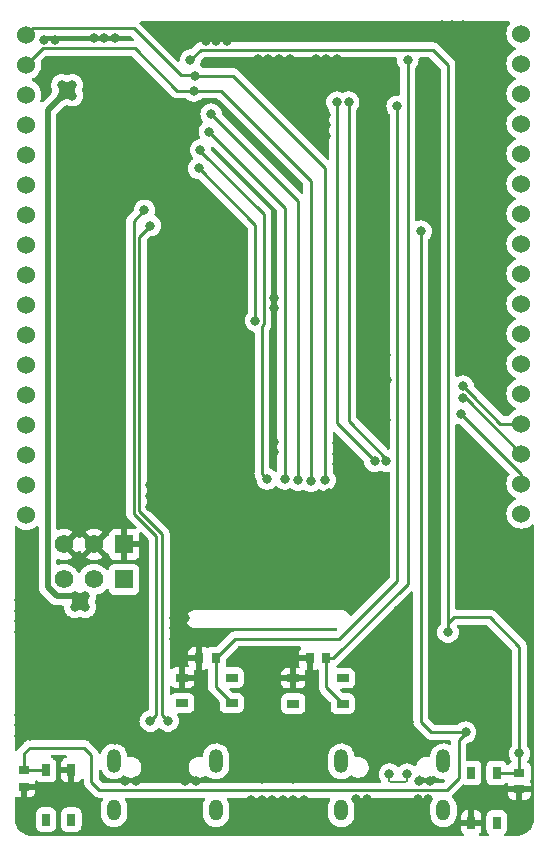
<source format=gbr>
%TF.GenerationSoftware,KiCad,Pcbnew,(6.0.2)*%
%TF.CreationDate,2022-08-25T15:18:49+08:00*%
%TF.ProjectId,ESP32S3_LCD_Card,45535033-3253-4335-9f4c-43445f436172,rev?*%
%TF.SameCoordinates,Original*%
%TF.FileFunction,Copper,L2,Bot*%
%TF.FilePolarity,Positive*%
%FSLAX46Y46*%
G04 Gerber Fmt 4.6, Leading zero omitted, Abs format (unit mm)*
G04 Created by KiCad (PCBNEW (6.0.2)) date 2022-08-25 15:18:49*
%MOMM*%
%LPD*%
G01*
G04 APERTURE LIST*
%TA.AperFunction,ComponentPad*%
%ADD10R,1.575000X1.575000*%
%TD*%
%TA.AperFunction,ComponentPad*%
%ADD11C,1.575000*%
%TD*%
%TA.AperFunction,ComponentPad*%
%ADD12O,1.200000X2.000000*%
%TD*%
%TA.AperFunction,ComponentPad*%
%ADD13O,1.200000X1.800000*%
%TD*%
%TA.AperFunction,ComponentPad*%
%ADD14C,1.524000*%
%TD*%
%TA.AperFunction,SMDPad,CuDef*%
%ADD15R,0.800000X0.900000*%
%TD*%
%TA.AperFunction,SMDPad,CuDef*%
%ADD16R,0.900000X0.800000*%
%TD*%
%TA.AperFunction,SMDPad,CuDef*%
%ADD17R,0.700000X1.050000*%
%TD*%
%TA.AperFunction,SMDPad,CuDef*%
%ADD18R,1.050000X0.700000*%
%TD*%
%TA.AperFunction,ViaPad*%
%ADD19C,0.800000*%
%TD*%
%TA.AperFunction,Conductor*%
%ADD20C,0.500000*%
%TD*%
%TA.AperFunction,Conductor*%
%ADD21C,0.250000*%
%TD*%
%TA.AperFunction,Conductor*%
%ADD22C,0.200000*%
%TD*%
G04 APERTURE END LIST*
D10*
%TO.P,GND,1,1*%
%TO.N,GND*%
X127776822Y-118812991D03*
D11*
%TO.P,GND,2,2*%
X125236822Y-118812991D03*
%TO.P,GND,3,3*%
X122696822Y-118812991D03*
%TD*%
D12*
%TO.P,USB,1,EH*%
%TO.N,unconnected-(USB1-Pad1)*%
X126916822Y-137172991D03*
X135556822Y-137172991D03*
D13*
X126916822Y-141323991D03*
X135556822Y-141323991D03*
%TD*%
%TO.P,UART,1,EH*%
%TO.N,unconnected-(UART1-Pad1)*%
X146166822Y-141323991D03*
D12*
X146166822Y-137172991D03*
X154806822Y-137172991D03*
D13*
X154806822Y-141323991D03*
%TD*%
D14*
%TO.P,H1,1,1*%
%TO.N,/GPIO12*%
X119486822Y-116296991D03*
%TO.P,H1,2,2*%
%TO.N,/GPIO11*%
X119486822Y-113756991D03*
%TO.P,H1,3,3*%
%TO.N,/GPIO10*%
X119486822Y-111216991D03*
%TO.P,H1,4,4*%
%TO.N,/GPIO9*%
X119486822Y-108676991D03*
%TO.P,H1,5,5*%
%TO.N,/GPIO46*%
X119486822Y-106136991D03*
%TO.P,H1,6,6*%
%TO.N,/GPIO3*%
X119486822Y-103596991D03*
%TO.P,H1,7,7*%
%TO.N,/GPIO20*%
X119486822Y-101056991D03*
%TO.P,H1,8,8*%
%TO.N,/GPIO19*%
X119486822Y-98516991D03*
%TO.P,H1,9,9*%
%TO.N,/GPIO8*%
X119486822Y-95976991D03*
%TO.P,H1,10,10*%
%TO.N,/GPIO18*%
X119486822Y-93436991D03*
%TO.P,H1,11,11*%
%TO.N,/GPIO17*%
X119486822Y-90896991D03*
%TO.P,H1,12,12*%
%TO.N,/GPIO16*%
X119486822Y-88356991D03*
%TO.P,H1,13,13*%
%TO.N,/GPIO15*%
X119486822Y-85816991D03*
%TO.P,H1,14,14*%
%TO.N,/GPIO7*%
X119486822Y-83276991D03*
%TO.P,H1,15,15*%
%TO.N,/GPIO6*%
X119486822Y-80736991D03*
%TO.P,H1,16,16*%
%TO.N,/GPIO5*%
X119486822Y-78196991D03*
%TO.P,H1,17,17*%
%TO.N,/GPIO4*%
X119486822Y-75656991D03*
%TD*%
D10*
%TO.P,3V3,1,1*%
%TO.N,VCC*%
X127758593Y-121762991D03*
D11*
%TO.P,3V3,2,2*%
X125218593Y-121762991D03*
%TO.P,3V3,3,3*%
X122678593Y-121762991D03*
%TD*%
D14*
%TO.P,H2,1,1*%
%TO.N,/GPIO13*%
X161417000Y-116197358D03*
%TO.P,H2,2,2*%
%TO.N,/GPIO14*%
X161417000Y-113657358D03*
%TO.P,H2,3,3*%
%TO.N,/GPIO21*%
X161417000Y-111117358D03*
%TO.P,H2,4,4*%
%TO.N,/GPIO47*%
X161417000Y-108577358D03*
%TO.P,H2,5,5*%
%TO.N,/GPIO48*%
X161417000Y-106037358D03*
%TO.P,H2,6,6*%
%TO.N,/GPIO45*%
X161417000Y-103497358D03*
%TO.P,H2,7,7*%
%TO.N,/GPIO0*%
X161417000Y-100957358D03*
%TO.P,H2,8,8*%
%TO.N,/GPIO35*%
X161417000Y-98417358D03*
%TO.P,H2,9,9*%
%TO.N,/GPIO36*%
X161417000Y-95877358D03*
%TO.P,H2,10,10*%
%TO.N,/GPIO37*%
X161417000Y-93337358D03*
%TO.P,H2,11,11*%
%TO.N,/GPIO38*%
X161417000Y-90797358D03*
%TO.P,H2,12,12*%
%TO.N,/GPIO39*%
X161417000Y-88257358D03*
%TO.P,H2,13,13*%
%TO.N,/GPIO40*%
X161417000Y-85717358D03*
%TO.P,H2,14,14*%
%TO.N,/GPIO41*%
X161417000Y-83177358D03*
%TO.P,H2,15,15*%
%TO.N,/GPIO42*%
X161417000Y-80637358D03*
%TO.P,H2,16,16*%
%TO.N,/GPIO2*%
X161417000Y-78097358D03*
%TO.P,H2,17,17*%
%TO.N,/GPIO1*%
X161417000Y-75557358D03*
%TD*%
D15*
%TO.P,C5,1,1*%
%TO.N,/GPIO42*%
X135512582Y-128451669D03*
%TO.P,C5,2,2*%
%TO.N,GND*%
X134112582Y-128451669D03*
%TD*%
%TO.P,C7,1,1*%
%TO.N,/GPIO2*%
X144886822Y-128462991D03*
%TO.P,C7,2,2*%
%TO.N,GND*%
X143486822Y-128462991D03*
%TD*%
D16*
%TO.P,C11,1,1*%
%TO.N,/CHIP_PU*%
X161236822Y-138123435D03*
%TO.P,C11,2,2*%
%TO.N,GND*%
X161236822Y-139523435D03*
%TD*%
D17*
%TO.P,BOOT,1,1*%
%TO.N,/GPIO0*%
X121161822Y-137912991D03*
%TO.P,BOOT,2,2*%
X121161822Y-142112991D03*
%TO.P,BOOT,3,3*%
%TO.N,GND*%
X123311822Y-137912991D03*
%TO.P,BOOT,4,4*%
%TO.N,unconnected-(BOOT1-Pad4)*%
X123311822Y-142112991D03*
%TD*%
%TO.P,RES,1,1*%
%TO.N,unconnected-(RES1-Pad1)*%
X159311822Y-142362991D03*
%TO.P,RES,2,2*%
%TO.N,/CHIP_PU*%
X159311822Y-138162991D03*
%TO.P,RES,3,3*%
%TO.N,GND*%
X157161822Y-142362991D03*
%TO.P,RES,4,4*%
%TO.N,unconnected-(RES1-Pad4)*%
X157161822Y-138162991D03*
%TD*%
D16*
%TO.P,C10,1,1*%
%TO.N,/GPIO0*%
X119286786Y-137908195D03*
%TO.P,C10,2,2*%
%TO.N,GND*%
X119286786Y-139308195D03*
%TD*%
D18*
%TO.P,KEY2,1,1*%
%TO.N,unconnected-(KEY2-Pad1)*%
X142086822Y-132287991D03*
%TO.P,KEY2,2,2*%
%TO.N,/GPIO2*%
X146286822Y-132287991D03*
%TO.P,KEY2,3,3*%
%TO.N,GND*%
X142086822Y-130137991D03*
%TO.P,KEY2,4,4*%
%TO.N,unconnected-(KEY2-Pad4)*%
X146286822Y-130137991D03*
%TD*%
%TO.P,KEY1,1,1*%
%TO.N,unconnected-(KEY1-Pad1)*%
X132686822Y-132237991D03*
%TO.P,KEY1,2,2*%
%TO.N,/GPIO42*%
X136886822Y-132237991D03*
%TO.P,KEY1,3,3*%
%TO.N,GND*%
X132686822Y-130087991D03*
%TO.P,KEY1,4,4*%
%TO.N,unconnected-(KEY1-Pad4)*%
X136886822Y-130087991D03*
%TD*%
D19*
%TO.N,VCC*%
X123386822Y-80812991D03*
X122486822Y-80812991D03*
X124486822Y-124112991D03*
X124486822Y-123212991D03*
X123586822Y-124112991D03*
X123386822Y-79912991D03*
X123586822Y-123212991D03*
X122486822Y-79912991D03*
%TO.N,/CHIP_PU*%
X133386822Y-77812991D03*
X161237353Y-136512991D03*
X155194000Y-126238000D03*
%TO.N,/GPIO4*%
X133786822Y-79112991D03*
X144786822Y-113362991D03*
%TO.N,/GPIO5*%
X143586822Y-113462991D03*
X133686822Y-80412991D03*
%TO.N,/GPIO6*%
X135136067Y-82375240D03*
X142486822Y-113362991D03*
%TO.N,/GPIO7*%
X141386822Y-113262991D03*
X134986822Y-83862991D03*
%TO.N,/GPIO15*%
X134236822Y-85412991D03*
X139886822Y-113262991D03*
%TO.N,/GPIO16*%
X134086822Y-86962991D03*
X138886822Y-99862991D03*
%TO.N,/GPIO19*%
X129986822Y-133762991D03*
X129486822Y-90528173D03*
%TO.N,/GPIO20*%
X129986822Y-91812991D03*
X131486822Y-133762991D03*
%TO.N,/GPIO14*%
X156260800Y-107746815D03*
%TO.N,/GPIO21*%
X156464000Y-106426000D03*
%TO.N,/GPIO47*%
X156459701Y-105414299D03*
%TO.N,/GPIO0*%
X152907736Y-92292077D03*
X156686822Y-134712991D03*
%TO.N,/GPIO42*%
X150886822Y-81712991D03*
%TO.N,/GPIO2*%
X151786822Y-77812991D03*
%TO.N,GND*%
X121020000Y-76073000D03*
X143986822Y-82412991D03*
X124686822Y-114512991D03*
X127000000Y-75946000D03*
X139413000Y-136895000D03*
X138486822Y-132512991D03*
X141732000Y-127878000D03*
X123786822Y-99012991D03*
X138513000Y-136895000D03*
X139986822Y-79512991D03*
X128086822Y-128912991D03*
X126486822Y-115412991D03*
X156580000Y-120164000D03*
X158496000Y-80656000D03*
X143013000Y-136895000D03*
X125200000Y-75946000D03*
X154178000Y-100330000D03*
X140586822Y-119412991D03*
X157480000Y-117464000D03*
X157480000Y-115664000D03*
X150002072Y-104923489D03*
X141213000Y-140440000D03*
X118886822Y-134112991D03*
X151003000Y-124333000D03*
X139086822Y-78612991D03*
X146050000Y-114427000D03*
X123786822Y-99912991D03*
X126286822Y-128912991D03*
X134482000Y-135128000D03*
X159280000Y-119264000D03*
X157480000Y-116564000D03*
X126286822Y-128012991D03*
X136271000Y-114173000D03*
X145796000Y-112014000D03*
X126486822Y-114512991D03*
X148336000Y-140335000D03*
X121920000Y-76073000D03*
X134786822Y-108712991D03*
X139986822Y-77712991D03*
X139413000Y-138695000D03*
X127635000Y-82206500D03*
X159396000Y-78856000D03*
X143286822Y-120312991D03*
X126989000Y-135382000D03*
X119786822Y-135012991D03*
X132886822Y-125912991D03*
X124576000Y-142748000D03*
X143013000Y-140440000D03*
X139386822Y-130712991D03*
X124968000Y-82296000D03*
X156696000Y-80656000D03*
X159280000Y-118364000D03*
X139986822Y-78612991D03*
X120686822Y-125312991D03*
X159247000Y-132715000D03*
X125476000Y-142748000D03*
X157480000Y-119264000D03*
X142113000Y-142240000D03*
X148086822Y-115912991D03*
X126486822Y-116312991D03*
X126486822Y-99012991D03*
X119786822Y-123512991D03*
X120686822Y-126212991D03*
X148086822Y-119912991D03*
X140586822Y-118512991D03*
X140886822Y-79512991D03*
X131986822Y-125912991D03*
X149945776Y-108273129D03*
X143986822Y-84212991D03*
X155067000Y-133604000D03*
X146039000Y-75819000D03*
X150286822Y-129612991D03*
X119786822Y-134112991D03*
X129986822Y-113812991D03*
X118886822Y-126212991D03*
X135371000Y-114173000D03*
X147186822Y-120812991D03*
X134786822Y-90012991D03*
X142386822Y-119412991D03*
X143286822Y-118512991D03*
X119786822Y-133212991D03*
X154664000Y-74792000D03*
X129667000Y-140716000D03*
X136398000Y-104002000D03*
X120686822Y-124412991D03*
X128524000Y-82206500D03*
X145786822Y-77712991D03*
X158286822Y-135312991D03*
X156580000Y-116564000D03*
X135371000Y-119126000D03*
X148086822Y-116812991D03*
X152770000Y-138811000D03*
X145796000Y-111114000D03*
X162052000Y-123168000D03*
X136271000Y-119126000D03*
X149102072Y-104923489D03*
X145796000Y-110214000D03*
X139413000Y-137795000D03*
X139413000Y-142240000D03*
X152643000Y-140335000D03*
X148486822Y-130512991D03*
X127186822Y-128012991D03*
X118886822Y-123512991D03*
X161290000Y-141478000D03*
X148086822Y-114512991D03*
X132086822Y-106912991D03*
X139386822Y-133412991D03*
X135586822Y-76212991D03*
X148082000Y-98806000D03*
X141786822Y-78612991D03*
X119786822Y-125312991D03*
X151003000Y-125233000D03*
X130175000Y-94499000D03*
X143986822Y-77712991D03*
X144886822Y-82412991D03*
X148086822Y-119012991D03*
X126486822Y-99912991D03*
X125586822Y-115412991D03*
X125586822Y-99912991D03*
X125586822Y-98112991D03*
X151754000Y-135001000D03*
X139386822Y-128912991D03*
X157596000Y-78856000D03*
X148082000Y-97906000D03*
X133886822Y-108712991D03*
X141732000Y-128778000D03*
X144886822Y-78612991D03*
X153924000Y-110744000D03*
X121285000Y-79651000D03*
X141786822Y-77712991D03*
X130886822Y-113812991D03*
X156580000Y-117464000D03*
X140313000Y-140440000D03*
X134786822Y-89112991D03*
X132886822Y-125012991D03*
X140286822Y-132512991D03*
X153924000Y-111644000D03*
X157596000Y-79756000D03*
X150286822Y-130512991D03*
X158380000Y-118364000D03*
X140462000Y-110998000D03*
X142386822Y-118512991D03*
X124686822Y-99912991D03*
X158380000Y-116564000D03*
X139386822Y-132512991D03*
X153543000Y-140335000D03*
X119786822Y-124412991D03*
X148086822Y-112712991D03*
X118886822Y-135012991D03*
X156580000Y-115664000D03*
X158380000Y-120164000D03*
X134786822Y-106912991D03*
X156464000Y-75692000D03*
X147186822Y-119912991D03*
X130175000Y-95399000D03*
X133858000Y-138811000D03*
X143986822Y-78612991D03*
X144886822Y-84212991D03*
X123063000Y-131826000D03*
X121285000Y-78751000D03*
X153670000Y-138811000D03*
X156580000Y-118364000D03*
X142386822Y-120312991D03*
X135382000Y-135128000D03*
X125586822Y-114512991D03*
X143986822Y-83312991D03*
X128767000Y-140716000D03*
X147186822Y-113612991D03*
X140462000Y-97906000D03*
X156464000Y-102108000D03*
X139086822Y-79512991D03*
X139413000Y-140440000D03*
X127186822Y-128912991D03*
X134786822Y-90912991D03*
X134686822Y-76212991D03*
X132886822Y-126812991D03*
X148086822Y-113612991D03*
X148486822Y-129612991D03*
X132958000Y-138811000D03*
X140886822Y-78612991D03*
X136398000Y-104902000D03*
X138486822Y-133412991D03*
X141486822Y-119412991D03*
X139086822Y-77712991D03*
X124686822Y-115412991D03*
X158286822Y-136212991D03*
X149945776Y-102756075D03*
X156464000Y-101208000D03*
X141486822Y-120312991D03*
X156580000Y-119264000D03*
X130175000Y-93599000D03*
X162052000Y-124968000D03*
X159396000Y-79756000D03*
X159280000Y-120164000D03*
X154167000Y-133604000D03*
X138513000Y-140440000D03*
X147186822Y-119012991D03*
X138486822Y-128912991D03*
X159396000Y-80656000D03*
X133886822Y-90012991D03*
X149045776Y-108273129D03*
X132986822Y-106912991D03*
X154664000Y-75692000D03*
X158380000Y-115664000D03*
X158286822Y-134412991D03*
X157480000Y-118364000D03*
X125586822Y-99012991D03*
X132086822Y-108712991D03*
X155564000Y-75692000D03*
X156696000Y-78856000D03*
X142113000Y-138695000D03*
X148086822Y-120812991D03*
X123786822Y-115412991D03*
X131986822Y-125012991D03*
X142113000Y-140440000D03*
X132986822Y-107812991D03*
X145786822Y-78612991D03*
X141213000Y-136895000D03*
X158380000Y-119264000D03*
X146039000Y-133858000D03*
X127878000Y-138811000D03*
X158380000Y-117464000D03*
X140462000Y-110098000D03*
X123063000Y-130926000D03*
X144886822Y-83312991D03*
X143286822Y-119412991D03*
X121285000Y-77851000D03*
X149045776Y-102756075D03*
X134686822Y-75312991D03*
X160147000Y-132715000D03*
X133096000Y-140716000D03*
X155564000Y-74792000D03*
X125586822Y-116312991D03*
X129986822Y-114712991D03*
X161290000Y-142378000D03*
X130886822Y-115612991D03*
X138486822Y-129812991D03*
X159186822Y-135312991D03*
X162052000Y-124068000D03*
X128778000Y-138811000D03*
X123786822Y-114512991D03*
X142113000Y-136895000D03*
X132086822Y-107812991D03*
X147186822Y-115912991D03*
X161152000Y-123168000D03*
X130886822Y-114712991D03*
X142113000Y-137795000D03*
X146939000Y-133858000D03*
X158380000Y-114764000D03*
X157596000Y-80656000D03*
X157480000Y-120164000D03*
X133886822Y-89112991D03*
X120686822Y-123512991D03*
X124686822Y-98112991D03*
X118886822Y-125312991D03*
X123786822Y-98112991D03*
X161152000Y-124068000D03*
X119786822Y-126212991D03*
X141486822Y-118512991D03*
X135586822Y-75312991D03*
X147186822Y-112712991D03*
X124686822Y-116312991D03*
X147186822Y-116812991D03*
X123786822Y-116312991D03*
X118886822Y-124412991D03*
X126100000Y-75946000D03*
X157480000Y-114764000D03*
X136486822Y-75312991D03*
X140313000Y-136895000D03*
X161152000Y-124968000D03*
X156696000Y-79756000D03*
X152654000Y-135001000D03*
X134786822Y-107812991D03*
X132986822Y-108712991D03*
X127889000Y-135382000D03*
X149386822Y-129612991D03*
X140462000Y-98806000D03*
X139386822Y-129812991D03*
X146939000Y-75819000D03*
X138486822Y-130712991D03*
X141786822Y-79512991D03*
X124686822Y-99012991D03*
X139413000Y-141340000D03*
X118886822Y-133212991D03*
X142113000Y-141340000D03*
X132196000Y-140716000D03*
X159186822Y-136212991D03*
X126486822Y-98112991D03*
X158496000Y-78856000D03*
X128086822Y-128012991D03*
X144886822Y-77712991D03*
X147186822Y-117712991D03*
X158496000Y-79756000D03*
X151892000Y-133858000D03*
X150992000Y-133858000D03*
X124068000Y-82296000D03*
X133886822Y-90912991D03*
X156580000Y-114764000D03*
X145150000Y-114427000D03*
X149386822Y-130512991D03*
X131986822Y-126812991D03*
X133886822Y-107812991D03*
X136486822Y-76212991D03*
X140586822Y-120312991D03*
X133886822Y-106912991D03*
X147436000Y-140335000D03*
X159186822Y-134412991D03*
X129986822Y-115612991D03*
X140286822Y-133412991D03*
X147186822Y-114512991D03*
X140886822Y-77712991D03*
X156464000Y-74792000D03*
X148086822Y-117712991D03*
%TO.N,/D+*%
X150236822Y-138262991D03*
X151736822Y-138262991D03*
%TO.N,/U0RX-*%
X146786822Y-81362991D03*
X149986822Y-111762991D03*
%TO.N,/U0TX+*%
X148986822Y-111762991D03*
X145786822Y-81362991D03*
%TD*%
D20*
%TO.N,VCC*%
X122486822Y-79912991D02*
X123386822Y-79912991D01*
X124486822Y-124112991D02*
X124486822Y-123212991D01*
X123586822Y-124112991D02*
X124486822Y-123212991D01*
X123386822Y-79912991D02*
X122486822Y-80812991D01*
X123386822Y-79912991D02*
X123386822Y-80812991D01*
X124486822Y-124112991D02*
X123586822Y-124112991D01*
X122486822Y-79912991D02*
X123386822Y-80812991D01*
X123586822Y-123212991D02*
X124486822Y-124112991D01*
X122486822Y-79912991D02*
X122486822Y-80812991D01*
X121286822Y-82012991D02*
X122486822Y-80812991D01*
X123586822Y-123212991D02*
X122086822Y-123212991D01*
X124486822Y-123212991D02*
X123586822Y-123212991D01*
X123586822Y-123212991D02*
X123586822Y-124112991D01*
X121286822Y-122412991D02*
X121286822Y-82012991D01*
X123386822Y-80812991D02*
X122486822Y-80812991D01*
X122086822Y-123212991D02*
X121286822Y-122412991D01*
D21*
%TO.N,/CHIP_PU*%
X161237353Y-136512991D02*
X161236822Y-136513522D01*
X161236822Y-138123435D02*
X159351378Y-138123435D01*
X155702000Y-124968000D02*
X155194000Y-125476000D01*
X161237353Y-127455353D02*
X158750000Y-124968000D01*
X133386822Y-77812991D02*
X134286822Y-76912991D01*
X134362208Y-76912991D02*
X134386719Y-76937502D01*
X159351378Y-138123435D02*
X159311822Y-138162991D01*
X155194000Y-125476000D02*
X155194000Y-126238000D01*
X161236822Y-136513522D02*
X161236822Y-138123435D01*
X134286822Y-76912991D02*
X134362208Y-76912991D01*
X155194000Y-78232000D02*
X153899502Y-76937502D01*
X158750000Y-124968000D02*
X155702000Y-124968000D01*
X155194000Y-126238000D02*
X155194000Y-78232000D01*
X134386719Y-76937502D02*
X153899502Y-76937502D01*
X161237353Y-136512991D02*
X161237353Y-127455353D01*
%TO.N,/GPIO4*%
X133764863Y-79091032D02*
X132564863Y-79091032D01*
X136955102Y-79112991D02*
X144786822Y-86944711D01*
X133786822Y-79112991D02*
X136955102Y-79112991D01*
X128586822Y-75112991D02*
X120030822Y-75112991D01*
X133786822Y-79112991D02*
X133764863Y-79091032D01*
X120030822Y-75112991D02*
X119486822Y-75656991D01*
X144786822Y-86944711D02*
X144786822Y-113362991D01*
X132564863Y-79091032D02*
X128586822Y-75112991D01*
%TO.N,/GPIO5*%
X133686822Y-80412991D02*
X135986822Y-80412991D01*
X135986822Y-80412991D02*
X143586822Y-88012991D01*
X132286822Y-80412991D02*
X128686822Y-76812991D01*
X143586822Y-88012991D02*
X143586822Y-113462991D01*
X133686822Y-80412991D02*
X132286822Y-80412991D01*
X120870822Y-76812991D02*
X119486822Y-78196991D01*
X128686822Y-76812991D02*
X120870822Y-76812991D01*
%TO.N,/GPIO6*%
X135136067Y-82375240D02*
X135136067Y-82396681D01*
X142504751Y-113345062D02*
X142486822Y-113362991D01*
X142504751Y-89765365D02*
X142504751Y-113345062D01*
X135136067Y-82396681D02*
X142504751Y-89765365D01*
%TO.N,/GPIO7*%
X134986822Y-83912991D02*
X134986822Y-83862991D01*
X141386822Y-90312991D02*
X134986822Y-83912991D01*
X141386822Y-113262991D02*
X141386822Y-90312991D01*
%TO.N,/GPIO15*%
X134236822Y-85412991D02*
X134236822Y-85471453D01*
X139611333Y-100163094D02*
X139446000Y-100328427D01*
X139446000Y-112822169D02*
X139886822Y-113262991D01*
X139446000Y-100328427D02*
X139446000Y-112822169D01*
X134236822Y-85471453D02*
X139611333Y-90845964D01*
X139611333Y-90845964D02*
X139611333Y-100163094D01*
%TO.N,/GPIO16*%
X138886822Y-91762991D02*
X134086822Y-86962991D01*
X138886822Y-99862991D02*
X138886822Y-91762991D01*
%TO.N,/GPIO19*%
X128586822Y-116212991D02*
X130486822Y-118112991D01*
X128586822Y-91428173D02*
X128586822Y-116212991D01*
X130486822Y-118112991D02*
X130486822Y-133262991D01*
X130486822Y-133262991D02*
X129986822Y-133762991D01*
X129486822Y-90528173D02*
X128586822Y-91428173D01*
%TO.N,/GPIO20*%
X129036342Y-92763471D02*
X129036342Y-115962511D01*
X130986822Y-117912991D02*
X130986822Y-133262991D01*
X130986822Y-133262991D02*
X131486822Y-133762991D01*
X129036342Y-115962511D02*
X130986822Y-117912991D01*
X129986822Y-91812991D02*
X129036342Y-92763471D01*
%TO.N,/GPIO14*%
X156260800Y-107746815D02*
X156273702Y-107746815D01*
X156273702Y-107746815D02*
X161417000Y-112890113D01*
X161417000Y-112890113D02*
X161417000Y-113657358D01*
%TO.N,/GPIO21*%
X156725642Y-106426000D02*
X161417000Y-111117358D01*
X156464000Y-106426000D02*
X156725642Y-106426000D01*
%TO.N,/GPIO47*%
X157188511Y-106147223D02*
X159618646Y-108577358D01*
X159618646Y-108577358D02*
X161417000Y-108577358D01*
X156459701Y-105414299D02*
X156476913Y-105414299D01*
X156476913Y-105414299D02*
X157188511Y-106125897D01*
X157188511Y-106125897D02*
X157188511Y-106147223D01*
%TO.N,/GPIO0*%
X119286786Y-137908195D02*
X121157026Y-137908195D01*
X124986822Y-136612991D02*
X124986822Y-138912991D01*
X156086822Y-138612991D02*
X156086822Y-135398514D01*
X119286786Y-137908195D02*
X119286786Y-136513027D01*
X155086822Y-139612991D02*
X156086822Y-138612991D01*
X121157026Y-137908195D02*
X121161822Y-137912991D01*
X125686822Y-139612991D02*
X155086822Y-139612991D01*
X124986822Y-138912991D02*
X125686822Y-139612991D01*
X152886822Y-92312991D02*
X152907736Y-92292077D01*
X124386822Y-136012991D02*
X124986822Y-136612991D01*
X152886822Y-133812991D02*
X152886822Y-92312991D01*
X119786822Y-136012991D02*
X124386822Y-136012991D01*
X153786822Y-134712991D02*
X152886822Y-133812991D01*
X119286786Y-136513027D02*
X119786822Y-136012991D01*
X156686822Y-134712991D02*
X153786822Y-134712991D01*
X156086822Y-135398514D02*
X156730420Y-134754916D01*
%TO.N,/GPIO42*%
X150895474Y-81721643D02*
X150895474Y-93797029D01*
X135512582Y-130863751D02*
X136886822Y-132237991D01*
X137151260Y-126812991D02*
X135512582Y-128451669D01*
X145983009Y-126812991D02*
X137151260Y-126812991D01*
X150911333Y-121884667D02*
X145983009Y-126812991D01*
X135512582Y-128451669D02*
X135512582Y-130863751D01*
X150895474Y-93797029D02*
X150911333Y-93812888D01*
X150911333Y-93812888D02*
X150911333Y-121884667D01*
X150886822Y-81712991D02*
X150895474Y-81721643D01*
%TO.N,/GPIO2*%
X144886822Y-128462991D02*
X144886822Y-130887991D01*
X151786822Y-122152178D02*
X151786822Y-77812991D01*
X145476009Y-128462991D02*
X151786822Y-122152178D01*
X144886822Y-130887991D02*
X146286822Y-132287991D01*
X144886822Y-128462991D02*
X145476009Y-128462991D01*
D22*
%TO.N,/D+*%
X151736822Y-138812991D02*
X151736822Y-138262991D01*
X151586822Y-138962991D02*
X151736822Y-138812991D01*
X150236822Y-138812991D02*
X150386822Y-138962991D01*
X150386822Y-138962991D02*
X151586822Y-138962991D01*
X150236822Y-138262991D02*
X150236822Y-138812991D01*
D21*
%TO.N,/U0RX-*%
X146786822Y-108362991D02*
X146786822Y-81362991D01*
X149986822Y-111562991D02*
X146786822Y-108362991D01*
X149986822Y-111762991D02*
X149986822Y-111562991D01*
%TO.N,/U0TX+*%
X148986822Y-111762991D02*
X145786822Y-108562991D01*
X145786822Y-108562991D02*
X145786822Y-81362991D01*
%TD*%
%TA.AperFunction,Conductor*%
%TO.N,GND*%
G36*
X153653029Y-77591004D02*
G01*
X153674003Y-77607907D01*
X154523595Y-78457499D01*
X154557621Y-78519811D01*
X154560500Y-78546594D01*
X154560500Y-125416224D01*
X154558949Y-125435934D01*
X154555780Y-125455943D01*
X154556526Y-125463835D01*
X154559941Y-125499961D01*
X154560500Y-125511819D01*
X154560500Y-125535476D01*
X154540498Y-125603597D01*
X154528142Y-125619779D01*
X154454960Y-125701056D01*
X154439871Y-125727191D01*
X154363172Y-125860038D01*
X154359473Y-125866444D01*
X154300458Y-126048072D01*
X154299768Y-126054633D01*
X154299768Y-126054635D01*
X154283356Y-126210791D01*
X154280496Y-126238000D01*
X154281186Y-126244565D01*
X154292649Y-126353625D01*
X154300458Y-126427928D01*
X154359473Y-126609556D01*
X154454960Y-126774944D01*
X154582747Y-126916866D01*
X154737248Y-127029118D01*
X154743276Y-127031802D01*
X154743278Y-127031803D01*
X154815572Y-127063990D01*
X154911712Y-127106794D01*
X155005113Y-127126647D01*
X155092056Y-127145128D01*
X155092061Y-127145128D01*
X155098513Y-127146500D01*
X155289487Y-127146500D01*
X155295939Y-127145128D01*
X155295944Y-127145128D01*
X155382887Y-127126647D01*
X155476288Y-127106794D01*
X155572428Y-127063990D01*
X155644722Y-127031803D01*
X155644724Y-127031802D01*
X155650752Y-127029118D01*
X155805253Y-126916866D01*
X155933040Y-126774944D01*
X156028527Y-126609556D01*
X156087542Y-126427928D01*
X156095352Y-126353625D01*
X156106814Y-126244565D01*
X156107504Y-126238000D01*
X156104644Y-126210791D01*
X156088232Y-126054635D01*
X156088232Y-126054633D01*
X156087542Y-126048072D01*
X156028527Y-125866444D01*
X156025223Y-125860721D01*
X155984681Y-125790500D01*
X155967943Y-125721504D01*
X155991164Y-125654413D01*
X156046971Y-125610526D01*
X156093800Y-125601500D01*
X158435406Y-125601500D01*
X158503527Y-125621502D01*
X158524501Y-125638405D01*
X160566948Y-127680852D01*
X160600974Y-127743164D01*
X160603853Y-127769947D01*
X160603853Y-135810467D01*
X160583851Y-135878588D01*
X160571495Y-135894770D01*
X160498313Y-135976047D01*
X160474456Y-136017368D01*
X160432261Y-136090453D01*
X160402826Y-136141435D01*
X160343811Y-136323063D01*
X160343121Y-136329624D01*
X160343121Y-136329626D01*
X160335529Y-136401861D01*
X160323849Y-136512991D01*
X160324539Y-136519556D01*
X160340503Y-136671442D01*
X160343811Y-136702919D01*
X160402826Y-136884547D01*
X160406129Y-136890269D01*
X160406130Y-136890270D01*
X160436692Y-136943205D01*
X160498313Y-137049935D01*
X160502731Y-137054842D01*
X160502732Y-137054843D01*
X160542732Y-137099267D01*
X160573449Y-137163275D01*
X160564686Y-137233728D01*
X160524662Y-137284403D01*
X160423561Y-137360174D01*
X160418180Y-137367354D01*
X160418179Y-137367355D01*
X160364109Y-137439500D01*
X160307249Y-137482015D01*
X160263283Y-137489935D01*
X160236747Y-137489935D01*
X160168626Y-137469933D01*
X160122133Y-137416277D01*
X160118766Y-137408167D01*
X160115590Y-137399696D01*
X160115589Y-137399694D01*
X160112437Y-137391286D01*
X160025083Y-137274730D01*
X159908527Y-137187376D01*
X159772138Y-137136246D01*
X159709956Y-137129491D01*
X158913688Y-137129491D01*
X158851506Y-137136246D01*
X158715117Y-137187376D01*
X158598561Y-137274730D01*
X158511207Y-137391286D01*
X158460077Y-137527675D01*
X158453322Y-137589857D01*
X158453322Y-138736125D01*
X158460077Y-138798307D01*
X158511207Y-138934696D01*
X158598561Y-139051252D01*
X158715117Y-139138606D01*
X158851506Y-139189736D01*
X158913688Y-139196491D01*
X159709956Y-139196491D01*
X159772138Y-139189736D01*
X159908527Y-139138606D01*
X160025083Y-139051252D01*
X160051996Y-139015342D01*
X160108855Y-138972827D01*
X160179674Y-138967801D01*
X160241967Y-139001861D01*
X160275957Y-139064192D01*
X160278822Y-139090907D01*
X160278822Y-139251320D01*
X160283297Y-139266559D01*
X160284687Y-139267764D01*
X160292370Y-139269435D01*
X162176706Y-139269435D01*
X162191945Y-139264960D01*
X162193150Y-139263570D01*
X162194821Y-139255887D01*
X162194821Y-139078766D01*
X162194451Y-139071945D01*
X162188927Y-139021083D01*
X162185301Y-139005831D01*
X162140143Y-138885374D01*
X162139648Y-138884469D01*
X162139429Y-138883469D01*
X162136994Y-138876973D01*
X162137932Y-138876621D01*
X162124479Y-138815112D01*
X162137660Y-138770223D01*
X162137437Y-138770140D01*
X162138578Y-138767098D01*
X162138580Y-138767091D01*
X162141685Y-138758810D01*
X162180334Y-138655713D01*
X162188567Y-138633751D01*
X162195322Y-138571569D01*
X162195322Y-137675301D01*
X162188567Y-137613119D01*
X162137437Y-137476730D01*
X162050083Y-137360174D01*
X161949617Y-137284879D01*
X161907102Y-137228020D01*
X161902076Y-137157201D01*
X161931544Y-137099745D01*
X161976393Y-137049935D01*
X162038014Y-136943205D01*
X162068576Y-136890270D01*
X162068577Y-136890269D01*
X162071880Y-136884547D01*
X162130895Y-136702919D01*
X162134204Y-136671442D01*
X162150167Y-136519556D01*
X162150857Y-136512991D01*
X162139177Y-136401861D01*
X162131585Y-136329626D01*
X162131585Y-136329624D01*
X162130895Y-136323063D01*
X162071880Y-136141435D01*
X162042446Y-136090453D01*
X162000250Y-136017368D01*
X161976393Y-135976047D01*
X161903216Y-135894776D01*
X161872500Y-135830770D01*
X161870853Y-135810467D01*
X161870853Y-127534116D01*
X161871380Y-127522932D01*
X161873054Y-127515444D01*
X161870915Y-127447385D01*
X161870853Y-127443428D01*
X161870853Y-127415497D01*
X161870347Y-127411491D01*
X161869414Y-127399645D01*
X161868275Y-127363390D01*
X161868026Y-127355463D01*
X161862375Y-127336011D01*
X161858367Y-127316659D01*
X161856820Y-127304416D01*
X161855827Y-127296556D01*
X161852909Y-127289185D01*
X161839553Y-127255450D01*
X161835708Y-127244223D01*
X161835074Y-127242040D01*
X161823371Y-127201760D01*
X161819337Y-127194938D01*
X161819334Y-127194932D01*
X161813059Y-127184321D01*
X161804363Y-127166571D01*
X161799825Y-127155109D01*
X161799822Y-127155104D01*
X161796905Y-127147736D01*
X161770926Y-127111978D01*
X161764410Y-127102060D01*
X161745928Y-127070810D01*
X161741895Y-127063990D01*
X161727571Y-127049666D01*
X161714729Y-127034631D01*
X161702825Y-127018246D01*
X161668759Y-126990064D01*
X161659980Y-126982075D01*
X159253652Y-124575747D01*
X159246112Y-124567461D01*
X159242000Y-124560982D01*
X159192348Y-124514356D01*
X159189507Y-124511602D01*
X159169770Y-124491865D01*
X159166573Y-124489385D01*
X159157551Y-124481680D01*
X159156724Y-124480903D01*
X159125321Y-124451414D01*
X159118375Y-124447595D01*
X159118372Y-124447593D01*
X159107566Y-124441652D01*
X159091047Y-124430801D01*
X159085039Y-124426141D01*
X159075041Y-124418386D01*
X159067772Y-124415241D01*
X159067768Y-124415238D01*
X159034463Y-124400826D01*
X159023813Y-124395609D01*
X158985060Y-124374305D01*
X158965437Y-124369267D01*
X158946734Y-124362863D01*
X158935420Y-124357967D01*
X158935419Y-124357967D01*
X158928145Y-124354819D01*
X158920322Y-124353580D01*
X158920312Y-124353577D01*
X158884476Y-124347901D01*
X158872856Y-124345495D01*
X158837711Y-124336472D01*
X158837710Y-124336472D01*
X158830030Y-124334500D01*
X158809776Y-124334500D01*
X158790065Y-124332949D01*
X158777886Y-124331020D01*
X158770057Y-124329780D01*
X158762165Y-124330526D01*
X158726039Y-124333941D01*
X158714181Y-124334500D01*
X155953500Y-124334500D01*
X155885379Y-124314498D01*
X155838886Y-124260842D01*
X155827500Y-124208500D01*
X155827500Y-108739108D01*
X155847502Y-108670987D01*
X155901158Y-108624494D01*
X155971432Y-108614390D01*
X155979697Y-108615861D01*
X156158856Y-108653943D01*
X156158861Y-108653943D01*
X156165313Y-108655315D01*
X156234108Y-108655315D01*
X156302229Y-108675317D01*
X156323203Y-108692220D01*
X160377015Y-112746033D01*
X160411041Y-112808345D01*
X160405976Y-112879161D01*
X160391133Y-112907398D01*
X160315672Y-113015168D01*
X160315669Y-113015174D01*
X160312512Y-113019682D01*
X160310189Y-113024664D01*
X160310186Y-113024669D01*
X160225300Y-113206708D01*
X160218560Y-113221162D01*
X160217138Y-113226470D01*
X160217137Y-113226472D01*
X160207352Y-113262991D01*
X160161022Y-113435895D01*
X160141647Y-113657358D01*
X160161022Y-113878821D01*
X160218560Y-114093554D01*
X160220882Y-114098535D01*
X160220883Y-114098536D01*
X160310186Y-114290047D01*
X160310189Y-114290052D01*
X160312512Y-114295034D01*
X160315668Y-114299541D01*
X160315669Y-114299543D01*
X160366048Y-114371491D01*
X160440023Y-114477139D01*
X160597219Y-114634335D01*
X160601727Y-114637492D01*
X160601730Y-114637494D01*
X160673139Y-114687495D01*
X160779323Y-114761846D01*
X160784305Y-114764169D01*
X160784310Y-114764172D01*
X160889373Y-114813163D01*
X160942658Y-114860080D01*
X160962119Y-114928357D01*
X160941577Y-114996317D01*
X160889373Y-115041553D01*
X160784311Y-115090544D01*
X160784306Y-115090547D01*
X160779324Y-115092870D01*
X160774817Y-115096026D01*
X160774815Y-115096027D01*
X160601730Y-115217222D01*
X160601727Y-115217224D01*
X160597219Y-115220381D01*
X160440023Y-115377577D01*
X160312512Y-115559682D01*
X160310189Y-115564664D01*
X160310186Y-115564669D01*
X160247031Y-115700106D01*
X160218560Y-115761162D01*
X160161022Y-115975895D01*
X160141647Y-116197358D01*
X160161022Y-116418821D01*
X160162444Y-116424129D01*
X160162445Y-116424133D01*
X160212239Y-116609964D01*
X160218560Y-116633554D01*
X160220882Y-116638535D01*
X160220883Y-116638536D01*
X160310186Y-116830047D01*
X160310189Y-116830052D01*
X160312512Y-116835034D01*
X160440023Y-117017139D01*
X160597219Y-117174335D01*
X160601727Y-117177492D01*
X160601730Y-117177494D01*
X160673139Y-117227495D01*
X160779323Y-117301846D01*
X160784305Y-117304169D01*
X160784310Y-117304172D01*
X160975822Y-117393475D01*
X160980804Y-117395798D01*
X160986112Y-117397220D01*
X160986114Y-117397221D01*
X161010686Y-117403805D01*
X161195537Y-117453336D01*
X161417000Y-117472711D01*
X161638463Y-117453336D01*
X161823314Y-117403805D01*
X161847886Y-117397221D01*
X161847888Y-117397220D01*
X161853196Y-117395798D01*
X161858178Y-117393475D01*
X162049690Y-117304172D01*
X162049695Y-117304169D01*
X162054677Y-117301846D01*
X162160861Y-117227495D01*
X162232270Y-117177494D01*
X162232273Y-117177492D01*
X162236781Y-117174335D01*
X162263727Y-117147389D01*
X162326039Y-117113363D01*
X162396854Y-117118428D01*
X162453690Y-117160975D01*
X162478501Y-117227495D01*
X162478822Y-117236484D01*
X162478822Y-141950672D01*
X162477322Y-141970056D01*
X162473636Y-141993730D01*
X162475430Y-142007446D01*
X162475627Y-142008955D01*
X162476370Y-142034279D01*
X162469064Y-142136443D01*
X162464413Y-142201471D01*
X162461855Y-142219263D01*
X162443328Y-142304427D01*
X162420835Y-142407824D01*
X162415771Y-142425072D01*
X162348881Y-142604415D01*
X162348333Y-142605883D01*
X162340866Y-142622233D01*
X162276314Y-142740451D01*
X162248383Y-142791602D01*
X162238666Y-142806722D01*
X162179100Y-142886293D01*
X162123017Y-142961211D01*
X162111244Y-142974797D01*
X161974797Y-143111244D01*
X161961211Y-143123017D01*
X161806725Y-143238664D01*
X161791605Y-143248381D01*
X161622233Y-143340866D01*
X161605887Y-143348331D01*
X161484435Y-143393630D01*
X161425072Y-143415771D01*
X161407823Y-143420835D01*
X161219263Y-143461855D01*
X161201475Y-143464412D01*
X161041369Y-143475863D01*
X161023467Y-143475119D01*
X161015142Y-143475017D01*
X161006270Y-143473636D01*
X160997368Y-143474800D01*
X160997365Y-143474800D01*
X160932500Y-143483283D01*
X160873626Y-143490981D01*
X160857341Y-143492045D01*
X160450095Y-143492174D01*
X160081725Y-143492290D01*
X160013598Y-143472309D01*
X159967088Y-143418668D01*
X159956962Y-143348398D01*
X159986434Y-143283808D01*
X160006120Y-143265464D01*
X160017903Y-143256633D01*
X160025083Y-143251252D01*
X160112437Y-143134696D01*
X160163567Y-142998307D01*
X160170322Y-142936125D01*
X160170322Y-141789857D01*
X160163567Y-141727675D01*
X160112437Y-141591286D01*
X160025083Y-141474730D01*
X159908527Y-141387376D01*
X159772138Y-141336246D01*
X159709956Y-141329491D01*
X158913688Y-141329491D01*
X158851506Y-141336246D01*
X158715117Y-141387376D01*
X158598561Y-141474730D01*
X158511207Y-141591286D01*
X158460077Y-141727675D01*
X158453322Y-141789857D01*
X158453322Y-142936125D01*
X158460077Y-142998307D01*
X158511207Y-143134696D01*
X158598561Y-143251252D01*
X158605741Y-143256633D01*
X158605742Y-143256634D01*
X158618175Y-143265952D01*
X158660690Y-143322812D01*
X158665715Y-143393630D01*
X158631656Y-143455923D01*
X158569324Y-143489913D01*
X158542650Y-143492778D01*
X157929981Y-143492972D01*
X157861854Y-143472992D01*
X157815344Y-143419351D01*
X157805218Y-143349080D01*
X157834690Y-143284490D01*
X157854377Y-143266145D01*
X157867547Y-143256275D01*
X157880107Y-143243715D01*
X157956608Y-143141640D01*
X157965146Y-143126045D01*
X158010300Y-143005597D01*
X158013927Y-142990342D01*
X158019453Y-142939477D01*
X158019822Y-142932663D01*
X158019822Y-142635106D01*
X158015347Y-142619867D01*
X158013957Y-142618662D01*
X158006274Y-142616991D01*
X156321938Y-142616991D01*
X156306699Y-142621466D01*
X156305494Y-142622856D01*
X156303823Y-142630539D01*
X156303823Y-142932660D01*
X156304193Y-142939481D01*
X156309717Y-142990343D01*
X156313343Y-143005595D01*
X156358498Y-143126045D01*
X156367036Y-143141640D01*
X156443537Y-143243715D01*
X156456099Y-143256277D01*
X156469917Y-143266633D01*
X156512432Y-143323493D01*
X156517457Y-143394311D01*
X156483398Y-143456604D01*
X156421066Y-143490594D01*
X156394394Y-143493459D01*
X120049270Y-143504976D01*
X120029849Y-143503476D01*
X120021541Y-143502183D01*
X120015141Y-143501186D01*
X120015139Y-143501186D01*
X120006270Y-143499805D01*
X119997368Y-143500969D01*
X119997366Y-143500969D01*
X119993826Y-143501432D01*
X119991043Y-143501796D01*
X119965721Y-143502539D01*
X119829245Y-143492778D01*
X119794808Y-143490315D01*
X119777014Y-143487756D01*
X119584799Y-143445942D01*
X119567550Y-143440878D01*
X119508002Y-143418668D01*
X119383241Y-143372135D01*
X119366902Y-143364673D01*
X119194242Y-143270394D01*
X119179128Y-143260680D01*
X119021651Y-143142795D01*
X119008065Y-143131022D01*
X118868978Y-142991935D01*
X118857205Y-142978349D01*
X118844376Y-142961211D01*
X118739320Y-142820872D01*
X118729603Y-142805753D01*
X118721876Y-142791602D01*
X118664282Y-142686125D01*
X120303322Y-142686125D01*
X120310077Y-142748307D01*
X120361207Y-142884696D01*
X120448561Y-143001252D01*
X120565117Y-143088606D01*
X120701506Y-143139736D01*
X120763688Y-143146491D01*
X121559956Y-143146491D01*
X121622138Y-143139736D01*
X121758527Y-143088606D01*
X121875083Y-143001252D01*
X121962437Y-142884696D01*
X122013567Y-142748307D01*
X122020322Y-142686125D01*
X122453322Y-142686125D01*
X122460077Y-142748307D01*
X122511207Y-142884696D01*
X122598561Y-143001252D01*
X122715117Y-143088606D01*
X122851506Y-143139736D01*
X122913688Y-143146491D01*
X123709956Y-143146491D01*
X123772138Y-143139736D01*
X123908527Y-143088606D01*
X124025083Y-143001252D01*
X124112437Y-142884696D01*
X124163567Y-142748307D01*
X124170322Y-142686125D01*
X124170322Y-141539857D01*
X124163567Y-141477675D01*
X124112437Y-141341286D01*
X124025083Y-141224730D01*
X123908527Y-141137376D01*
X123772138Y-141086246D01*
X123709956Y-141079491D01*
X122913688Y-141079491D01*
X122851506Y-141086246D01*
X122715117Y-141137376D01*
X122598561Y-141224730D01*
X122511207Y-141341286D01*
X122460077Y-141477675D01*
X122453322Y-141539857D01*
X122453322Y-142686125D01*
X122020322Y-142686125D01*
X122020322Y-141539857D01*
X122013567Y-141477675D01*
X121962437Y-141341286D01*
X121875083Y-141224730D01*
X121758527Y-141137376D01*
X121622138Y-141086246D01*
X121559956Y-141079491D01*
X120763688Y-141079491D01*
X120701506Y-141086246D01*
X120565117Y-141137376D01*
X120448561Y-141224730D01*
X120361207Y-141341286D01*
X120310077Y-141477675D01*
X120303322Y-141539857D01*
X120303322Y-142686125D01*
X118664282Y-142686125D01*
X118635327Y-142633098D01*
X118627865Y-142616759D01*
X118576606Y-142479328D01*
X118559122Y-142432450D01*
X118554058Y-142415201D01*
X118512244Y-142222986D01*
X118509685Y-142205192D01*
X118504370Y-142130877D01*
X118497968Y-142041369D01*
X118498712Y-142023468D01*
X118498814Y-142015142D01*
X118500195Y-142006270D01*
X118498556Y-141993730D01*
X118495886Y-141973319D01*
X118494822Y-141956981D01*
X118494822Y-140304363D01*
X118514824Y-140236242D01*
X118568480Y-140189749D01*
X118638754Y-140179645D01*
X118665052Y-140186381D01*
X118719181Y-140206673D01*
X118734435Y-140210300D01*
X118785300Y-140215826D01*
X118792114Y-140216195D01*
X119014671Y-140216195D01*
X119029910Y-140211720D01*
X119031115Y-140210330D01*
X119032786Y-140202647D01*
X119032786Y-140198079D01*
X119540786Y-140198079D01*
X119545261Y-140213318D01*
X119546651Y-140214523D01*
X119554334Y-140216194D01*
X119781455Y-140216194D01*
X119788276Y-140215824D01*
X119839138Y-140210300D01*
X119854390Y-140206674D01*
X119974840Y-140161519D01*
X119990435Y-140152981D01*
X120092510Y-140076480D01*
X120105071Y-140063919D01*
X120181572Y-139961844D01*
X120190110Y-139946249D01*
X120235264Y-139825801D01*
X120238891Y-139810546D01*
X120244417Y-139759681D01*
X120244786Y-139752867D01*
X120244786Y-139580310D01*
X120240311Y-139565071D01*
X120238921Y-139563866D01*
X120231238Y-139562195D01*
X119558901Y-139562195D01*
X119543662Y-139566670D01*
X119542457Y-139568060D01*
X119540786Y-139575743D01*
X119540786Y-140198079D01*
X119032786Y-140198079D01*
X119032786Y-139180195D01*
X119052788Y-139112074D01*
X119106444Y-139065581D01*
X119158786Y-139054195D01*
X120226670Y-139054195D01*
X120241909Y-139049720D01*
X120243114Y-139048330D01*
X120244785Y-139040647D01*
X120244785Y-138899867D01*
X120264787Y-138831746D01*
X120318443Y-138785253D01*
X120388717Y-138775149D01*
X120447875Y-138802167D01*
X120448561Y-138801252D01*
X120565117Y-138888606D01*
X120701506Y-138939736D01*
X120763688Y-138946491D01*
X121559956Y-138946491D01*
X121622138Y-138939736D01*
X121758527Y-138888606D01*
X121875083Y-138801252D01*
X121962437Y-138684696D01*
X122013567Y-138548307D01*
X122020322Y-138486125D01*
X122020322Y-138482660D01*
X122453823Y-138482660D01*
X122454193Y-138489481D01*
X122459717Y-138540343D01*
X122463343Y-138555595D01*
X122508498Y-138676045D01*
X122517036Y-138691640D01*
X122593537Y-138793715D01*
X122606098Y-138806276D01*
X122708173Y-138882777D01*
X122723768Y-138891315D01*
X122844216Y-138936469D01*
X122859471Y-138940096D01*
X122910336Y-138945622D01*
X122917150Y-138945991D01*
X123039707Y-138945991D01*
X123054946Y-138941516D01*
X123056151Y-138940126D01*
X123057822Y-138932443D01*
X123057822Y-138185106D01*
X123053347Y-138169867D01*
X123051957Y-138168662D01*
X123044274Y-138166991D01*
X122471938Y-138166991D01*
X122456699Y-138171466D01*
X122455494Y-138172856D01*
X122453823Y-138180539D01*
X122453823Y-138482660D01*
X122020322Y-138482660D01*
X122020322Y-137339857D01*
X122013567Y-137277675D01*
X121962437Y-137141286D01*
X121875083Y-137024730D01*
X121758527Y-136937376D01*
X121750118Y-136934224D01*
X121750117Y-136934223D01*
X121633414Y-136890473D01*
X121576649Y-136847832D01*
X121551949Y-136781270D01*
X121567156Y-136711921D01*
X121617442Y-136661803D01*
X121677643Y-136646491D01*
X122797425Y-136646491D01*
X122865546Y-136666493D01*
X122912039Y-136720149D01*
X122922143Y-136790423D01*
X122892649Y-136855003D01*
X122841655Y-136890473D01*
X122723768Y-136934667D01*
X122708173Y-136943205D01*
X122606098Y-137019706D01*
X122593537Y-137032267D01*
X122517036Y-137134342D01*
X122508498Y-137149937D01*
X122463344Y-137270385D01*
X122459717Y-137285640D01*
X122454191Y-137336505D01*
X122453822Y-137343319D01*
X122453822Y-137640876D01*
X122458297Y-137656115D01*
X122459687Y-137657320D01*
X122467370Y-137658991D01*
X123439822Y-137658991D01*
X123507943Y-137678993D01*
X123554436Y-137732649D01*
X123565822Y-137784991D01*
X123565822Y-138927875D01*
X123570297Y-138943114D01*
X123571687Y-138944319D01*
X123579370Y-138945990D01*
X123706491Y-138945990D01*
X123713312Y-138945620D01*
X123764174Y-138940096D01*
X123779426Y-138936470D01*
X123899876Y-138891315D01*
X123915471Y-138882777D01*
X124017546Y-138806276D01*
X124030107Y-138793715D01*
X124106610Y-138691637D01*
X124116802Y-138673021D01*
X124167060Y-138622875D01*
X124236451Y-138607861D01*
X124302944Y-138632746D01*
X124345427Y-138689629D01*
X124353322Y-138733530D01*
X124353322Y-138834224D01*
X124352795Y-138845407D01*
X124351120Y-138852900D01*
X124351369Y-138860826D01*
X124351369Y-138860827D01*
X124353260Y-138920977D01*
X124353322Y-138924936D01*
X124353322Y-138952847D01*
X124353819Y-138956781D01*
X124353819Y-138956782D01*
X124353827Y-138956847D01*
X124354760Y-138968684D01*
X124356149Y-139012880D01*
X124361685Y-139031935D01*
X124361800Y-139032330D01*
X124365809Y-139051691D01*
X124368348Y-139071788D01*
X124371267Y-139079159D01*
X124371267Y-139079161D01*
X124384626Y-139112903D01*
X124388471Y-139124133D01*
X124398593Y-139158974D01*
X124400804Y-139166584D01*
X124404837Y-139173403D01*
X124404839Y-139173408D01*
X124411115Y-139184019D01*
X124419810Y-139201767D01*
X124427270Y-139220608D01*
X124431932Y-139227024D01*
X124431932Y-139227025D01*
X124453258Y-139256378D01*
X124459774Y-139266298D01*
X124482280Y-139304353D01*
X124496601Y-139318674D01*
X124509441Y-139333707D01*
X124521350Y-139350098D01*
X124527456Y-139355149D01*
X124555427Y-139378289D01*
X124564206Y-139386279D01*
X125183165Y-140005238D01*
X125190709Y-140013528D01*
X125194822Y-140020009D01*
X125200599Y-140025434D01*
X125244489Y-140066649D01*
X125247331Y-140069404D01*
X125267052Y-140089125D01*
X125270247Y-140091603D01*
X125279269Y-140099309D01*
X125311501Y-140129577D01*
X125318450Y-140133397D01*
X125329254Y-140139337D01*
X125345778Y-140150190D01*
X125361781Y-140162604D01*
X125402365Y-140180167D01*
X125412995Y-140185374D01*
X125451762Y-140206686D01*
X125459439Y-140208657D01*
X125459444Y-140208659D01*
X125471380Y-140211723D01*
X125490088Y-140218128D01*
X125508677Y-140226172D01*
X125516502Y-140227411D01*
X125516504Y-140227412D01*
X125552341Y-140233088D01*
X125563962Y-140235495D01*
X125599111Y-140244519D01*
X125606792Y-140246491D01*
X125627053Y-140246491D01*
X125646762Y-140248042D01*
X125666765Y-140251210D01*
X125674657Y-140250464D01*
X125679884Y-140249970D01*
X125710776Y-140247050D01*
X125722633Y-140246491D01*
X125868001Y-140246491D01*
X125936122Y-140266493D01*
X125982615Y-140320149D01*
X125992719Y-140390423D01*
X125973852Y-140440839D01*
X125931459Y-140506494D01*
X125931457Y-140506498D01*
X125928202Y-140511539D01*
X125849136Y-140707728D01*
X125808594Y-140915328D01*
X125808322Y-140920890D01*
X125808322Y-141676837D01*
X125823370Y-141834557D01*
X125882914Y-142037525D01*
X125885658Y-142042852D01*
X125885658Y-142042853D01*
X125973899Y-142214183D01*
X125979764Y-142225571D01*
X126110426Y-142391911D01*
X126114957Y-142395843D01*
X126114960Y-142395846D01*
X126200880Y-142470403D01*
X126270185Y-142530543D01*
X126275371Y-142533543D01*
X126275375Y-142533546D01*
X126419616Y-142616991D01*
X126453276Y-142636464D01*
X126653093Y-142705852D01*
X126659028Y-142706713D01*
X126659030Y-142706713D01*
X126856486Y-142735343D01*
X126856489Y-142735343D01*
X126862426Y-142736204D01*
X127073721Y-142726424D01*
X127204899Y-142694810D01*
X127273523Y-142678272D01*
X127273525Y-142678271D01*
X127279356Y-142676866D01*
X127284814Y-142674384D01*
X127284818Y-142674383D01*
X127407368Y-142618662D01*
X127471909Y-142589317D01*
X127644433Y-142466937D01*
X127790703Y-142314141D01*
X127905442Y-142136443D01*
X127951732Y-142021583D01*
X127982264Y-141945823D01*
X127982265Y-141945820D01*
X127984508Y-141940254D01*
X128025050Y-141732654D01*
X128025322Y-141727092D01*
X128025322Y-140971145D01*
X128010274Y-140813425D01*
X127950730Y-140610457D01*
X127857883Y-140430183D01*
X127844474Y-140360464D01*
X127870887Y-140294564D01*
X127928736Y-140253405D01*
X127969899Y-140246491D01*
X134508001Y-140246491D01*
X134576122Y-140266493D01*
X134622615Y-140320149D01*
X134632719Y-140390423D01*
X134613852Y-140440839D01*
X134571459Y-140506494D01*
X134571457Y-140506498D01*
X134568202Y-140511539D01*
X134489136Y-140707728D01*
X134448594Y-140915328D01*
X134448322Y-140920890D01*
X134448322Y-141676837D01*
X134463370Y-141834557D01*
X134522914Y-142037525D01*
X134525658Y-142042852D01*
X134525658Y-142042853D01*
X134613899Y-142214183D01*
X134619764Y-142225571D01*
X134750426Y-142391911D01*
X134754957Y-142395843D01*
X134754960Y-142395846D01*
X134840880Y-142470403D01*
X134910185Y-142530543D01*
X134915371Y-142533543D01*
X134915375Y-142533546D01*
X135059616Y-142616991D01*
X135093276Y-142636464D01*
X135293093Y-142705852D01*
X135299028Y-142706713D01*
X135299030Y-142706713D01*
X135496486Y-142735343D01*
X135496489Y-142735343D01*
X135502426Y-142736204D01*
X135713721Y-142726424D01*
X135844899Y-142694810D01*
X135913523Y-142678272D01*
X135913525Y-142678271D01*
X135919356Y-142676866D01*
X135924814Y-142674384D01*
X135924818Y-142674383D01*
X136047368Y-142618662D01*
X136111909Y-142589317D01*
X136284433Y-142466937D01*
X136430703Y-142314141D01*
X136545442Y-142136443D01*
X136591732Y-142021583D01*
X136622264Y-141945823D01*
X136622265Y-141945820D01*
X136624508Y-141940254D01*
X136665050Y-141732654D01*
X136665322Y-141727092D01*
X136665322Y-140971145D01*
X136650274Y-140813425D01*
X136590730Y-140610457D01*
X136497883Y-140430183D01*
X136484474Y-140360464D01*
X136510887Y-140294564D01*
X136568736Y-140253405D01*
X136609899Y-140246491D01*
X145118001Y-140246491D01*
X145186122Y-140266493D01*
X145232615Y-140320149D01*
X145242719Y-140390423D01*
X145223852Y-140440839D01*
X145181459Y-140506494D01*
X145181457Y-140506498D01*
X145178202Y-140511539D01*
X145099136Y-140707728D01*
X145058594Y-140915328D01*
X145058322Y-140920890D01*
X145058322Y-141676837D01*
X145073370Y-141834557D01*
X145132914Y-142037525D01*
X145135658Y-142042852D01*
X145135658Y-142042853D01*
X145223899Y-142214183D01*
X145229764Y-142225571D01*
X145360426Y-142391911D01*
X145364957Y-142395843D01*
X145364960Y-142395846D01*
X145450880Y-142470403D01*
X145520185Y-142530543D01*
X145525371Y-142533543D01*
X145525375Y-142533546D01*
X145669616Y-142616991D01*
X145703276Y-142636464D01*
X145903093Y-142705852D01*
X145909028Y-142706713D01*
X145909030Y-142706713D01*
X146106486Y-142735343D01*
X146106489Y-142735343D01*
X146112426Y-142736204D01*
X146323721Y-142726424D01*
X146454899Y-142694810D01*
X146523523Y-142678272D01*
X146523525Y-142678271D01*
X146529356Y-142676866D01*
X146534814Y-142674384D01*
X146534818Y-142674383D01*
X146657368Y-142618662D01*
X146721909Y-142589317D01*
X146894433Y-142466937D01*
X147040703Y-142314141D01*
X147155442Y-142136443D01*
X147201732Y-142021583D01*
X147232264Y-141945823D01*
X147232265Y-141945820D01*
X147234508Y-141940254D01*
X147275050Y-141732654D01*
X147275322Y-141727092D01*
X147275322Y-140971145D01*
X147260274Y-140813425D01*
X147200730Y-140610457D01*
X147107883Y-140430183D01*
X147094474Y-140360464D01*
X147120887Y-140294564D01*
X147178736Y-140253405D01*
X147219899Y-140246491D01*
X153758001Y-140246491D01*
X153826122Y-140266493D01*
X153872615Y-140320149D01*
X153882719Y-140390423D01*
X153863852Y-140440839D01*
X153821459Y-140506494D01*
X153821457Y-140506498D01*
X153818202Y-140511539D01*
X153739136Y-140707728D01*
X153698594Y-140915328D01*
X153698322Y-140920890D01*
X153698322Y-141676837D01*
X153713370Y-141834557D01*
X153772914Y-142037525D01*
X153775658Y-142042852D01*
X153775658Y-142042853D01*
X153863899Y-142214183D01*
X153869764Y-142225571D01*
X154000426Y-142391911D01*
X154004957Y-142395843D01*
X154004960Y-142395846D01*
X154090880Y-142470403D01*
X154160185Y-142530543D01*
X154165371Y-142533543D01*
X154165375Y-142533546D01*
X154309616Y-142616991D01*
X154343276Y-142636464D01*
X154543093Y-142705852D01*
X154549028Y-142706713D01*
X154549030Y-142706713D01*
X154746486Y-142735343D01*
X154746489Y-142735343D01*
X154752426Y-142736204D01*
X154963721Y-142726424D01*
X155094899Y-142694810D01*
X155163523Y-142678272D01*
X155163525Y-142678271D01*
X155169356Y-142676866D01*
X155174814Y-142674384D01*
X155174818Y-142674383D01*
X155297368Y-142618662D01*
X155361909Y-142589317D01*
X155534433Y-142466937D01*
X155680703Y-142314141D01*
X155795442Y-142136443D01*
X155813806Y-142090876D01*
X156303822Y-142090876D01*
X156308297Y-142106115D01*
X156309687Y-142107320D01*
X156317370Y-142108991D01*
X156889707Y-142108991D01*
X156904946Y-142104516D01*
X156906151Y-142103126D01*
X156907822Y-142095443D01*
X156907822Y-142090876D01*
X157415822Y-142090876D01*
X157420297Y-142106115D01*
X157421687Y-142107320D01*
X157429370Y-142108991D01*
X158001706Y-142108991D01*
X158016945Y-142104516D01*
X158018150Y-142103126D01*
X158019821Y-142095443D01*
X158019821Y-141793322D01*
X158019451Y-141786501D01*
X158013927Y-141735639D01*
X158010301Y-141720387D01*
X157965146Y-141599937D01*
X157956608Y-141584342D01*
X157880107Y-141482267D01*
X157867546Y-141469706D01*
X157765471Y-141393205D01*
X157749876Y-141384667D01*
X157629428Y-141339513D01*
X157614173Y-141335886D01*
X157563308Y-141330360D01*
X157556494Y-141329991D01*
X157433937Y-141329991D01*
X157418698Y-141334466D01*
X157417493Y-141335856D01*
X157415822Y-141343539D01*
X157415822Y-142090876D01*
X156907822Y-142090876D01*
X156907822Y-141348107D01*
X156903347Y-141332868D01*
X156901957Y-141331663D01*
X156894274Y-141329992D01*
X156767153Y-141329992D01*
X156760332Y-141330362D01*
X156709470Y-141335886D01*
X156694218Y-141339512D01*
X156573768Y-141384667D01*
X156558173Y-141393205D01*
X156456098Y-141469706D01*
X156443537Y-141482267D01*
X156367036Y-141584342D01*
X156358498Y-141599937D01*
X156313344Y-141720385D01*
X156309717Y-141735640D01*
X156304191Y-141786505D01*
X156303822Y-141793319D01*
X156303822Y-142090876D01*
X155813806Y-142090876D01*
X155841732Y-142021583D01*
X155872264Y-141945823D01*
X155872265Y-141945820D01*
X155874508Y-141940254D01*
X155915050Y-141732654D01*
X155915322Y-141727092D01*
X155915322Y-140971145D01*
X155900274Y-140813425D01*
X155840730Y-140610457D01*
X155743880Y-140422411D01*
X155613218Y-140256071D01*
X155608686Y-140252138D01*
X155568888Y-140217603D01*
X155530547Y-140157850D01*
X155530598Y-140086853D01*
X155562374Y-140033343D01*
X155627613Y-139968104D01*
X160278823Y-139968104D01*
X160279193Y-139974925D01*
X160284717Y-140025787D01*
X160288343Y-140041039D01*
X160333498Y-140161489D01*
X160342036Y-140177084D01*
X160418537Y-140279159D01*
X160431098Y-140291720D01*
X160533173Y-140368221D01*
X160548768Y-140376759D01*
X160669216Y-140421913D01*
X160684471Y-140425540D01*
X160735336Y-140431066D01*
X160742150Y-140431435D01*
X160964707Y-140431435D01*
X160979946Y-140426960D01*
X160981151Y-140425570D01*
X160982822Y-140417887D01*
X160982822Y-140413319D01*
X161490822Y-140413319D01*
X161495297Y-140428558D01*
X161496687Y-140429763D01*
X161504370Y-140431434D01*
X161731491Y-140431434D01*
X161738312Y-140431064D01*
X161789174Y-140425540D01*
X161804426Y-140421914D01*
X161924876Y-140376759D01*
X161940471Y-140368221D01*
X162042546Y-140291720D01*
X162055107Y-140279159D01*
X162131608Y-140177084D01*
X162140146Y-140161489D01*
X162185300Y-140041041D01*
X162188927Y-140025786D01*
X162194453Y-139974921D01*
X162194822Y-139968107D01*
X162194822Y-139795550D01*
X162190347Y-139780311D01*
X162188957Y-139779106D01*
X162181274Y-139777435D01*
X161508937Y-139777435D01*
X161493698Y-139781910D01*
X161492493Y-139783300D01*
X161490822Y-139790983D01*
X161490822Y-140413319D01*
X160982822Y-140413319D01*
X160982822Y-139795550D01*
X160978347Y-139780311D01*
X160976957Y-139779106D01*
X160969274Y-139777435D01*
X160296938Y-139777435D01*
X160281699Y-139781910D01*
X160280494Y-139783300D01*
X160278823Y-139790983D01*
X160278823Y-139968104D01*
X155627613Y-139968104D01*
X156429486Y-139166231D01*
X156491798Y-139132205D01*
X156562613Y-139137270D01*
X156564464Y-139138117D01*
X156565117Y-139138606D01*
X156567429Y-139139473D01*
X156567434Y-139139475D01*
X156639748Y-139166584D01*
X156701506Y-139189736D01*
X156763688Y-139196491D01*
X157559956Y-139196491D01*
X157622138Y-139189736D01*
X157758527Y-139138606D01*
X157875083Y-139051252D01*
X157962437Y-138934696D01*
X158013567Y-138798307D01*
X158020322Y-138736125D01*
X158020322Y-137589857D01*
X158013567Y-137527675D01*
X157962437Y-137391286D01*
X157875083Y-137274730D01*
X157758527Y-137187376D01*
X157622138Y-137136246D01*
X157559956Y-137129491D01*
X156846322Y-137129491D01*
X156778201Y-137109489D01*
X156731708Y-137055833D01*
X156720322Y-137003491D01*
X156720322Y-135736700D01*
X156740324Y-135668579D01*
X156793980Y-135622086D01*
X156820125Y-135613453D01*
X156855315Y-135605973D01*
X156969110Y-135581785D01*
X157022517Y-135558007D01*
X157137544Y-135506794D01*
X157137546Y-135506793D01*
X157143574Y-135504109D01*
X157298075Y-135391857D01*
X157308762Y-135379988D01*
X157421443Y-135254843D01*
X157421444Y-135254842D01*
X157425862Y-135249935D01*
X157500875Y-135120009D01*
X157518045Y-135090270D01*
X157518046Y-135090269D01*
X157521349Y-135084547D01*
X157580364Y-134902919D01*
X157600326Y-134712991D01*
X157580364Y-134523063D01*
X157521349Y-134341435D01*
X157425862Y-134176047D01*
X157412479Y-134161183D01*
X157302497Y-134039036D01*
X157302496Y-134039035D01*
X157298075Y-134034125D01*
X157143574Y-133921873D01*
X157137546Y-133919189D01*
X157137544Y-133919188D01*
X156975141Y-133846882D01*
X156975140Y-133846882D01*
X156969110Y-133844197D01*
X156869147Y-133822949D01*
X156788766Y-133805863D01*
X156788761Y-133805863D01*
X156782309Y-133804491D01*
X156591335Y-133804491D01*
X156584883Y-133805863D01*
X156584878Y-133805863D01*
X156504497Y-133822949D01*
X156404534Y-133844197D01*
X156398504Y-133846882D01*
X156398503Y-133846882D01*
X156236100Y-133919188D01*
X156236098Y-133919189D01*
X156230070Y-133921873D01*
X156075569Y-134034125D01*
X156071154Y-134039028D01*
X156066242Y-134043451D01*
X156065117Y-134042202D01*
X156011808Y-134075042D01*
X155978622Y-134079491D01*
X154101417Y-134079491D01*
X154033296Y-134059489D01*
X154012322Y-134042586D01*
X153557227Y-133587491D01*
X153523201Y-133525179D01*
X153520322Y-133498396D01*
X153520322Y-93017829D01*
X153540324Y-92949708D01*
X153552686Y-92933519D01*
X153642357Y-92833929D01*
X153642358Y-92833928D01*
X153646776Y-92829021D01*
X153742263Y-92663633D01*
X153801278Y-92482005D01*
X153803590Y-92460014D01*
X153820550Y-92298642D01*
X153821240Y-92292077D01*
X153804869Y-92136317D01*
X153801968Y-92108712D01*
X153801968Y-92108710D01*
X153801278Y-92102149D01*
X153742263Y-91920521D01*
X153646776Y-91755133D01*
X153592918Y-91695317D01*
X153523411Y-91618122D01*
X153523410Y-91618121D01*
X153518989Y-91613211D01*
X153364488Y-91500959D01*
X153358460Y-91498275D01*
X153358458Y-91498274D01*
X153196055Y-91425968D01*
X153196054Y-91425968D01*
X153190024Y-91423283D01*
X153081837Y-91400287D01*
X153009680Y-91384949D01*
X153009675Y-91384949D01*
X153003223Y-91383577D01*
X152812249Y-91383577D01*
X152805797Y-91384949D01*
X152805792Y-91384949D01*
X152733635Y-91400287D01*
X152625448Y-91423283D01*
X152619421Y-91425966D01*
X152619413Y-91425969D01*
X152597572Y-91435694D01*
X152527205Y-91445129D01*
X152462908Y-91415024D01*
X152425094Y-91354935D01*
X152420322Y-91320588D01*
X152420322Y-78515515D01*
X152440324Y-78447394D01*
X152452680Y-78431212D01*
X152525862Y-78349935D01*
X152607400Y-78208707D01*
X152618045Y-78190270D01*
X152618046Y-78190269D01*
X152621349Y-78184547D01*
X152680364Y-78002919D01*
X152682141Y-77986017D01*
X152699636Y-77819556D01*
X152700326Y-77812991D01*
X152689519Y-77710171D01*
X152702291Y-77640335D01*
X152750793Y-77588488D01*
X152814829Y-77571002D01*
X153584908Y-77571002D01*
X153653029Y-77591004D01*
G37*
%TD.AperFunction*%
%TA.AperFunction,Conductor*%
G36*
X152797890Y-138353730D02*
G01*
X152838729Y-138378357D01*
X152848745Y-138387375D01*
X152854653Y-138392695D01*
X153015491Y-138485555D01*
X153088688Y-138509338D01*
X153184112Y-138540343D01*
X153192120Y-138542945D01*
X153198683Y-138543635D01*
X153198684Y-138543635D01*
X153222880Y-138546178D01*
X153330516Y-138557491D01*
X153423128Y-138557491D01*
X153530764Y-138546178D01*
X153554960Y-138543635D01*
X153554961Y-138543635D01*
X153561524Y-138542945D01*
X153569533Y-138540343D01*
X153664956Y-138509338D01*
X153738153Y-138485555D01*
X153898991Y-138392695D01*
X153903895Y-138388280D01*
X153905140Y-138387375D01*
X153972008Y-138363519D01*
X154041159Y-138379602D01*
X154061772Y-138394145D01*
X154160185Y-138479543D01*
X154165371Y-138482543D01*
X154165375Y-138482546D01*
X154291837Y-138555706D01*
X154343276Y-138585464D01*
X154543093Y-138654852D01*
X154549028Y-138655713D01*
X154549030Y-138655713D01*
X154746486Y-138684343D01*
X154746489Y-138684343D01*
X154752426Y-138685204D01*
X154803445Y-138682843D01*
X154811560Y-138682467D01*
X154880533Y-138699298D01*
X154929457Y-138750746D01*
X154942799Y-138820478D01*
X154916324Y-138886353D01*
X154906481Y-138897427D01*
X154861322Y-138942586D01*
X154799010Y-138976612D01*
X154772227Y-138979491D01*
X152590434Y-138979491D01*
X152522313Y-138959489D01*
X152475820Y-138905833D01*
X152465716Y-138835559D01*
X152481315Y-138790491D01*
X152568045Y-138640270D01*
X152568046Y-138640269D01*
X152571349Y-138634547D01*
X152630364Y-138452919D01*
X152631054Y-138446356D01*
X152631173Y-138445795D01*
X152664901Y-138383322D01*
X152727051Y-138349001D01*
X152797890Y-138353730D01*
G37*
%TD.AperFunction*%
%TA.AperFunction,Conductor*%
G36*
X128440349Y-77466493D02*
G01*
X128461323Y-77483396D01*
X130147997Y-79170071D01*
X131783170Y-80805244D01*
X131790710Y-80813530D01*
X131794822Y-80820009D01*
X131800599Y-80825434D01*
X131844473Y-80866634D01*
X131847315Y-80869389D01*
X131867052Y-80889126D01*
X131870249Y-80891606D01*
X131879269Y-80899309D01*
X131911501Y-80929577D01*
X131918447Y-80933396D01*
X131918450Y-80933398D01*
X131929256Y-80939339D01*
X131945775Y-80950190D01*
X131961781Y-80962605D01*
X131969050Y-80965750D01*
X131969054Y-80965753D01*
X132002359Y-80980165D01*
X132013009Y-80985382D01*
X132051762Y-81006686D01*
X132059437Y-81008657D01*
X132059438Y-81008657D01*
X132071384Y-81011724D01*
X132090089Y-81018128D01*
X132108677Y-81026172D01*
X132116500Y-81027411D01*
X132116510Y-81027414D01*
X132152346Y-81033090D01*
X132163966Y-81035496D01*
X132199111Y-81044519D01*
X132206792Y-81046491D01*
X132227046Y-81046491D01*
X132246756Y-81048042D01*
X132266765Y-81051211D01*
X132274657Y-81050465D01*
X132310783Y-81047050D01*
X132322641Y-81046491D01*
X132978622Y-81046491D01*
X133046743Y-81066493D01*
X133065969Y-81082834D01*
X133066242Y-81082531D01*
X133071154Y-81086954D01*
X133075569Y-81091857D01*
X133080908Y-81095736D01*
X133187510Y-81173187D01*
X133230070Y-81204109D01*
X133236098Y-81206793D01*
X133236100Y-81206794D01*
X133389371Y-81275034D01*
X133404534Y-81281785D01*
X133497934Y-81301638D01*
X133584878Y-81320119D01*
X133584883Y-81320119D01*
X133591335Y-81321491D01*
X133782309Y-81321491D01*
X133788761Y-81320119D01*
X133788766Y-81320119D01*
X133875710Y-81301638D01*
X133969110Y-81281785D01*
X133984273Y-81275034D01*
X134137544Y-81206794D01*
X134137546Y-81206793D01*
X134143574Y-81204109D01*
X134186135Y-81173187D01*
X134292736Y-81095736D01*
X134298075Y-81091857D01*
X134302490Y-81086954D01*
X134307402Y-81082531D01*
X134308527Y-81083780D01*
X134361836Y-81050940D01*
X134395022Y-81046491D01*
X135672228Y-81046491D01*
X135740349Y-81066493D01*
X135761323Y-81083396D01*
X142916417Y-88238491D01*
X142950443Y-88300803D01*
X142953322Y-88327586D01*
X142953322Y-89013842D01*
X142933320Y-89081963D01*
X142879664Y-89128456D01*
X142809390Y-89138560D01*
X142744810Y-89109066D01*
X142738227Y-89102937D01*
X139425561Y-85790270D01*
X136085707Y-82450416D01*
X136051681Y-82388104D01*
X136049492Y-82374491D01*
X136048189Y-82362088D01*
X136032997Y-82217543D01*
X136030299Y-82191875D01*
X136030299Y-82191873D01*
X136029609Y-82185312D01*
X135970594Y-82003684D01*
X135966963Y-81997394D01*
X135878408Y-81844014D01*
X135875107Y-81838296D01*
X135799670Y-81754514D01*
X135751742Y-81701285D01*
X135751741Y-81701284D01*
X135747320Y-81696374D01*
X135638751Y-81617494D01*
X135598161Y-81588003D01*
X135598160Y-81588002D01*
X135592819Y-81584122D01*
X135586791Y-81581438D01*
X135586789Y-81581437D01*
X135424386Y-81509131D01*
X135424385Y-81509131D01*
X135418355Y-81506446D01*
X135324954Y-81486593D01*
X135238011Y-81468112D01*
X135238006Y-81468112D01*
X135231554Y-81466740D01*
X135040580Y-81466740D01*
X135034128Y-81468112D01*
X135034123Y-81468112D01*
X134947180Y-81486593D01*
X134853779Y-81506446D01*
X134847749Y-81509131D01*
X134847748Y-81509131D01*
X134685345Y-81581437D01*
X134685343Y-81581438D01*
X134679315Y-81584122D01*
X134673974Y-81588002D01*
X134673973Y-81588003D01*
X134633383Y-81617494D01*
X134524814Y-81696374D01*
X134520393Y-81701284D01*
X134520392Y-81701285D01*
X134472465Y-81754514D01*
X134397027Y-81838296D01*
X134393726Y-81844014D01*
X134305172Y-81997394D01*
X134301540Y-82003684D01*
X134242525Y-82185312D01*
X134241835Y-82191873D01*
X134241835Y-82191875D01*
X134234365Y-82262950D01*
X134222563Y-82375240D01*
X134242525Y-82565168D01*
X134301540Y-82746796D01*
X134397027Y-82912184D01*
X134442929Y-82963164D01*
X134473645Y-83027169D01*
X134464882Y-83097622D01*
X134423353Y-83149408D01*
X134392419Y-83171883D01*
X134375569Y-83184125D01*
X134247782Y-83326047D01*
X134152295Y-83491435D01*
X134093280Y-83673063D01*
X134092590Y-83679624D01*
X134092590Y-83679626D01*
X134074008Y-83856426D01*
X134073318Y-83862991D01*
X134093280Y-84052919D01*
X134152295Y-84234547D01*
X134155598Y-84240269D01*
X134155599Y-84240270D01*
X134203202Y-84322720D01*
X134219940Y-84391715D01*
X134196720Y-84458807D01*
X134140913Y-84502694D01*
X134120287Y-84508965D01*
X133954534Y-84544197D01*
X133948504Y-84546882D01*
X133948503Y-84546882D01*
X133786100Y-84619188D01*
X133786098Y-84619189D01*
X133780070Y-84621873D01*
X133625569Y-84734125D01*
X133621148Y-84739035D01*
X133621147Y-84739036D01*
X133533071Y-84836855D01*
X133497782Y-84876047D01*
X133402295Y-85041435D01*
X133343280Y-85223063D01*
X133342590Y-85229624D01*
X133342590Y-85229626D01*
X133324008Y-85406426D01*
X133323318Y-85412991D01*
X133343280Y-85602919D01*
X133402295Y-85784547D01*
X133497782Y-85949935D01*
X133577268Y-86038213D01*
X133607985Y-86102221D01*
X133599220Y-86172674D01*
X133557692Y-86224459D01*
X133475569Y-86284125D01*
X133471148Y-86289035D01*
X133471147Y-86289036D01*
X133416213Y-86350047D01*
X133347782Y-86426047D01*
X133252295Y-86591435D01*
X133193280Y-86773063D01*
X133192590Y-86779624D01*
X133192590Y-86779626D01*
X133178278Y-86915798D01*
X133173318Y-86962991D01*
X133174008Y-86969556D01*
X133187825Y-87101013D01*
X133193280Y-87152919D01*
X133252295Y-87334547D01*
X133347782Y-87499935D01*
X133352200Y-87504842D01*
X133352201Y-87504843D01*
X133457356Y-87621629D01*
X133475569Y-87641857D01*
X133630070Y-87754109D01*
X133636098Y-87756793D01*
X133636100Y-87756794D01*
X133798503Y-87829100D01*
X133804534Y-87831785D01*
X133897934Y-87851638D01*
X133984878Y-87870119D01*
X133984883Y-87870119D01*
X133991335Y-87871491D01*
X134047228Y-87871491D01*
X134115349Y-87891493D01*
X134136323Y-87908396D01*
X138216417Y-91988491D01*
X138250443Y-92050803D01*
X138253322Y-92077586D01*
X138253322Y-99160467D01*
X138233320Y-99228588D01*
X138220964Y-99244770D01*
X138147782Y-99326047D01*
X138052295Y-99491435D01*
X137993280Y-99673063D01*
X137992590Y-99679624D01*
X137992590Y-99679626D01*
X137981411Y-99785992D01*
X137973318Y-99862991D01*
X137974008Y-99869556D01*
X137986066Y-99984278D01*
X137993280Y-100052919D01*
X138052295Y-100234547D01*
X138055598Y-100240269D01*
X138055599Y-100240270D01*
X138066267Y-100258748D01*
X138147782Y-100399935D01*
X138152200Y-100404842D01*
X138152201Y-100404843D01*
X138248660Y-100511972D01*
X138275569Y-100541857D01*
X138430070Y-100654109D01*
X138436098Y-100656793D01*
X138436100Y-100656794D01*
X138598503Y-100729100D01*
X138604534Y-100731785D01*
X138693047Y-100750599D01*
X138712697Y-100754776D01*
X138775171Y-100788505D01*
X138809492Y-100850654D01*
X138812500Y-100878023D01*
X138812500Y-112743402D01*
X138811973Y-112754585D01*
X138810298Y-112762078D01*
X138810547Y-112770004D01*
X138810547Y-112770005D01*
X138812438Y-112830155D01*
X138812500Y-112834114D01*
X138812500Y-112862025D01*
X138812997Y-112865959D01*
X138812997Y-112865960D01*
X138813005Y-112866025D01*
X138813938Y-112877862D01*
X138815327Y-112922058D01*
X138819729Y-112937210D01*
X138820978Y-112941508D01*
X138824987Y-112960869D01*
X138827526Y-112980966D01*
X138830445Y-112988337D01*
X138830445Y-112988339D01*
X138843804Y-113022081D01*
X138847649Y-113033311D01*
X138859982Y-113075762D01*
X138864015Y-113082581D01*
X138864017Y-113082586D01*
X138870293Y-113093197D01*
X138878988Y-113110945D01*
X138886448Y-113129786D01*
X138891110Y-113136202D01*
X138891110Y-113136203D01*
X138912436Y-113165556D01*
X138918952Y-113175476D01*
X138941458Y-113213531D01*
X138947065Y-113219138D01*
X138950101Y-113223052D01*
X138975853Y-113287110D01*
X138992067Y-113441374D01*
X138993280Y-113452919D01*
X139052295Y-113634547D01*
X139147782Y-113799935D01*
X139275569Y-113941857D01*
X139374665Y-114013855D01*
X139413207Y-114041857D01*
X139430070Y-114054109D01*
X139436098Y-114056793D01*
X139436100Y-114056794D01*
X139513578Y-114091289D01*
X139604534Y-114131785D01*
X139675922Y-114146959D01*
X139784878Y-114170119D01*
X139784883Y-114170119D01*
X139791335Y-114171491D01*
X139982309Y-114171491D01*
X139988761Y-114170119D01*
X139988766Y-114170119D01*
X140097722Y-114146959D01*
X140169110Y-114131785D01*
X140260066Y-114091289D01*
X140337544Y-114056794D01*
X140337546Y-114056793D01*
X140343574Y-114054109D01*
X140360438Y-114041857D01*
X140398979Y-114013855D01*
X140498075Y-113941857D01*
X140543186Y-113891756D01*
X140603632Y-113854516D01*
X140674615Y-113855868D01*
X140730458Y-113891756D01*
X140775569Y-113941857D01*
X140874665Y-114013855D01*
X140913207Y-114041857D01*
X140930070Y-114054109D01*
X140936098Y-114056793D01*
X140936100Y-114056794D01*
X141013578Y-114091289D01*
X141104534Y-114131785D01*
X141175922Y-114146959D01*
X141284878Y-114170119D01*
X141284883Y-114170119D01*
X141291335Y-114171491D01*
X141482309Y-114171491D01*
X141488761Y-114170119D01*
X141488766Y-114170119D01*
X141597722Y-114146959D01*
X141669110Y-114131785D01*
X141675137Y-114129102D01*
X141675145Y-114129099D01*
X141807412Y-114070210D01*
X141877779Y-114060776D01*
X141932721Y-114083381D01*
X142020185Y-114146927D01*
X142030070Y-114154109D01*
X142036098Y-114156793D01*
X142036100Y-114156794D01*
X142095816Y-114183381D01*
X142204534Y-114231785D01*
X142291301Y-114250228D01*
X142384878Y-114270119D01*
X142384883Y-114270119D01*
X142391335Y-114271491D01*
X142582309Y-114271491D01*
X142588761Y-114270119D01*
X142588766Y-114270119D01*
X142682343Y-114250228D01*
X142769110Y-114231785D01*
X142775137Y-114229102D01*
X142775145Y-114229099D01*
X142907412Y-114170210D01*
X142977779Y-114160776D01*
X143032721Y-114183381D01*
X143101232Y-114233157D01*
X143130070Y-114254109D01*
X143136098Y-114256793D01*
X143136100Y-114256794D01*
X143298503Y-114329100D01*
X143304534Y-114331785D01*
X143397934Y-114351638D01*
X143484878Y-114370119D01*
X143484883Y-114370119D01*
X143491335Y-114371491D01*
X143682309Y-114371491D01*
X143688761Y-114370119D01*
X143688766Y-114370119D01*
X143775710Y-114351638D01*
X143869110Y-114331785D01*
X143875141Y-114329100D01*
X144037544Y-114256794D01*
X144037546Y-114256793D01*
X144043574Y-114254109D01*
X144181581Y-114153841D01*
X144248447Y-114129983D01*
X144317599Y-114146063D01*
X144318992Y-114146959D01*
X144319011Y-114146927D01*
X144324729Y-114150228D01*
X144330070Y-114154109D01*
X144336098Y-114156793D01*
X144336100Y-114156794D01*
X144395816Y-114183381D01*
X144504534Y-114231785D01*
X144591301Y-114250228D01*
X144684878Y-114270119D01*
X144684883Y-114270119D01*
X144691335Y-114271491D01*
X144882309Y-114271491D01*
X144888761Y-114270119D01*
X144888766Y-114270119D01*
X144982343Y-114250228D01*
X145069110Y-114231785D01*
X145177828Y-114183381D01*
X145237544Y-114156794D01*
X145237546Y-114156793D01*
X145243574Y-114154109D01*
X145254649Y-114146063D01*
X145340922Y-114083381D01*
X145398075Y-114041857D01*
X145525862Y-113899935D01*
X145621349Y-113734547D01*
X145680364Y-113552919D01*
X145690215Y-113459197D01*
X145699636Y-113369556D01*
X145700326Y-113362991D01*
X145689816Y-113262991D01*
X145681054Y-113179626D01*
X145681054Y-113179624D01*
X145680364Y-113173063D01*
X145621349Y-112991435D01*
X145525862Y-112826047D01*
X145452685Y-112744776D01*
X145421969Y-112680770D01*
X145420322Y-112660467D01*
X145420322Y-109396585D01*
X145440324Y-109328464D01*
X145493980Y-109281971D01*
X145564254Y-109271867D01*
X145628834Y-109301361D01*
X145635417Y-109307490D01*
X148039700Y-111711773D01*
X148073726Y-111774085D01*
X148075914Y-111787694D01*
X148093280Y-111952919D01*
X148152295Y-112134547D01*
X148155598Y-112140269D01*
X148155599Y-112140270D01*
X148163132Y-112153318D01*
X148247782Y-112299935D01*
X148252200Y-112304842D01*
X148252201Y-112304843D01*
X148283872Y-112340017D01*
X148375569Y-112441857D01*
X148456990Y-112501013D01*
X148486822Y-112522687D01*
X148530070Y-112554109D01*
X148536098Y-112556793D01*
X148536100Y-112556794D01*
X148695810Y-112627901D01*
X148704534Y-112631785D01*
X148791061Y-112650177D01*
X148884878Y-112670119D01*
X148884883Y-112670119D01*
X148891335Y-112671491D01*
X149082309Y-112671491D01*
X149088761Y-112670119D01*
X149088766Y-112670119D01*
X149182583Y-112650177D01*
X149269110Y-112631785D01*
X149287326Y-112623675D01*
X149365126Y-112589036D01*
X149435574Y-112557671D01*
X149505940Y-112548237D01*
X149538069Y-112557671D01*
X149608518Y-112589036D01*
X149686319Y-112623675D01*
X149704534Y-112631785D01*
X149791061Y-112650177D01*
X149884878Y-112670119D01*
X149884883Y-112670119D01*
X149891335Y-112671491D01*
X150082309Y-112671491D01*
X150100215Y-112667685D01*
X150125637Y-112662282D01*
X150196428Y-112667685D01*
X150253060Y-112710502D01*
X150277553Y-112777140D01*
X150277833Y-112785529D01*
X150277833Y-121570073D01*
X150257831Y-121638194D01*
X150240928Y-121659168D01*
X147065363Y-124834732D01*
X147003051Y-124868758D01*
X146932235Y-124863693D01*
X146875400Y-124821146D01*
X146867545Y-124809318D01*
X146863879Y-124803059D01*
X146858164Y-124792103D01*
X146855788Y-124786946D01*
X146848797Y-124771772D01*
X146842901Y-124764997D01*
X146838030Y-124757465D01*
X146838531Y-124757141D01*
X146831892Y-124747513D01*
X146825564Y-124735683D01*
X146822907Y-124732065D01*
X146820863Y-124728821D01*
X146816598Y-124722333D01*
X146813471Y-124716994D01*
X146810396Y-124713225D01*
X146810390Y-124713216D01*
X146802879Y-124704009D01*
X146795802Y-124694445D01*
X146794220Y-124692082D01*
X146790339Y-124683996D01*
X146784343Y-124677323D01*
X146784340Y-124677319D01*
X146779551Y-124671989D01*
X146771719Y-124662358D01*
X146766561Y-124655334D01*
X146766559Y-124655332D01*
X146761246Y-124648097D01*
X146754115Y-124642643D01*
X146750426Y-124638882D01*
X146742752Y-124630306D01*
X146737230Y-124623537D01*
X146737229Y-124623536D01*
X146734395Y-124620062D01*
X146730033Y-124616045D01*
X146721677Y-124607586D01*
X146718861Y-124604452D01*
X146715609Y-124600833D01*
X146702022Y-124589749D01*
X146694390Y-124582834D01*
X146689622Y-124576440D01*
X146682455Y-124571041D01*
X146682451Y-124571037D01*
X146680331Y-124569440D01*
X146670795Y-124561490D01*
X146661067Y-124552531D01*
X146661064Y-124552529D01*
X146654462Y-124546449D01*
X146646418Y-124542466D01*
X146639017Y-124537381D01*
X146639342Y-124536907D01*
X146629420Y-124530520D01*
X146622146Y-124524586D01*
X146622145Y-124524586D01*
X146618678Y-124521757D01*
X146614844Y-124519449D01*
X146611707Y-124517241D01*
X146605263Y-124512891D01*
X146600320Y-124509167D01*
X146585727Y-124501361D01*
X146575449Y-124495219D01*
X146573442Y-124493886D01*
X146566742Y-124487909D01*
X146553646Y-124481680D01*
X146552013Y-124480903D01*
X146541130Y-124475057D01*
X146533274Y-124470326D01*
X146525589Y-124465698D01*
X146516912Y-124463412D01*
X146512059Y-124461362D01*
X146501683Y-124456408D01*
X146490256Y-124450296D01*
X146486037Y-124448761D01*
X146484853Y-124448330D01*
X146473816Y-124443710D01*
X146472799Y-124443227D01*
X146465774Y-124439885D01*
X146448790Y-124434826D01*
X146440877Y-124431991D01*
X146434921Y-124428416D01*
X146423423Y-124425405D01*
X146412266Y-124421923D01*
X146396573Y-124416213D01*
X146396570Y-124416212D01*
X146388139Y-124413145D01*
X146379183Y-124412567D01*
X146370397Y-124410725D01*
X146370519Y-124410142D01*
X146359004Y-124408081D01*
X146350186Y-124405455D01*
X146350184Y-124405455D01*
X146345885Y-124404174D01*
X146341453Y-124403516D01*
X146337077Y-124402545D01*
X146337097Y-124402453D01*
X146332324Y-124401477D01*
X146331481Y-124401325D01*
X146326763Y-124400089D01*
X146307294Y-124398102D01*
X146302631Y-124397626D01*
X146296964Y-124396917D01*
X146238396Y-124388230D01*
X146231519Y-124389180D01*
X146230956Y-124389157D01*
X146226399Y-124388447D01*
X146219087Y-124388447D01*
X146207223Y-124387843D01*
X146206558Y-124387823D01*
X146202102Y-124387368D01*
X146180860Y-124388230D01*
X146178075Y-124388343D01*
X146172966Y-124388447D01*
X133804332Y-124388447D01*
X133797686Y-124388272D01*
X133779480Y-124387310D01*
X133779474Y-124387310D01*
X133774625Y-124387054D01*
X133767484Y-124387783D01*
X133767353Y-124387796D01*
X133755468Y-124388401D01*
X133754822Y-124388447D01*
X133750345Y-124388447D01*
X133746539Y-124388992D01*
X133741518Y-124388236D01*
X133732620Y-124389445D01*
X133678683Y-124396773D01*
X133674512Y-124397269D01*
X133668124Y-124397921D01*
X133649964Y-124399774D01*
X133645610Y-124400858D01*
X133641191Y-124401629D01*
X133641174Y-124401534D01*
X133636463Y-124402438D01*
X133635556Y-124402633D01*
X133630730Y-124403289D01*
X133614606Y-124408092D01*
X133602984Y-124410960D01*
X133600615Y-124411426D01*
X133591649Y-124411895D01*
X133583180Y-124414859D01*
X133583176Y-124414860D01*
X133573500Y-124418247D01*
X133562313Y-124421589D01*
X133544516Y-124426019D01*
X133536762Y-124430546D01*
X133535664Y-124430992D01*
X133524175Y-124435028D01*
X133515137Y-124437720D01*
X133515133Y-124437722D01*
X133510841Y-124439000D01*
X133505607Y-124441412D01*
X133494511Y-124445897D01*
X133486121Y-124448834D01*
X133481829Y-124451130D01*
X133470915Y-124456968D01*
X133461584Y-124461354D01*
X133453845Y-124463292D01*
X133443424Y-124469396D01*
X133432479Y-124475104D01*
X133412147Y-124484472D01*
X133405372Y-124490368D01*
X133397840Y-124495239D01*
X133397516Y-124494738D01*
X133387888Y-124501377D01*
X133376058Y-124507705D01*
X133372440Y-124510362D01*
X133369196Y-124512406D01*
X133362710Y-124516670D01*
X133357369Y-124519798D01*
X133353600Y-124522873D01*
X133353591Y-124522879D01*
X133344384Y-124530390D01*
X133334820Y-124537467D01*
X133332457Y-124539049D01*
X133324371Y-124542930D01*
X133317698Y-124548926D01*
X133317694Y-124548929D01*
X133312364Y-124553718D01*
X133302733Y-124561550D01*
X133295709Y-124566708D01*
X133295707Y-124566710D01*
X133288472Y-124572023D01*
X133283018Y-124579154D01*
X133279257Y-124582843D01*
X133270681Y-124590517D01*
X133260437Y-124598874D01*
X133257401Y-124602171D01*
X133256422Y-124603234D01*
X133247963Y-124611590D01*
X133241208Y-124617660D01*
X133230891Y-124630306D01*
X133230127Y-124631243D01*
X133223209Y-124638879D01*
X133216815Y-124643647D01*
X133211416Y-124650814D01*
X133211412Y-124650818D01*
X133209815Y-124652938D01*
X133201865Y-124662474D01*
X133192906Y-124672202D01*
X133192904Y-124672205D01*
X133186824Y-124678807D01*
X133182841Y-124686851D01*
X133177756Y-124694252D01*
X133177282Y-124693927D01*
X133170895Y-124703849D01*
X133162132Y-124714591D01*
X133159824Y-124718425D01*
X133157616Y-124721562D01*
X133153266Y-124728006D01*
X133149542Y-124732949D01*
X133147244Y-124737244D01*
X133147244Y-124737245D01*
X133141736Y-124747542D01*
X133135594Y-124757820D01*
X133134261Y-124759827D01*
X133128284Y-124766527D01*
X133124427Y-124774636D01*
X133121278Y-124781256D01*
X133115433Y-124792138D01*
X133106073Y-124807680D01*
X133103787Y-124816357D01*
X133101737Y-124821210D01*
X133096783Y-124831586D01*
X133090671Y-124843013D01*
X133089137Y-124847230D01*
X133089136Y-124847232D01*
X133088705Y-124848416D01*
X133084085Y-124859453D01*
X133083602Y-124860470D01*
X133080260Y-124867495D01*
X133078872Y-124872156D01*
X133075201Y-124884479D01*
X133072366Y-124892392D01*
X133068791Y-124898348D01*
X133065782Y-124909839D01*
X133062299Y-124921000D01*
X133053520Y-124945130D01*
X133052942Y-124954086D01*
X133051100Y-124962872D01*
X133050517Y-124962750D01*
X133048456Y-124974265D01*
X133046217Y-124981785D01*
X133044549Y-124987384D01*
X133043891Y-124991816D01*
X133042920Y-124996192D01*
X133042828Y-124996172D01*
X133041852Y-125000945D01*
X133041699Y-125001788D01*
X133040464Y-125006506D01*
X133039970Y-125011351D01*
X133039969Y-125011354D01*
X133038756Y-125023243D01*
X133037018Y-125034875D01*
X133036299Y-125038516D01*
X133033326Y-125046993D01*
X133032852Y-125055959D01*
X133032851Y-125055966D01*
X133032322Y-125065976D01*
X133031135Y-125077811D01*
X133029921Y-125085995D01*
X133029921Y-125086000D01*
X133028605Y-125094873D01*
X133029833Y-125103762D01*
X133029827Y-125104942D01*
X133029178Y-125117099D01*
X133027743Y-125131167D01*
X133027999Y-125137475D01*
X133027927Y-125149208D01*
X133027685Y-125153786D01*
X133027685Y-125153792D01*
X133027429Y-125158643D01*
X133029249Y-125176473D01*
X133029646Y-125184878D01*
X133028611Y-125191751D01*
X133029820Y-125200649D01*
X133029820Y-125200653D01*
X133030077Y-125202544D01*
X133031121Y-125214402D01*
X133032149Y-125239743D01*
X133035018Y-125248255D01*
X133036649Y-125257079D01*
X133036134Y-125257174D01*
X133038682Y-125268929D01*
X133040149Y-125283304D01*
X133041231Y-125287651D01*
X133042001Y-125292064D01*
X133041908Y-125292080D01*
X133042826Y-125296871D01*
X133043009Y-125297722D01*
X133043664Y-125302539D01*
X133045050Y-125307191D01*
X133045051Y-125307197D01*
X133048469Y-125318670D01*
X133051337Y-125330290D01*
X133051802Y-125332652D01*
X133052271Y-125341620D01*
X133055238Y-125350096D01*
X133058617Y-125359749D01*
X133061961Y-125370941D01*
X133066394Y-125388753D01*
X133070921Y-125396507D01*
X133071367Y-125397604D01*
X133075400Y-125409083D01*
X133079375Y-125422428D01*
X133081787Y-125427662D01*
X133086272Y-125438757D01*
X133089209Y-125447148D01*
X133097353Y-125462374D01*
X133101730Y-125471686D01*
X133103667Y-125479424D01*
X133108204Y-125487169D01*
X133108205Y-125487173D01*
X133109767Y-125489839D01*
X133115485Y-125500800D01*
X133121091Y-125512969D01*
X133121093Y-125512972D01*
X133124848Y-125521122D01*
X133130743Y-125527894D01*
X133135614Y-125535427D01*
X133135112Y-125535752D01*
X133141754Y-125545384D01*
X133148080Y-125557211D01*
X133150735Y-125560826D01*
X133152818Y-125564132D01*
X133157040Y-125570553D01*
X133157707Y-125571692D01*
X133157713Y-125571701D01*
X133160173Y-125575901D01*
X133163256Y-125579680D01*
X133163258Y-125579683D01*
X133170762Y-125588882D01*
X133177840Y-125598446D01*
X133179422Y-125600810D01*
X133183305Y-125608898D01*
X133194095Y-125620906D01*
X133201919Y-125630527D01*
X133212399Y-125644797D01*
X133219524Y-125650246D01*
X133223219Y-125654014D01*
X133230889Y-125662585D01*
X133239249Y-125672832D01*
X133242546Y-125675868D01*
X133243609Y-125676847D01*
X133251965Y-125685306D01*
X133258035Y-125692061D01*
X133261806Y-125695137D01*
X133271622Y-125703145D01*
X133279256Y-125710062D01*
X133284022Y-125716454D01*
X133291193Y-125721856D01*
X133291195Y-125721858D01*
X133293313Y-125723454D01*
X133302849Y-125731404D01*
X133312577Y-125740363D01*
X133312580Y-125740365D01*
X133319182Y-125746445D01*
X133327226Y-125750428D01*
X133334627Y-125755513D01*
X133334301Y-125755988D01*
X133344230Y-125762378D01*
X133351493Y-125768304D01*
X133351502Y-125768310D01*
X133354967Y-125771137D01*
X133358799Y-125773445D01*
X133361953Y-125775664D01*
X133368377Y-125780000D01*
X133373324Y-125783727D01*
X133387920Y-125791534D01*
X133398188Y-125797670D01*
X133400204Y-125799009D01*
X133406903Y-125804985D01*
X133421643Y-125811996D01*
X133432510Y-125817835D01*
X133448055Y-125827196D01*
X133456730Y-125829481D01*
X133461590Y-125831535D01*
X133471970Y-125836491D01*
X133479426Y-125840479D01*
X133483388Y-125842598D01*
X133487613Y-125844135D01*
X133488791Y-125844564D01*
X133499828Y-125849184D01*
X133507870Y-125853009D01*
X133512527Y-125854396D01*
X133512537Y-125854400D01*
X133524843Y-125858065D01*
X133532766Y-125860902D01*
X133538722Y-125864478D01*
X133550244Y-125867496D01*
X133561377Y-125870971D01*
X133566015Y-125872658D01*
X133577071Y-125876681D01*
X133577074Y-125876682D01*
X133585505Y-125879749D01*
X133594461Y-125880327D01*
X133603246Y-125882169D01*
X133603124Y-125882753D01*
X133614643Y-125884813D01*
X133627759Y-125888720D01*
X133632203Y-125889379D01*
X133636574Y-125890349D01*
X133636553Y-125890443D01*
X133641277Y-125891409D01*
X133642161Y-125891569D01*
X133646880Y-125892805D01*
X133670999Y-125895266D01*
X133676673Y-125895976D01*
X133735249Y-125904665D01*
X133742132Y-125903715D01*
X133742685Y-125903737D01*
X133747245Y-125904447D01*
X133754556Y-125904447D01*
X133766420Y-125905051D01*
X133767085Y-125905071D01*
X133771541Y-125905526D01*
X133795568Y-125904551D01*
X133800677Y-125904447D01*
X145691458Y-125904447D01*
X145759579Y-125924449D01*
X145806072Y-125978105D01*
X145816176Y-126048379D01*
X145786682Y-126112959D01*
X145780553Y-126119542D01*
X145757509Y-126142586D01*
X145695197Y-126176612D01*
X145668414Y-126179491D01*
X137230028Y-126179491D01*
X137218845Y-126178964D01*
X137211352Y-126177289D01*
X137203426Y-126177538D01*
X137203425Y-126177538D01*
X137143262Y-126179429D01*
X137139304Y-126179491D01*
X137111404Y-126179491D01*
X137107414Y-126179995D01*
X137095580Y-126180927D01*
X137051371Y-126182317D01*
X137043755Y-126184530D01*
X137043753Y-126184530D01*
X137031912Y-126187970D01*
X137012553Y-126191979D01*
X137011243Y-126192145D01*
X136992463Y-126194517D01*
X136985097Y-126197433D01*
X136985091Y-126197435D01*
X136951358Y-126210791D01*
X136940128Y-126214636D01*
X136905277Y-126224761D01*
X136897667Y-126226972D01*
X136890844Y-126231007D01*
X136880226Y-126237286D01*
X136862473Y-126245983D01*
X136854828Y-126249010D01*
X136843643Y-126253439D01*
X136837228Y-126258100D01*
X136807872Y-126279428D01*
X136797955Y-126285942D01*
X136759898Y-126308449D01*
X136745577Y-126322770D01*
X136730544Y-126335610D01*
X136714153Y-126347519D01*
X136709102Y-126353625D01*
X136685962Y-126381596D01*
X136677972Y-126390375D01*
X135612082Y-127456264D01*
X135549770Y-127490290D01*
X135522987Y-127493169D01*
X135064448Y-127493169D01*
X135002266Y-127499924D01*
X134954996Y-127517645D01*
X134874281Y-127547903D01*
X134874278Y-127547905D01*
X134865877Y-127551054D01*
X134865618Y-127550362D01*
X134803208Y-127564012D01*
X134759197Y-127551089D01*
X134759044Y-127551497D01*
X134753470Y-127549407D01*
X134751548Y-127548843D01*
X134750643Y-127548348D01*
X134630188Y-127503191D01*
X134614933Y-127499564D01*
X134564068Y-127494038D01*
X134557254Y-127493669D01*
X134384697Y-127493669D01*
X134369458Y-127498144D01*
X134368253Y-127499534D01*
X134366582Y-127507217D01*
X134366582Y-129391553D01*
X134371057Y-129406792D01*
X134372447Y-129407997D01*
X134380130Y-129409668D01*
X134557251Y-129409668D01*
X134564072Y-129409298D01*
X134614934Y-129403774D01*
X134630185Y-129400148D01*
X134708852Y-129370657D01*
X134779659Y-129365474D01*
X134842028Y-129399395D01*
X134876158Y-129461650D01*
X134879082Y-129488639D01*
X134879082Y-130784984D01*
X134878555Y-130796167D01*
X134876880Y-130803660D01*
X134877129Y-130811586D01*
X134877129Y-130811587D01*
X134879020Y-130871737D01*
X134879082Y-130875696D01*
X134879082Y-130903607D01*
X134879579Y-130907541D01*
X134879579Y-130907542D01*
X134879587Y-130907607D01*
X134880520Y-130919444D01*
X134881909Y-130963640D01*
X134886045Y-130977875D01*
X134887560Y-130983090D01*
X134891569Y-131002451D01*
X134894108Y-131022548D01*
X134897027Y-131029919D01*
X134897027Y-131029921D01*
X134910386Y-131063663D01*
X134914231Y-131074893D01*
X134926564Y-131117344D01*
X134930597Y-131124163D01*
X134930599Y-131124168D01*
X134936875Y-131134779D01*
X134945570Y-131152527D01*
X134953030Y-131171368D01*
X134957692Y-131177784D01*
X134957692Y-131177785D01*
X134979018Y-131207138D01*
X134985534Y-131217058D01*
X134999870Y-131241298D01*
X135008040Y-131255113D01*
X135022361Y-131269434D01*
X135035201Y-131284467D01*
X135047110Y-131300858D01*
X135053214Y-131305908D01*
X135053219Y-131305913D01*
X135081180Y-131329044D01*
X135089961Y-131337034D01*
X135816418Y-132063492D01*
X135850443Y-132125804D01*
X135853322Y-132152587D01*
X135853322Y-132636125D01*
X135860077Y-132698307D01*
X135911207Y-132834696D01*
X135998561Y-132951252D01*
X136115117Y-133038606D01*
X136251506Y-133089736D01*
X136313688Y-133096491D01*
X137459956Y-133096491D01*
X137522138Y-133089736D01*
X137658527Y-133038606D01*
X137775083Y-132951252D01*
X137862437Y-132834696D01*
X137913567Y-132698307D01*
X137914890Y-132686125D01*
X141053322Y-132686125D01*
X141060077Y-132748307D01*
X141111207Y-132884696D01*
X141198561Y-133001252D01*
X141315117Y-133088606D01*
X141451506Y-133139736D01*
X141513688Y-133146491D01*
X142659956Y-133146491D01*
X142722138Y-133139736D01*
X142858527Y-133088606D01*
X142975083Y-133001252D01*
X143062437Y-132884696D01*
X143113567Y-132748307D01*
X143120322Y-132686125D01*
X143120322Y-131889857D01*
X143113567Y-131827675D01*
X143062437Y-131691286D01*
X142975083Y-131574730D01*
X142858527Y-131487376D01*
X142722138Y-131436246D01*
X142659956Y-131429491D01*
X141513688Y-131429491D01*
X141451506Y-131436246D01*
X141315117Y-131487376D01*
X141198561Y-131574730D01*
X141111207Y-131691286D01*
X141060077Y-131827675D01*
X141053322Y-131889857D01*
X141053322Y-132686125D01*
X137914890Y-132686125D01*
X137920322Y-132636125D01*
X137920322Y-131839857D01*
X137913567Y-131777675D01*
X137862437Y-131641286D01*
X137775083Y-131524730D01*
X137658527Y-131437376D01*
X137522138Y-131386246D01*
X137459956Y-131379491D01*
X136976417Y-131379491D01*
X136908296Y-131359489D01*
X136887321Y-131342586D01*
X136706322Y-131161586D01*
X136672297Y-131099274D01*
X136677362Y-131028458D01*
X136719909Y-130971623D01*
X136786430Y-130946812D01*
X136795418Y-130946491D01*
X137459956Y-130946491D01*
X137522138Y-130939736D01*
X137658527Y-130888606D01*
X137775083Y-130801252D01*
X137862437Y-130684696D01*
X137913567Y-130548307D01*
X137915267Y-130532660D01*
X141053823Y-130532660D01*
X141054193Y-130539481D01*
X141059717Y-130590343D01*
X141063343Y-130605595D01*
X141108498Y-130726045D01*
X141117036Y-130741640D01*
X141193537Y-130843715D01*
X141206098Y-130856276D01*
X141308173Y-130932777D01*
X141323768Y-130941315D01*
X141444216Y-130986469D01*
X141459471Y-130990096D01*
X141510336Y-130995622D01*
X141517150Y-130995991D01*
X141814707Y-130995991D01*
X141829946Y-130991516D01*
X141831151Y-130990126D01*
X141832822Y-130982443D01*
X141832822Y-130977875D01*
X142340822Y-130977875D01*
X142345297Y-130993114D01*
X142346687Y-130994319D01*
X142354370Y-130995990D01*
X142656491Y-130995990D01*
X142663312Y-130995620D01*
X142714174Y-130990096D01*
X142729426Y-130986470D01*
X142849876Y-130941315D01*
X142865471Y-130932777D01*
X142967546Y-130856276D01*
X142980107Y-130843715D01*
X143056608Y-130741640D01*
X143065146Y-130726045D01*
X143110300Y-130605597D01*
X143113927Y-130590342D01*
X143119453Y-130539477D01*
X143119822Y-130532660D01*
X143119822Y-130410106D01*
X143115347Y-130394867D01*
X143113957Y-130393662D01*
X143106274Y-130391991D01*
X142358937Y-130391991D01*
X142343698Y-130396466D01*
X142342493Y-130397856D01*
X142340822Y-130405539D01*
X142340822Y-130977875D01*
X141832822Y-130977875D01*
X141832822Y-130410106D01*
X141828347Y-130394867D01*
X141826957Y-130393662D01*
X141819274Y-130391991D01*
X141071938Y-130391991D01*
X141056699Y-130396466D01*
X141055494Y-130397856D01*
X141053823Y-130405539D01*
X141053823Y-130532660D01*
X137915267Y-130532660D01*
X137920322Y-130486125D01*
X137920322Y-129865876D01*
X141053822Y-129865876D01*
X141058297Y-129881115D01*
X141059687Y-129882320D01*
X141067370Y-129883991D01*
X141814707Y-129883991D01*
X141829946Y-129879516D01*
X141831151Y-129878126D01*
X141832822Y-129870443D01*
X141832822Y-129865876D01*
X142340822Y-129865876D01*
X142345297Y-129881115D01*
X142346687Y-129882320D01*
X142354370Y-129883991D01*
X143101706Y-129883991D01*
X143116945Y-129879516D01*
X143118150Y-129878126D01*
X143119821Y-129870443D01*
X143119821Y-129743322D01*
X143119451Y-129736501D01*
X143113927Y-129685639D01*
X143110300Y-129670385D01*
X143080623Y-129591220D01*
X143075440Y-129520413D01*
X143109361Y-129458044D01*
X143171616Y-129423915D01*
X143198605Y-129420991D01*
X143214707Y-129420991D01*
X143229946Y-129416516D01*
X143231151Y-129415126D01*
X143232822Y-129407443D01*
X143232822Y-128735106D01*
X143228347Y-128719867D01*
X143226957Y-128718662D01*
X143219274Y-128716991D01*
X142596938Y-128716991D01*
X142581699Y-128721466D01*
X142580494Y-128722856D01*
X142578823Y-128730539D01*
X142578823Y-128957660D01*
X142579193Y-128964481D01*
X142584717Y-129015343D01*
X142588344Y-129030597D01*
X142618021Y-129109762D01*
X142623204Y-129180569D01*
X142589283Y-129242938D01*
X142527028Y-129277067D01*
X142500039Y-129279991D01*
X142358937Y-129279991D01*
X142343698Y-129284466D01*
X142342493Y-129285856D01*
X142340822Y-129293539D01*
X142340822Y-129865876D01*
X141832822Y-129865876D01*
X141832822Y-129298107D01*
X141828347Y-129282868D01*
X141826957Y-129281663D01*
X141819274Y-129279992D01*
X141517153Y-129279992D01*
X141510332Y-129280362D01*
X141459470Y-129285886D01*
X141444218Y-129289512D01*
X141323768Y-129334667D01*
X141308173Y-129343205D01*
X141206098Y-129419706D01*
X141193537Y-129432267D01*
X141117036Y-129534342D01*
X141108498Y-129549937D01*
X141063344Y-129670385D01*
X141059717Y-129685640D01*
X141054191Y-129736505D01*
X141053822Y-129743319D01*
X141053822Y-129865876D01*
X137920322Y-129865876D01*
X137920322Y-129689857D01*
X137913567Y-129627675D01*
X137862437Y-129491286D01*
X137775083Y-129374730D01*
X137658527Y-129287376D01*
X137522138Y-129236246D01*
X137459956Y-129229491D01*
X136514586Y-129229491D01*
X136446465Y-129209489D01*
X136399972Y-129155833D01*
X136389868Y-129085559D01*
X136396604Y-129059261D01*
X136398902Y-129053130D01*
X136414327Y-129011985D01*
X136421082Y-128949803D01*
X136421082Y-128491263D01*
X136441084Y-128423142D01*
X136457987Y-128402168D01*
X137376759Y-127483396D01*
X137439071Y-127449370D01*
X137465854Y-127446491D01*
X142625123Y-127446491D01*
X142693244Y-127466493D01*
X142739737Y-127520149D01*
X142749841Y-127590423D01*
X142722930Y-127649347D01*
X142723918Y-127650087D01*
X142720524Y-127654616D01*
X142720347Y-127655003D01*
X142719766Y-127655627D01*
X142642036Y-127759342D01*
X142633498Y-127774937D01*
X142588344Y-127895385D01*
X142584717Y-127910640D01*
X142579191Y-127961505D01*
X142578822Y-127968319D01*
X142578822Y-128190876D01*
X142583297Y-128206115D01*
X142584687Y-128207320D01*
X142592370Y-128208991D01*
X143614822Y-128208991D01*
X143682943Y-128228993D01*
X143729436Y-128282649D01*
X143740822Y-128334991D01*
X143740822Y-129402875D01*
X143745297Y-129418114D01*
X143746687Y-129419319D01*
X143754370Y-129420990D01*
X143931491Y-129420990D01*
X143938312Y-129420620D01*
X143989174Y-129415096D01*
X144004425Y-129411470D01*
X144083092Y-129381979D01*
X144153899Y-129376796D01*
X144216268Y-129410717D01*
X144250398Y-129472972D01*
X144253322Y-129499961D01*
X144253322Y-130809224D01*
X144252795Y-130820407D01*
X144251120Y-130827900D01*
X144251369Y-130835826D01*
X144251369Y-130835827D01*
X144253260Y-130895977D01*
X144253322Y-130899936D01*
X144253322Y-130927847D01*
X144253819Y-130931781D01*
X144253819Y-130931782D01*
X144253827Y-130931847D01*
X144254760Y-130943684D01*
X144256149Y-130987880D01*
X144261800Y-131007330D01*
X144265809Y-131026691D01*
X144268348Y-131046788D01*
X144271267Y-131054159D01*
X144271267Y-131054161D01*
X144284626Y-131087903D01*
X144288471Y-131099133D01*
X144300804Y-131141584D01*
X144304837Y-131148403D01*
X144304839Y-131148408D01*
X144311115Y-131159019D01*
X144319810Y-131176767D01*
X144327270Y-131195608D01*
X144331932Y-131202024D01*
X144331932Y-131202025D01*
X144353258Y-131231378D01*
X144359774Y-131241298D01*
X144376414Y-131269434D01*
X144382280Y-131279353D01*
X144396601Y-131293674D01*
X144409441Y-131308707D01*
X144421350Y-131325098D01*
X144427454Y-131330148D01*
X144427459Y-131330153D01*
X144455420Y-131353284D01*
X144464201Y-131361274D01*
X145216418Y-132113492D01*
X145250443Y-132175804D01*
X145253322Y-132202587D01*
X145253322Y-132686125D01*
X145260077Y-132748307D01*
X145311207Y-132884696D01*
X145398561Y-133001252D01*
X145515117Y-133088606D01*
X145651506Y-133139736D01*
X145713688Y-133146491D01*
X146859956Y-133146491D01*
X146922138Y-133139736D01*
X147058527Y-133088606D01*
X147175083Y-133001252D01*
X147262437Y-132884696D01*
X147313567Y-132748307D01*
X147320322Y-132686125D01*
X147320322Y-131889857D01*
X147313567Y-131827675D01*
X147262437Y-131691286D01*
X147175083Y-131574730D01*
X147058527Y-131487376D01*
X146922138Y-131436246D01*
X146859956Y-131429491D01*
X146376417Y-131429491D01*
X146308296Y-131409489D01*
X146287321Y-131392586D01*
X146106322Y-131211586D01*
X146072297Y-131149274D01*
X146077362Y-131078458D01*
X146119909Y-131021623D01*
X146186430Y-130996812D01*
X146195418Y-130996491D01*
X146859956Y-130996491D01*
X146922138Y-130989736D01*
X147058527Y-130938606D01*
X147175083Y-130851252D01*
X147262437Y-130734696D01*
X147313567Y-130598307D01*
X147320322Y-130536125D01*
X147320322Y-129739857D01*
X147313567Y-129677675D01*
X147262437Y-129541286D01*
X147175083Y-129424730D01*
X147058527Y-129337376D01*
X146922138Y-129286246D01*
X146859956Y-129279491D01*
X145874326Y-129279491D01*
X145806205Y-129259489D01*
X145759712Y-129205833D01*
X145749608Y-129135559D01*
X145756345Y-129109260D01*
X145777388Y-129053130D01*
X145820030Y-128996366D01*
X145831228Y-128988908D01*
X145867371Y-128967533D01*
X145881692Y-128953212D01*
X145896726Y-128940371D01*
X145906703Y-128933122D01*
X145913116Y-128928463D01*
X145941307Y-128894386D01*
X145949297Y-128885607D01*
X152038227Y-122796677D01*
X152100539Y-122762651D01*
X152171354Y-122767716D01*
X152228190Y-122810263D01*
X152253001Y-122876783D01*
X152253322Y-122885772D01*
X152253322Y-133734224D01*
X152252795Y-133745407D01*
X152251120Y-133752900D01*
X152251369Y-133760826D01*
X152251369Y-133760827D01*
X152253260Y-133820977D01*
X152253322Y-133824936D01*
X152253322Y-133852847D01*
X152253819Y-133856781D01*
X152253819Y-133856782D01*
X152253827Y-133856847D01*
X152254760Y-133868684D01*
X152256149Y-133912880D01*
X152261800Y-133932330D01*
X152265809Y-133951691D01*
X152268348Y-133971788D01*
X152271267Y-133979159D01*
X152271267Y-133979161D01*
X152284626Y-134012903D01*
X152288471Y-134024133D01*
X152293832Y-134042586D01*
X152300804Y-134066584D01*
X152304837Y-134073403D01*
X152304839Y-134073408D01*
X152311115Y-134084019D01*
X152319810Y-134101767D01*
X152327270Y-134120608D01*
X152331932Y-134127024D01*
X152331932Y-134127025D01*
X152353258Y-134156378D01*
X152359774Y-134166298D01*
X152365540Y-134176047D01*
X152382280Y-134204353D01*
X152396601Y-134218674D01*
X152409441Y-134233707D01*
X152421350Y-134250098D01*
X152427456Y-134255149D01*
X152455427Y-134278289D01*
X152464206Y-134286279D01*
X153283165Y-135105238D01*
X153290709Y-135113528D01*
X153294822Y-135120009D01*
X153300599Y-135125434D01*
X153344489Y-135166649D01*
X153347331Y-135169404D01*
X153367052Y-135189125D01*
X153370247Y-135191603D01*
X153379269Y-135199309D01*
X153411501Y-135229577D01*
X153418450Y-135233397D01*
X153429254Y-135239337D01*
X153445778Y-135250190D01*
X153461781Y-135262604D01*
X153502365Y-135280167D01*
X153512995Y-135285374D01*
X153551762Y-135306686D01*
X153559439Y-135308657D01*
X153559444Y-135308659D01*
X153571380Y-135311723D01*
X153590088Y-135318128D01*
X153608677Y-135326172D01*
X153616505Y-135327412D01*
X153616512Y-135327414D01*
X153652346Y-135333090D01*
X153663966Y-135335496D01*
X153699111Y-135344519D01*
X153706792Y-135346491D01*
X153727046Y-135346491D01*
X153746756Y-135348042D01*
X153766765Y-135351211D01*
X153774657Y-135350465D01*
X153810783Y-135347050D01*
X153822641Y-135346491D01*
X155327322Y-135346491D01*
X155395443Y-135366493D01*
X155441936Y-135420149D01*
X155453322Y-135472491D01*
X155453322Y-135648642D01*
X155433320Y-135716763D01*
X155379664Y-135763256D01*
X155309390Y-135773360D01*
X155275160Y-135763290D01*
X155270368Y-135760518D01*
X155070551Y-135691130D01*
X155064616Y-135690269D01*
X155064614Y-135690269D01*
X154867158Y-135661639D01*
X154867155Y-135661639D01*
X154861218Y-135660778D01*
X154649923Y-135670558D01*
X154518745Y-135702172D01*
X154450121Y-135718710D01*
X154450119Y-135718711D01*
X154444288Y-135720116D01*
X154438830Y-135722598D01*
X154438826Y-135722599D01*
X154323781Y-135774907D01*
X154251735Y-135807665D01*
X154079211Y-135930045D01*
X154075069Y-135934372D01*
X153943218Y-136072106D01*
X153932941Y-136082841D01*
X153818202Y-136260539D01*
X153795534Y-136316785D01*
X153743129Y-136446821D01*
X153739136Y-136456728D01*
X153698594Y-136664328D01*
X153698322Y-136669890D01*
X153698322Y-136679478D01*
X153678320Y-136747599D01*
X153624664Y-136794092D01*
X153559153Y-136804788D01*
X153423128Y-136790491D01*
X153330516Y-136790491D01*
X153222880Y-136801804D01*
X153198684Y-136804347D01*
X153198683Y-136804347D01*
X153192120Y-136805037D01*
X153015491Y-136862427D01*
X152854653Y-136955287D01*
X152849746Y-136959705D01*
X152849745Y-136959706D01*
X152721548Y-137075135D01*
X152716637Y-137079557D01*
X152712756Y-137084899D01*
X152712754Y-137084901D01*
X152634389Y-137192762D01*
X152607474Y-137229807D01*
X152604790Y-137235835D01*
X152604789Y-137235837D01*
X152534620Y-137393439D01*
X152531935Y-137399470D01*
X152520647Y-137452578D01*
X152513680Y-137485352D01*
X152479951Y-137547826D01*
X152417802Y-137582147D01*
X152346963Y-137577419D01*
X152316372Y-137561091D01*
X152198916Y-137475754D01*
X152198915Y-137475753D01*
X152193574Y-137471873D01*
X152187546Y-137469189D01*
X152187544Y-137469188D01*
X152025141Y-137396882D01*
X152025140Y-137396882D01*
X152019110Y-137394197D01*
X151925710Y-137374344D01*
X151838766Y-137355863D01*
X151838761Y-137355863D01*
X151832309Y-137354491D01*
X151641335Y-137354491D01*
X151634883Y-137355863D01*
X151634878Y-137355863D01*
X151547934Y-137374344D01*
X151454534Y-137394197D01*
X151448504Y-137396882D01*
X151448503Y-137396882D01*
X151286100Y-137469188D01*
X151286098Y-137469189D01*
X151280070Y-137471873D01*
X151125569Y-137584125D01*
X151121148Y-137589035D01*
X151121147Y-137589036D01*
X151080458Y-137634226D01*
X151020012Y-137671466D01*
X150949029Y-137670114D01*
X150893186Y-137634226D01*
X150852497Y-137589036D01*
X150852496Y-137589035D01*
X150848075Y-137584125D01*
X150693574Y-137471873D01*
X150687546Y-137469189D01*
X150687544Y-137469188D01*
X150525141Y-137396882D01*
X150525140Y-137396882D01*
X150519110Y-137394197D01*
X150425710Y-137374344D01*
X150338766Y-137355863D01*
X150338761Y-137355863D01*
X150332309Y-137354491D01*
X150141335Y-137354491D01*
X150134883Y-137355863D01*
X150134878Y-137355863D01*
X150047934Y-137374344D01*
X149954534Y-137394197D01*
X149948504Y-137396882D01*
X149948503Y-137396882D01*
X149786100Y-137469188D01*
X149786098Y-137469189D01*
X149780070Y-137471873D01*
X149625569Y-137584125D01*
X149621148Y-137589035D01*
X149621147Y-137589036D01*
X149533740Y-137686112D01*
X149497782Y-137726047D01*
X149402295Y-137891435D01*
X149343280Y-138073063D01*
X149342590Y-138079624D01*
X149342590Y-138079626D01*
X149332791Y-138172856D01*
X149323318Y-138262991D01*
X149324008Y-138269556D01*
X149337298Y-138395999D01*
X149343280Y-138452919D01*
X149402295Y-138634547D01*
X149405598Y-138640269D01*
X149405599Y-138640270D01*
X149492329Y-138790491D01*
X149509067Y-138859487D01*
X149485846Y-138926578D01*
X149430039Y-138970465D01*
X149383210Y-138979491D01*
X126001417Y-138979491D01*
X125933296Y-138959489D01*
X125912322Y-138942586D01*
X125657227Y-138687491D01*
X125623201Y-138625179D01*
X125620322Y-138598396D01*
X125620322Y-137968522D01*
X125640324Y-137900401D01*
X125693980Y-137853908D01*
X125764254Y-137843804D01*
X125828834Y-137873298D01*
X125867227Y-137933051D01*
X125882914Y-137986525D01*
X125885658Y-137991852D01*
X125885658Y-137991853D01*
X125976721Y-138168662D01*
X125979764Y-138174571D01*
X126110426Y-138340911D01*
X126114957Y-138344843D01*
X126114960Y-138344846D01*
X126200880Y-138419403D01*
X126270185Y-138479543D01*
X126275371Y-138482543D01*
X126275375Y-138482546D01*
X126401837Y-138555706D01*
X126453276Y-138585464D01*
X126653093Y-138654852D01*
X126659028Y-138655713D01*
X126659030Y-138655713D01*
X126856486Y-138684343D01*
X126856489Y-138684343D01*
X126862426Y-138685204D01*
X127073721Y-138675424D01*
X127215937Y-138641150D01*
X127273523Y-138627272D01*
X127273525Y-138627271D01*
X127279356Y-138625866D01*
X127284814Y-138623384D01*
X127284818Y-138623383D01*
X127433908Y-138555595D01*
X127471909Y-138538317D01*
X127644433Y-138415937D01*
X127655891Y-138403968D01*
X127717445Y-138368593D01*
X127788354Y-138372112D01*
X127820404Y-138388869D01*
X127824653Y-138392695D01*
X127985491Y-138485555D01*
X128058688Y-138509338D01*
X128154112Y-138540343D01*
X128162120Y-138542945D01*
X128168683Y-138543635D01*
X128168684Y-138543635D01*
X128192880Y-138546178D01*
X128300516Y-138557491D01*
X128393128Y-138557491D01*
X128500764Y-138546178D01*
X128524960Y-138543635D01*
X128524961Y-138543635D01*
X128531524Y-138542945D01*
X128539533Y-138540343D01*
X128634956Y-138509338D01*
X128708153Y-138485555D01*
X128868991Y-138392695D01*
X128874900Y-138387375D01*
X129002096Y-138272847D01*
X129002097Y-138272846D01*
X129007007Y-138268425D01*
X129014505Y-138258106D01*
X129112289Y-138123517D01*
X129112290Y-138123516D01*
X129116170Y-138118175D01*
X129130744Y-138085443D01*
X129189024Y-137954543D01*
X129189024Y-137954542D01*
X129191709Y-137948512D01*
X129213965Y-137843804D01*
X129228950Y-137773308D01*
X129228950Y-137773304D01*
X129230322Y-137766851D01*
X133243322Y-137766851D01*
X133244694Y-137773304D01*
X133244694Y-137773308D01*
X133259679Y-137843804D01*
X133281935Y-137948512D01*
X133284619Y-137954541D01*
X133284620Y-137954543D01*
X133345144Y-138090480D01*
X133357474Y-138118174D01*
X133361354Y-138123515D01*
X133361355Y-138123516D01*
X133459140Y-138258106D01*
X133466637Y-138268425D01*
X133471547Y-138272846D01*
X133471548Y-138272847D01*
X133598745Y-138387375D01*
X133604653Y-138392695D01*
X133765491Y-138485555D01*
X133838688Y-138509338D01*
X133934112Y-138540343D01*
X133942120Y-138542945D01*
X133948683Y-138543635D01*
X133948684Y-138543635D01*
X133972880Y-138546178D01*
X134080516Y-138557491D01*
X134173128Y-138557491D01*
X134280764Y-138546178D01*
X134304960Y-138543635D01*
X134304961Y-138543635D01*
X134311524Y-138542945D01*
X134319533Y-138540343D01*
X134414956Y-138509338D01*
X134488153Y-138485555D01*
X134648991Y-138392695D01*
X134653895Y-138388280D01*
X134655140Y-138387375D01*
X134722008Y-138363519D01*
X134791159Y-138379602D01*
X134811772Y-138394145D01*
X134910185Y-138479543D01*
X134915371Y-138482543D01*
X134915375Y-138482546D01*
X135041837Y-138555706D01*
X135093276Y-138585464D01*
X135293093Y-138654852D01*
X135299028Y-138655713D01*
X135299030Y-138655713D01*
X135496486Y-138684343D01*
X135496489Y-138684343D01*
X135502426Y-138685204D01*
X135713721Y-138675424D01*
X135855937Y-138641150D01*
X135913523Y-138627272D01*
X135913525Y-138627271D01*
X135919356Y-138625866D01*
X135924814Y-138623384D01*
X135924818Y-138623383D01*
X136073908Y-138555595D01*
X136111909Y-138538317D01*
X136284433Y-138415937D01*
X136430703Y-138263141D01*
X136545442Y-138085443D01*
X136598196Y-137954543D01*
X136622264Y-137894823D01*
X136622265Y-137894820D01*
X136624508Y-137889254D01*
X136665050Y-137681654D01*
X136665322Y-137676092D01*
X136665322Y-137625837D01*
X145058322Y-137625837D01*
X145073370Y-137783557D01*
X145132914Y-137986525D01*
X145135658Y-137991852D01*
X145135658Y-137991853D01*
X145226721Y-138168662D01*
X145229764Y-138174571D01*
X145360426Y-138340911D01*
X145364957Y-138344843D01*
X145364960Y-138344846D01*
X145450880Y-138419403D01*
X145520185Y-138479543D01*
X145525371Y-138482543D01*
X145525375Y-138482546D01*
X145651837Y-138555706D01*
X145703276Y-138585464D01*
X145903093Y-138654852D01*
X145909028Y-138655713D01*
X145909030Y-138655713D01*
X146106486Y-138684343D01*
X146106489Y-138684343D01*
X146112426Y-138685204D01*
X146323721Y-138675424D01*
X146465937Y-138641150D01*
X146523523Y-138627272D01*
X146523525Y-138627271D01*
X146529356Y-138625866D01*
X146534814Y-138623384D01*
X146534818Y-138623383D01*
X146683908Y-138555595D01*
X146721909Y-138538317D01*
X146894433Y-138415937D01*
X146905891Y-138403968D01*
X146967445Y-138368593D01*
X147038354Y-138372112D01*
X147070404Y-138388869D01*
X147074653Y-138392695D01*
X147235491Y-138485555D01*
X147308688Y-138509338D01*
X147404112Y-138540343D01*
X147412120Y-138542945D01*
X147418683Y-138543635D01*
X147418684Y-138543635D01*
X147442880Y-138546178D01*
X147550516Y-138557491D01*
X147643128Y-138557491D01*
X147750764Y-138546178D01*
X147774960Y-138543635D01*
X147774961Y-138543635D01*
X147781524Y-138542945D01*
X147789533Y-138540343D01*
X147884956Y-138509338D01*
X147958153Y-138485555D01*
X148118991Y-138392695D01*
X148124900Y-138387375D01*
X148252096Y-138272847D01*
X148252097Y-138272846D01*
X148257007Y-138268425D01*
X148264505Y-138258106D01*
X148362289Y-138123517D01*
X148362290Y-138123516D01*
X148366170Y-138118175D01*
X148380744Y-138085443D01*
X148439024Y-137954543D01*
X148439024Y-137954542D01*
X148441709Y-137948512D01*
X148463965Y-137843804D01*
X148478950Y-137773308D01*
X148478950Y-137773304D01*
X148480322Y-137766851D01*
X148480322Y-137581131D01*
X148476063Y-137561091D01*
X148458131Y-137476730D01*
X148441709Y-137399470D01*
X148439024Y-137393439D01*
X148368855Y-137235838D01*
X148368854Y-137235836D01*
X148366170Y-137229808D01*
X148320217Y-137166559D01*
X148260890Y-137084901D01*
X148260888Y-137084899D01*
X148257007Y-137079557D01*
X148252096Y-137075135D01*
X148123899Y-136959706D01*
X148123898Y-136959705D01*
X148118991Y-136955287D01*
X147958153Y-136862427D01*
X147781524Y-136805037D01*
X147774961Y-136804347D01*
X147774960Y-136804347D01*
X147750764Y-136801804D01*
X147643128Y-136790491D01*
X147550516Y-136790491D01*
X147412120Y-136805037D01*
X147411823Y-136802210D01*
X147353486Y-136797771D01*
X147296845Y-136754965D01*
X147272626Y-136691885D01*
X147260844Y-136568401D01*
X147260274Y-136562425D01*
X147200730Y-136359457D01*
X147181986Y-136323063D01*
X147106626Y-136176742D01*
X147106624Y-136176739D01*
X147103880Y-136171411D01*
X146973218Y-136005071D01*
X146968687Y-136001139D01*
X146968684Y-136001136D01*
X146817989Y-135870370D01*
X146813459Y-135866439D01*
X146808273Y-135863439D01*
X146808269Y-135863436D01*
X146635564Y-135763524D01*
X146630368Y-135760518D01*
X146430551Y-135691130D01*
X146424616Y-135690269D01*
X146424614Y-135690269D01*
X146227158Y-135661639D01*
X146227155Y-135661639D01*
X146221218Y-135660778D01*
X146009923Y-135670558D01*
X145878745Y-135702172D01*
X145810121Y-135718710D01*
X145810119Y-135718711D01*
X145804288Y-135720116D01*
X145798830Y-135722598D01*
X145798826Y-135722599D01*
X145683781Y-135774907D01*
X145611735Y-135807665D01*
X145439211Y-135930045D01*
X145435069Y-135934372D01*
X145303218Y-136072106D01*
X145292941Y-136082841D01*
X145178202Y-136260539D01*
X145155534Y-136316785D01*
X145103129Y-136446821D01*
X145099136Y-136456728D01*
X145058594Y-136664328D01*
X145058322Y-136669890D01*
X145058322Y-137625837D01*
X136665322Y-137625837D01*
X136665322Y-136720145D01*
X136650274Y-136562425D01*
X136590730Y-136359457D01*
X136571986Y-136323063D01*
X136496626Y-136176742D01*
X136496624Y-136176739D01*
X136493880Y-136171411D01*
X136363218Y-136005071D01*
X136358687Y-136001139D01*
X136358684Y-136001136D01*
X136207989Y-135870370D01*
X136203459Y-135866439D01*
X136198273Y-135863439D01*
X136198269Y-135863436D01*
X136025564Y-135763524D01*
X136020368Y-135760518D01*
X135820551Y-135691130D01*
X135814616Y-135690269D01*
X135814614Y-135690269D01*
X135617158Y-135661639D01*
X135617155Y-135661639D01*
X135611218Y-135660778D01*
X135399923Y-135670558D01*
X135268745Y-135702172D01*
X135200121Y-135718710D01*
X135200119Y-135718711D01*
X135194288Y-135720116D01*
X135188830Y-135722598D01*
X135188826Y-135722599D01*
X135073781Y-135774907D01*
X135001735Y-135807665D01*
X134829211Y-135930045D01*
X134825069Y-135934372D01*
X134693218Y-136072106D01*
X134682941Y-136082841D01*
X134568202Y-136260539D01*
X134545534Y-136316785D01*
X134493129Y-136446821D01*
X134489136Y-136456728D01*
X134448594Y-136664328D01*
X134448322Y-136669890D01*
X134448322Y-136679478D01*
X134428320Y-136747599D01*
X134374664Y-136794092D01*
X134309153Y-136804788D01*
X134173128Y-136790491D01*
X134080516Y-136790491D01*
X133972880Y-136801804D01*
X133948684Y-136804347D01*
X133948683Y-136804347D01*
X133942120Y-136805037D01*
X133765491Y-136862427D01*
X133604653Y-136955287D01*
X133599746Y-136959705D01*
X133599745Y-136959706D01*
X133471548Y-137075135D01*
X133466637Y-137079557D01*
X133462756Y-137084899D01*
X133462754Y-137084901D01*
X133384389Y-137192762D01*
X133357474Y-137229807D01*
X133354790Y-137235835D01*
X133354789Y-137235837D01*
X133284620Y-137393439D01*
X133281935Y-137399470D01*
X133265513Y-137476730D01*
X133247582Y-137561091D01*
X133243322Y-137581131D01*
X133243322Y-137766851D01*
X129230322Y-137766851D01*
X129230322Y-137581131D01*
X129226063Y-137561091D01*
X129208131Y-137476730D01*
X129191709Y-137399470D01*
X129189024Y-137393439D01*
X129118855Y-137235838D01*
X129118854Y-137235836D01*
X129116170Y-137229808D01*
X129070217Y-137166559D01*
X129010890Y-137084901D01*
X129010888Y-137084899D01*
X129007007Y-137079557D01*
X129002096Y-137075135D01*
X128873899Y-136959706D01*
X128873898Y-136959705D01*
X128868991Y-136955287D01*
X128708153Y-136862427D01*
X128531524Y-136805037D01*
X128524961Y-136804347D01*
X128524960Y-136804347D01*
X128500764Y-136801804D01*
X128393128Y-136790491D01*
X128300516Y-136790491D01*
X128162120Y-136805037D01*
X128161823Y-136802210D01*
X128103486Y-136797771D01*
X128046845Y-136754965D01*
X128022626Y-136691885D01*
X128010844Y-136568401D01*
X128010274Y-136562425D01*
X127950730Y-136359457D01*
X127931986Y-136323063D01*
X127856626Y-136176742D01*
X127856624Y-136176739D01*
X127853880Y-136171411D01*
X127723218Y-136005071D01*
X127718687Y-136001139D01*
X127718684Y-136001136D01*
X127567989Y-135870370D01*
X127563459Y-135866439D01*
X127558273Y-135863439D01*
X127558269Y-135863436D01*
X127385564Y-135763524D01*
X127380368Y-135760518D01*
X127180551Y-135691130D01*
X127174616Y-135690269D01*
X127174614Y-135690269D01*
X126977158Y-135661639D01*
X126977155Y-135661639D01*
X126971218Y-135660778D01*
X126759923Y-135670558D01*
X126628745Y-135702172D01*
X126560121Y-135718710D01*
X126560119Y-135718711D01*
X126554288Y-135720116D01*
X126548830Y-135722598D01*
X126548826Y-135722599D01*
X126433781Y-135774907D01*
X126361735Y-135807665D01*
X126189211Y-135930045D01*
X126185069Y-135934372D01*
X126053218Y-136072106D01*
X126042941Y-136082841D01*
X125928202Y-136260539D01*
X125905534Y-136316785D01*
X125853129Y-136446821D01*
X125849136Y-136456728D01*
X125848029Y-136462396D01*
X125809545Y-136521967D01*
X125744894Y-136551307D01*
X125674644Y-136541036D01*
X125621099Y-136494416D01*
X125605985Y-136459649D01*
X125605296Y-136454194D01*
X125596904Y-136432997D01*
X125589022Y-136413088D01*
X125585177Y-136401861D01*
X125584543Y-136399678D01*
X125572840Y-136359398D01*
X125562529Y-136341963D01*
X125553834Y-136324215D01*
X125546374Y-136305374D01*
X125520386Y-136269604D01*
X125513870Y-136259684D01*
X125495402Y-136228456D01*
X125495400Y-136228453D01*
X125491364Y-136221629D01*
X125477043Y-136207308D01*
X125464202Y-136192274D01*
X125456954Y-136182298D01*
X125452294Y-136175884D01*
X125420409Y-136149507D01*
X125418229Y-136147703D01*
X125409448Y-136139713D01*
X124890469Y-135620733D01*
X124882935Y-135612454D01*
X124878822Y-135605973D01*
X124829170Y-135559347D01*
X124826329Y-135556593D01*
X124806592Y-135536856D01*
X124803395Y-135534376D01*
X124794373Y-135526671D01*
X124780944Y-135514060D01*
X124762143Y-135496405D01*
X124755197Y-135492586D01*
X124755194Y-135492584D01*
X124744388Y-135486643D01*
X124727869Y-135475792D01*
X124723613Y-135472491D01*
X124711863Y-135463377D01*
X124704594Y-135460232D01*
X124704590Y-135460229D01*
X124671285Y-135445817D01*
X124660635Y-135440600D01*
X124621882Y-135419296D01*
X124602259Y-135414258D01*
X124583556Y-135407854D01*
X124572242Y-135402958D01*
X124572241Y-135402958D01*
X124564967Y-135399810D01*
X124557144Y-135398571D01*
X124557134Y-135398568D01*
X124521298Y-135392892D01*
X124509678Y-135390486D01*
X124474533Y-135381463D01*
X124474532Y-135381463D01*
X124466852Y-135379491D01*
X124446598Y-135379491D01*
X124426887Y-135377940D01*
X124414708Y-135376011D01*
X124406879Y-135374771D01*
X124367886Y-135378457D01*
X124362861Y-135378932D01*
X124351003Y-135379491D01*
X119865590Y-135379491D01*
X119854407Y-135378964D01*
X119846914Y-135377289D01*
X119838988Y-135377538D01*
X119838987Y-135377538D01*
X119778824Y-135379429D01*
X119774866Y-135379491D01*
X119746966Y-135379491D01*
X119742976Y-135379995D01*
X119731142Y-135380927D01*
X119686933Y-135382317D01*
X119679319Y-135384529D01*
X119679314Y-135384530D01*
X119667481Y-135387968D01*
X119648118Y-135391979D01*
X119628025Y-135394517D01*
X119620658Y-135397434D01*
X119620653Y-135397435D01*
X119586914Y-135410793D01*
X119575687Y-135414637D01*
X119533229Y-135426973D01*
X119526403Y-135431010D01*
X119515794Y-135437284D01*
X119498046Y-135445979D01*
X119479205Y-135453439D01*
X119472789Y-135458101D01*
X119472788Y-135458101D01*
X119443435Y-135479427D01*
X119433515Y-135485943D01*
X119402287Y-135504411D01*
X119402284Y-135504413D01*
X119395460Y-135508449D01*
X119381139Y-135522770D01*
X119366106Y-135535610D01*
X119349715Y-135547519D01*
X119323589Y-135579100D01*
X119321534Y-135581584D01*
X119313544Y-135590365D01*
X118894528Y-136009380D01*
X118886249Y-136016914D01*
X118879768Y-136021027D01*
X118833143Y-136070678D01*
X118830388Y-136073520D01*
X118810651Y-136093257D01*
X118808171Y-136096454D01*
X118800468Y-136105474D01*
X118770200Y-136137706D01*
X118766381Y-136144652D01*
X118766379Y-136144655D01*
X118760438Y-136155461D01*
X118749587Y-136171980D01*
X118737172Y-136187986D01*
X118734025Y-136195257D01*
X118729988Y-136202084D01*
X118727380Y-136200542D01*
X118691056Y-136244202D01*
X118623351Y-136265568D01*
X118554842Y-136246937D01*
X118507282Y-136194225D01*
X118494822Y-136139593D01*
X118494822Y-117395423D01*
X118514824Y-117327302D01*
X118568480Y-117280809D01*
X118638754Y-117270705D01*
X118693093Y-117292210D01*
X118849145Y-117401479D01*
X118854127Y-117403802D01*
X118854132Y-117403805D01*
X119038085Y-117489583D01*
X119050626Y-117495431D01*
X119055934Y-117496853D01*
X119055936Y-117496854D01*
X119079407Y-117503143D01*
X119265359Y-117552969D01*
X119486822Y-117572344D01*
X119708285Y-117552969D01*
X119894237Y-117503143D01*
X119917708Y-117496854D01*
X119917710Y-117496853D01*
X119923018Y-117495431D01*
X119935559Y-117489583D01*
X120119512Y-117403805D01*
X120119517Y-117403802D01*
X120124499Y-117401479D01*
X120250603Y-117313180D01*
X120302092Y-117277127D01*
X120302095Y-117277125D01*
X120306603Y-117273968D01*
X120313227Y-117267344D01*
X120375539Y-117233318D01*
X120446354Y-117238383D01*
X120503190Y-117280930D01*
X120528001Y-117347450D01*
X120528322Y-117356439D01*
X120528322Y-122345921D01*
X120526889Y-122364871D01*
X120523623Y-122386340D01*
X120524216Y-122393632D01*
X120524216Y-122393635D01*
X120527907Y-122439009D01*
X120528322Y-122449224D01*
X120528322Y-122457284D01*
X120528747Y-122460928D01*
X120531611Y-122485498D01*
X120532044Y-122489873D01*
X120537962Y-122562628D01*
X120540218Y-122569592D01*
X120541409Y-122575551D01*
X120542793Y-122581406D01*
X120543640Y-122588672D01*
X120568557Y-122657318D01*
X120569974Y-122661446D01*
X120592471Y-122730890D01*
X120596267Y-122737145D01*
X120598773Y-122742619D01*
X120601492Y-122748049D01*
X120603989Y-122754928D01*
X120608002Y-122761048D01*
X120608002Y-122761049D01*
X120644008Y-122815967D01*
X120646345Y-122819671D01*
X120684227Y-122882098D01*
X120687943Y-122886306D01*
X120687944Y-122886307D01*
X120691625Y-122890475D01*
X120691598Y-122890499D01*
X120694251Y-122893491D01*
X120696954Y-122896724D01*
X120700966Y-122902843D01*
X120706278Y-122907875D01*
X120757205Y-122956119D01*
X120759647Y-122958497D01*
X121503052Y-123701902D01*
X121515438Y-123716314D01*
X121523971Y-123727909D01*
X121523976Y-123727914D01*
X121528314Y-123733809D01*
X121533892Y-123738548D01*
X121533895Y-123738551D01*
X121568590Y-123768026D01*
X121576106Y-123774956D01*
X121581801Y-123780651D01*
X121584683Y-123782931D01*
X121604073Y-123798272D01*
X121607477Y-123801063D01*
X121657525Y-123843582D01*
X121663107Y-123848324D01*
X121669623Y-123851652D01*
X121674672Y-123855019D01*
X121679801Y-123858186D01*
X121685538Y-123862725D01*
X121751697Y-123893646D01*
X121755591Y-123895549D01*
X121820630Y-123928760D01*
X121827739Y-123930499D01*
X121833373Y-123932595D01*
X121839143Y-123934514D01*
X121845772Y-123937613D01*
X121852935Y-123939103D01*
X121852938Y-123939104D01*
X121903652Y-123949652D01*
X121917257Y-123952482D01*
X121921523Y-123953448D01*
X121992432Y-123970799D01*
X121998034Y-123971147D01*
X121998037Y-123971147D01*
X122003586Y-123971491D01*
X122003584Y-123971526D01*
X122007556Y-123971766D01*
X122011777Y-123972143D01*
X122018937Y-123973632D01*
X122096364Y-123971537D01*
X122099772Y-123971491D01*
X122548253Y-123971491D01*
X122616374Y-123991493D01*
X122662867Y-124045149D01*
X122671792Y-124099821D01*
X122674008Y-124099821D01*
X122674008Y-124106426D01*
X122673318Y-124112991D01*
X122674008Y-124119556D01*
X122688858Y-124260842D01*
X122693280Y-124302919D01*
X122752295Y-124484547D01*
X122755598Y-124490269D01*
X122755599Y-124490270D01*
X122788034Y-124546449D01*
X122847782Y-124649935D01*
X122852200Y-124654842D01*
X122852201Y-124654843D01*
X122952762Y-124766527D01*
X122975569Y-124791857D01*
X123061162Y-124854044D01*
X123122141Y-124898348D01*
X123130070Y-124904109D01*
X123136098Y-124906793D01*
X123136100Y-124906794D01*
X123298503Y-124979100D01*
X123304534Y-124981785D01*
X123394674Y-125000945D01*
X123484878Y-125020119D01*
X123484883Y-125020119D01*
X123491335Y-125021491D01*
X123682309Y-125021491D01*
X123688761Y-125020119D01*
X123688766Y-125020119D01*
X123778970Y-125000945D01*
X123869110Y-124981785D01*
X123884889Y-124974760D01*
X123937639Y-124951274D01*
X123985574Y-124929932D01*
X124055940Y-124920498D01*
X124088068Y-124929931D01*
X124136005Y-124951274D01*
X124188756Y-124974760D01*
X124204534Y-124981785D01*
X124294674Y-125000945D01*
X124384878Y-125020119D01*
X124384883Y-125020119D01*
X124391335Y-125021491D01*
X124582309Y-125021491D01*
X124588761Y-125020119D01*
X124588766Y-125020119D01*
X124678970Y-125000945D01*
X124769110Y-124981785D01*
X124775141Y-124979100D01*
X124937544Y-124906794D01*
X124937546Y-124906793D01*
X124943574Y-124904109D01*
X124951504Y-124898348D01*
X125012482Y-124854044D01*
X125098075Y-124791857D01*
X125120882Y-124766527D01*
X125221443Y-124654843D01*
X125221444Y-124654842D01*
X125225862Y-124649935D01*
X125285610Y-124546449D01*
X125318045Y-124490270D01*
X125318046Y-124490269D01*
X125321349Y-124484547D01*
X125380364Y-124302919D01*
X125384787Y-124260842D01*
X125399636Y-124119556D01*
X125400326Y-124112991D01*
X125381366Y-123932595D01*
X125381054Y-123929626D01*
X125381054Y-123929624D01*
X125380364Y-123923063D01*
X125321349Y-123741435D01*
X125312433Y-123725992D01*
X125295694Y-123656998D01*
X125312433Y-123599989D01*
X125318046Y-123590268D01*
X125321349Y-123584547D01*
X125380364Y-123402919D01*
X125400326Y-123212991D01*
X125395528Y-123167339D01*
X125408300Y-123097501D01*
X125456802Y-123045654D01*
X125488226Y-123032462D01*
X125658235Y-122986908D01*
X125658240Y-122986906D01*
X125663544Y-122985485D01*
X125869069Y-122889648D01*
X125873567Y-122886499D01*
X125873573Y-122886495D01*
X126050317Y-122762736D01*
X126050319Y-122762734D01*
X126054828Y-122759577D01*
X126215179Y-122599226D01*
X126219481Y-122593083D01*
X126237147Y-122567853D01*
X126292605Y-122523524D01*
X126363224Y-122516216D01*
X126426585Y-122548247D01*
X126462569Y-122609449D01*
X126465623Y-122626517D01*
X126468494Y-122652951D01*
X126468495Y-122652955D01*
X126469348Y-122660807D01*
X126520478Y-122797196D01*
X126607832Y-122913752D01*
X126724388Y-123001106D01*
X126860777Y-123052236D01*
X126922959Y-123058991D01*
X128594227Y-123058991D01*
X128656409Y-123052236D01*
X128792798Y-123001106D01*
X128909354Y-122913752D01*
X128996708Y-122797196D01*
X129047838Y-122660807D01*
X129054593Y-122598625D01*
X129054593Y-120927357D01*
X129047838Y-120865175D01*
X128996708Y-120728786D01*
X128909354Y-120612230D01*
X128792798Y-120524876D01*
X128656409Y-120473746D01*
X128594227Y-120466991D01*
X126922959Y-120466991D01*
X126860777Y-120473746D01*
X126724388Y-120524876D01*
X126607832Y-120612230D01*
X126520478Y-120728786D01*
X126469348Y-120865175D01*
X126468495Y-120873027D01*
X126468494Y-120873031D01*
X126465623Y-120899465D01*
X126438381Y-120965027D01*
X126380019Y-121005454D01*
X126309064Y-121007910D01*
X126248046Y-120971615D01*
X126237147Y-120958129D01*
X126218338Y-120931267D01*
X126218336Y-120931264D01*
X126215179Y-120926756D01*
X126054828Y-120766405D01*
X126013111Y-120737194D01*
X125873573Y-120639487D01*
X125873567Y-120639483D01*
X125869069Y-120636334D01*
X125663544Y-120540497D01*
X125658240Y-120539076D01*
X125658235Y-120539074D01*
X125508853Y-120499047D01*
X125444501Y-120481804D01*
X125218593Y-120462040D01*
X124992685Y-120481804D01*
X124773642Y-120540497D01*
X124677469Y-120585343D01*
X124573105Y-120634008D01*
X124573102Y-120634010D01*
X124568118Y-120636334D01*
X124464213Y-120709089D01*
X124386869Y-120763246D01*
X124386866Y-120763248D01*
X124382358Y-120766405D01*
X124222007Y-120926756D01*
X124091936Y-121112516D01*
X124089613Y-121117498D01*
X124089610Y-121117503D01*
X124062788Y-121175024D01*
X124015871Y-121228309D01*
X123947593Y-121247770D01*
X123879633Y-121227228D01*
X123834398Y-121175024D01*
X123807576Y-121117503D01*
X123807573Y-121117498D01*
X123805250Y-121112516D01*
X123675179Y-120926756D01*
X123514828Y-120766405D01*
X123473111Y-120737194D01*
X123333573Y-120639487D01*
X123333567Y-120639483D01*
X123329069Y-120636334D01*
X123123544Y-120540497D01*
X123118240Y-120539076D01*
X123118235Y-120539074D01*
X122968853Y-120499047D01*
X122904501Y-120481804D01*
X122678593Y-120462040D01*
X122452685Y-120481804D01*
X122233642Y-120540497D01*
X122228656Y-120542822D01*
X122224568Y-120544728D01*
X122154376Y-120555386D01*
X122089564Y-120526404D01*
X122050710Y-120466983D01*
X122045322Y-120430531D01*
X122045322Y-120136399D01*
X122065324Y-120068278D01*
X122118980Y-120021785D01*
X122189254Y-120011681D01*
X122224570Y-120022203D01*
X122247060Y-120032690D01*
X122257352Y-120036436D01*
X122465686Y-120092259D01*
X122476481Y-120094162D01*
X122691347Y-120112961D01*
X122702297Y-120112961D01*
X122917163Y-120094162D01*
X122927958Y-120092259D01*
X123136292Y-120036436D01*
X123146584Y-120032690D01*
X123342066Y-119941536D01*
X123351552Y-119936058D01*
X123400896Y-119901508D01*
X123409271Y-119891030D01*
X123408771Y-119890078D01*
X124524289Y-119890078D01*
X124533586Y-119902094D01*
X124582092Y-119936058D01*
X124591578Y-119941536D01*
X124787060Y-120032690D01*
X124797352Y-120036436D01*
X125005686Y-120092259D01*
X125016481Y-120094162D01*
X125231347Y-120112961D01*
X125242297Y-120112961D01*
X125457163Y-120094162D01*
X125467958Y-120092259D01*
X125676292Y-120036436D01*
X125686584Y-120032690D01*
X125882066Y-119941536D01*
X125891552Y-119936058D01*
X125940896Y-119901508D01*
X125949271Y-119891030D01*
X125942203Y-119877582D01*
X125249634Y-119185013D01*
X125235690Y-119177399D01*
X125233857Y-119177530D01*
X125227242Y-119181781D01*
X124530719Y-119878304D01*
X124524289Y-119890078D01*
X123408771Y-119890078D01*
X123402203Y-119877582D01*
X122426707Y-118902086D01*
X122392681Y-118839774D01*
X122394516Y-118814123D01*
X123061230Y-118814123D01*
X123061361Y-118815956D01*
X123065612Y-118822571D01*
X123762135Y-119519094D01*
X123773909Y-119525524D01*
X123785924Y-119516228D01*
X123819889Y-119467720D01*
X123825368Y-119458230D01*
X123852627Y-119399774D01*
X123899544Y-119346489D01*
X123967822Y-119327028D01*
X124035781Y-119347570D01*
X124081017Y-119399774D01*
X124108276Y-119458230D01*
X124113755Y-119467720D01*
X124148307Y-119517067D01*
X124158783Y-119525441D01*
X124172230Y-119518373D01*
X124864800Y-118825803D01*
X124871178Y-118814123D01*
X125601230Y-118814123D01*
X125601361Y-118815956D01*
X125605612Y-118822571D01*
X126302135Y-119519094D01*
X126316079Y-119526708D01*
X126346423Y-119524538D01*
X126415797Y-119539629D01*
X126465999Y-119589831D01*
X126481228Y-119643404D01*
X126481692Y-119651980D01*
X126487217Y-119702843D01*
X126490843Y-119718095D01*
X126535998Y-119838545D01*
X126544536Y-119854140D01*
X126621037Y-119956215D01*
X126633598Y-119968776D01*
X126735673Y-120045277D01*
X126751268Y-120053815D01*
X126871716Y-120098969D01*
X126886971Y-120102596D01*
X126937836Y-120108122D01*
X126944650Y-120108491D01*
X127504707Y-120108491D01*
X127519946Y-120104016D01*
X127521151Y-120102626D01*
X127522822Y-120094943D01*
X127522822Y-120090375D01*
X128030822Y-120090375D01*
X128035297Y-120105614D01*
X128036687Y-120106819D01*
X128044370Y-120108490D01*
X128608991Y-120108490D01*
X128615812Y-120108120D01*
X128666674Y-120102596D01*
X128681926Y-120098970D01*
X128802376Y-120053815D01*
X128817971Y-120045277D01*
X128920046Y-119968776D01*
X128932607Y-119956215D01*
X129009108Y-119854140D01*
X129017646Y-119838545D01*
X129062800Y-119718097D01*
X129066427Y-119702842D01*
X129071953Y-119651977D01*
X129072322Y-119645163D01*
X129072322Y-119085106D01*
X129067847Y-119069867D01*
X129066457Y-119068662D01*
X129058774Y-119066991D01*
X128048937Y-119066991D01*
X128033698Y-119071466D01*
X128032493Y-119072856D01*
X128030822Y-119080539D01*
X128030822Y-120090375D01*
X127522822Y-120090375D01*
X127522822Y-117535607D01*
X127518347Y-117520368D01*
X127516957Y-117519163D01*
X127509274Y-117517492D01*
X126944653Y-117517492D01*
X126937832Y-117517862D01*
X126886970Y-117523386D01*
X126871718Y-117527012D01*
X126751268Y-117572167D01*
X126735673Y-117580705D01*
X126633598Y-117657206D01*
X126621037Y-117669767D01*
X126544536Y-117771842D01*
X126535998Y-117787437D01*
X126490844Y-117907885D01*
X126487217Y-117923140D01*
X126481691Y-117974005D01*
X126481175Y-117983532D01*
X126457517Y-118050471D01*
X126401425Y-118093994D01*
X126342385Y-118102047D01*
X126316996Y-118099419D01*
X126301414Y-118107609D01*
X125608844Y-118800179D01*
X125601230Y-118814123D01*
X124871178Y-118814123D01*
X124872414Y-118811859D01*
X124872283Y-118810026D01*
X124868032Y-118803411D01*
X124171509Y-118106888D01*
X124159735Y-118100458D01*
X124147720Y-118109754D01*
X124113755Y-118158262D01*
X124108276Y-118167752D01*
X124081017Y-118226208D01*
X124034100Y-118279493D01*
X123965822Y-118298954D01*
X123897863Y-118278412D01*
X123852627Y-118226208D01*
X123825368Y-118167752D01*
X123819889Y-118158262D01*
X123785337Y-118108915D01*
X123774861Y-118100541D01*
X123761414Y-118107609D01*
X123068844Y-118800179D01*
X123061230Y-118814123D01*
X122394516Y-118814123D01*
X122397746Y-118768959D01*
X122426707Y-118723896D01*
X123402925Y-117747678D01*
X123409355Y-117735904D01*
X123408618Y-117734952D01*
X124524372Y-117734952D01*
X124531440Y-117748399D01*
X125224010Y-118440969D01*
X125237954Y-118448583D01*
X125239787Y-118448452D01*
X125246402Y-118444201D01*
X125942925Y-117747678D01*
X125949355Y-117735904D01*
X125940058Y-117723888D01*
X125891552Y-117689924D01*
X125882066Y-117684446D01*
X125686584Y-117593292D01*
X125676292Y-117589546D01*
X125467958Y-117533723D01*
X125457163Y-117531820D01*
X125242297Y-117513021D01*
X125231347Y-117513021D01*
X125016481Y-117531820D01*
X125005686Y-117533723D01*
X124797352Y-117589546D01*
X124787060Y-117593292D01*
X124591583Y-117684445D01*
X124582093Y-117689924D01*
X124532746Y-117724476D01*
X124524372Y-117734952D01*
X123408618Y-117734952D01*
X123400058Y-117723888D01*
X123351552Y-117689924D01*
X123342066Y-117684446D01*
X123146584Y-117593292D01*
X123136292Y-117589546D01*
X122927958Y-117533723D01*
X122917163Y-117531820D01*
X122702297Y-117513021D01*
X122691347Y-117513021D01*
X122476481Y-117531820D01*
X122465686Y-117533723D01*
X122257352Y-117589546D01*
X122247060Y-117593292D01*
X122224570Y-117603779D01*
X122154379Y-117614439D01*
X122089566Y-117585458D01*
X122050711Y-117526038D01*
X122045322Y-117489583D01*
X122045322Y-91408116D01*
X127948602Y-91408116D01*
X127949348Y-91416008D01*
X127952763Y-91452134D01*
X127953322Y-91463992D01*
X127953322Y-116134224D01*
X127952795Y-116145407D01*
X127951120Y-116152900D01*
X127951369Y-116160826D01*
X127951369Y-116160827D01*
X127953260Y-116220977D01*
X127953322Y-116224936D01*
X127953322Y-116252847D01*
X127953819Y-116256781D01*
X127953819Y-116256782D01*
X127953827Y-116256847D01*
X127954760Y-116268684D01*
X127956149Y-116312880D01*
X127961800Y-116332330D01*
X127965809Y-116351691D01*
X127968348Y-116371788D01*
X127971267Y-116379159D01*
X127971267Y-116379161D01*
X127984626Y-116412903D01*
X127988471Y-116424133D01*
X128000804Y-116466584D01*
X128004837Y-116473403D01*
X128004839Y-116473408D01*
X128011115Y-116484019D01*
X128019810Y-116501767D01*
X128027270Y-116520608D01*
X128031932Y-116527024D01*
X128031932Y-116527025D01*
X128053258Y-116556378D01*
X128059774Y-116566298D01*
X128082280Y-116604353D01*
X128096601Y-116618674D01*
X128109441Y-116633707D01*
X128121350Y-116650098D01*
X128127456Y-116655149D01*
X128155427Y-116678289D01*
X128164206Y-116686279D01*
X128791107Y-117313180D01*
X128825133Y-117375492D01*
X128820068Y-117446307D01*
X128777521Y-117503143D01*
X128711001Y-117527954D01*
X128672866Y-117524858D01*
X128666674Y-117523386D01*
X128615808Y-117517860D01*
X128608994Y-117517491D01*
X128048937Y-117517491D01*
X128033698Y-117521966D01*
X128032493Y-117523356D01*
X128030822Y-117531039D01*
X128030822Y-118540876D01*
X128035297Y-118556115D01*
X128036687Y-118557320D01*
X128044370Y-118558991D01*
X129054206Y-118558991D01*
X129069445Y-118554516D01*
X129070650Y-118553126D01*
X129072321Y-118545443D01*
X129072321Y-117980822D01*
X129071951Y-117974001D01*
X129066427Y-117923138D01*
X129064954Y-117916941D01*
X129068659Y-117846041D01*
X129110108Y-117788400D01*
X129176140Y-117762318D01*
X129245791Y-117776075D01*
X129276628Y-117798701D01*
X129816419Y-118338493D01*
X129850443Y-118400803D01*
X129853322Y-118427586D01*
X129853322Y-132760538D01*
X129833320Y-132828659D01*
X129779664Y-132875152D01*
X129753520Y-132883785D01*
X129704534Y-132894197D01*
X129698504Y-132896882D01*
X129698503Y-132896882D01*
X129536100Y-132969188D01*
X129536098Y-132969189D01*
X129530070Y-132971873D01*
X129375569Y-133084125D01*
X129371148Y-133089035D01*
X129371147Y-133089036D01*
X129316792Y-133149404D01*
X129247782Y-133226047D01*
X129152295Y-133391435D01*
X129093280Y-133573063D01*
X129092590Y-133579624D01*
X129092590Y-133579626D01*
X129076341Y-133734224D01*
X129073318Y-133762991D01*
X129074008Y-133769556D01*
X129083183Y-133856847D01*
X129093280Y-133952919D01*
X129152295Y-134134547D01*
X129247782Y-134299935D01*
X129375569Y-134441857D01*
X129530070Y-134554109D01*
X129536098Y-134556793D01*
X129536100Y-134556794D01*
X129698503Y-134629100D01*
X129704534Y-134631785D01*
X129797935Y-134651638D01*
X129884878Y-134670119D01*
X129884883Y-134670119D01*
X129891335Y-134671491D01*
X130082309Y-134671491D01*
X130088761Y-134670119D01*
X130088766Y-134670119D01*
X130175709Y-134651638D01*
X130269110Y-134631785D01*
X130275141Y-134629100D01*
X130437544Y-134556794D01*
X130437546Y-134556793D01*
X130443574Y-134554109D01*
X130598075Y-134441857D01*
X130643186Y-134391756D01*
X130703632Y-134354516D01*
X130774615Y-134355868D01*
X130830458Y-134391756D01*
X130875569Y-134441857D01*
X131030070Y-134554109D01*
X131036098Y-134556793D01*
X131036100Y-134556794D01*
X131198503Y-134629100D01*
X131204534Y-134631785D01*
X131297935Y-134651638D01*
X131384878Y-134670119D01*
X131384883Y-134670119D01*
X131391335Y-134671491D01*
X131582309Y-134671491D01*
X131588761Y-134670119D01*
X131588766Y-134670119D01*
X131675709Y-134651638D01*
X131769110Y-134631785D01*
X131775141Y-134629100D01*
X131937544Y-134556794D01*
X131937546Y-134556793D01*
X131943574Y-134554109D01*
X132098075Y-134441857D01*
X132225862Y-134299935D01*
X132321349Y-134134547D01*
X132380364Y-133952919D01*
X132390462Y-133856847D01*
X132399636Y-133769556D01*
X132400326Y-133762991D01*
X132397303Y-133734224D01*
X132381054Y-133579626D01*
X132381054Y-133579624D01*
X132380364Y-133573063D01*
X132321349Y-133391435D01*
X132260182Y-133285491D01*
X132243444Y-133216496D01*
X132266664Y-133149404D01*
X132322471Y-133105517D01*
X132369301Y-133096491D01*
X133259956Y-133096491D01*
X133322138Y-133089736D01*
X133458527Y-133038606D01*
X133575083Y-132951252D01*
X133662437Y-132834696D01*
X133713567Y-132698307D01*
X133720322Y-132636125D01*
X133720322Y-131839857D01*
X133713567Y-131777675D01*
X133662437Y-131641286D01*
X133575083Y-131524730D01*
X133458527Y-131437376D01*
X133322138Y-131386246D01*
X133259956Y-131379491D01*
X132113688Y-131379491D01*
X132051506Y-131386246D01*
X131915117Y-131437376D01*
X131875765Y-131466869D01*
X131821887Y-131507248D01*
X131755381Y-131532096D01*
X131685998Y-131517043D01*
X131635768Y-131466869D01*
X131620322Y-131406422D01*
X131620322Y-130918935D01*
X131640324Y-130850814D01*
X131693980Y-130804321D01*
X131764254Y-130794217D01*
X131821887Y-130818109D01*
X131908173Y-130882777D01*
X131923768Y-130891315D01*
X132044216Y-130936469D01*
X132059471Y-130940096D01*
X132110336Y-130945622D01*
X132117150Y-130945991D01*
X132414707Y-130945991D01*
X132429946Y-130941516D01*
X132431151Y-130940126D01*
X132432822Y-130932443D01*
X132432822Y-130927875D01*
X132940822Y-130927875D01*
X132945297Y-130943114D01*
X132946687Y-130944319D01*
X132954370Y-130945990D01*
X133256491Y-130945990D01*
X133263312Y-130945620D01*
X133314174Y-130940096D01*
X133329426Y-130936470D01*
X133449876Y-130891315D01*
X133465471Y-130882777D01*
X133567546Y-130806276D01*
X133580107Y-130793715D01*
X133656608Y-130691640D01*
X133665146Y-130676045D01*
X133710300Y-130555597D01*
X133713927Y-130540342D01*
X133719453Y-130489477D01*
X133719822Y-130482663D01*
X133719822Y-130360106D01*
X133715347Y-130344867D01*
X133713957Y-130343662D01*
X133706274Y-130341991D01*
X132958937Y-130341991D01*
X132943698Y-130346466D01*
X132942493Y-130347856D01*
X132940822Y-130355539D01*
X132940822Y-130927875D01*
X132432822Y-130927875D01*
X132432822Y-129815876D01*
X132940822Y-129815876D01*
X132945297Y-129831115D01*
X132946687Y-129832320D01*
X132954370Y-129833991D01*
X133701706Y-129833991D01*
X133716945Y-129829516D01*
X133718150Y-129828126D01*
X133719821Y-129820443D01*
X133719821Y-129693322D01*
X133719451Y-129686501D01*
X133713927Y-129635639D01*
X133710300Y-129620384D01*
X133695123Y-129579898D01*
X133689940Y-129509091D01*
X133723861Y-129446722D01*
X133786117Y-129412593D01*
X133813105Y-129409669D01*
X133840467Y-129409669D01*
X133855706Y-129405194D01*
X133856911Y-129403804D01*
X133858582Y-129396121D01*
X133858582Y-128723784D01*
X133854107Y-128708545D01*
X133852717Y-128707340D01*
X133845034Y-128705669D01*
X133222698Y-128705669D01*
X133207459Y-128710144D01*
X133206254Y-128711534D01*
X133204583Y-128719217D01*
X133204583Y-128946338D01*
X133204953Y-128953159D01*
X133210477Y-129004021D01*
X133214104Y-129019276D01*
X133229281Y-129059762D01*
X133234464Y-129130569D01*
X133200543Y-129192938D01*
X133138287Y-129227067D01*
X133111299Y-129229991D01*
X132958937Y-129229991D01*
X132943698Y-129234466D01*
X132942493Y-129235856D01*
X132940822Y-129243539D01*
X132940822Y-129815876D01*
X132432822Y-129815876D01*
X132432822Y-129248107D01*
X132428347Y-129232868D01*
X132426957Y-129231663D01*
X132419274Y-129229992D01*
X132117153Y-129229992D01*
X132110332Y-129230362D01*
X132059470Y-129235886D01*
X132044218Y-129239512D01*
X131923768Y-129284667D01*
X131908173Y-129293205D01*
X131821887Y-129357873D01*
X131755380Y-129382721D01*
X131685998Y-129367668D01*
X131635768Y-129317494D01*
X131620322Y-129257047D01*
X131620322Y-128179554D01*
X133204582Y-128179554D01*
X133209057Y-128194793D01*
X133210447Y-128195998D01*
X133218130Y-128197669D01*
X133840467Y-128197669D01*
X133855706Y-128193194D01*
X133856911Y-128191804D01*
X133858582Y-128184121D01*
X133858582Y-127511785D01*
X133854107Y-127496546D01*
X133852717Y-127495341D01*
X133845034Y-127493670D01*
X133667913Y-127493670D01*
X133661092Y-127494040D01*
X133610230Y-127499564D01*
X133594978Y-127503190D01*
X133474528Y-127548345D01*
X133458933Y-127556883D01*
X133356858Y-127633384D01*
X133344297Y-127645945D01*
X133267796Y-127748020D01*
X133259258Y-127763615D01*
X133214104Y-127884063D01*
X133210477Y-127899318D01*
X133204951Y-127950183D01*
X133204582Y-127956997D01*
X133204582Y-128179554D01*
X131620322Y-128179554D01*
X131620322Y-117991758D01*
X131620849Y-117980575D01*
X131622524Y-117973082D01*
X131620384Y-117905005D01*
X131620322Y-117901046D01*
X131620322Y-117873135D01*
X131619817Y-117869135D01*
X131618884Y-117857292D01*
X131618531Y-117846041D01*
X131617495Y-117813101D01*
X131611844Y-117793649D01*
X131607836Y-117774297D01*
X131606289Y-117762054D01*
X131605296Y-117754194D01*
X131597678Y-117734952D01*
X131589022Y-117713088D01*
X131585177Y-117701861D01*
X131580117Y-117684445D01*
X131572840Y-117659398D01*
X131568806Y-117652576D01*
X131568803Y-117652570D01*
X131562528Y-117641959D01*
X131553832Y-117624209D01*
X131549294Y-117612747D01*
X131549291Y-117612742D01*
X131546374Y-117605374D01*
X131520395Y-117569616D01*
X131513879Y-117559698D01*
X131498517Y-117533723D01*
X131491364Y-117521628D01*
X131477040Y-117507304D01*
X131464198Y-117492269D01*
X131452294Y-117475884D01*
X131418228Y-117447702D01*
X131409449Y-117439713D01*
X129706747Y-115737011D01*
X129672721Y-115674699D01*
X129669842Y-115647916D01*
X129669842Y-93078065D01*
X129689844Y-93009944D01*
X129706747Y-92988970D01*
X129937321Y-92758396D01*
X129999633Y-92724370D01*
X130026416Y-92721491D01*
X130082309Y-92721491D01*
X130088761Y-92720119D01*
X130088766Y-92720119D01*
X130175709Y-92701638D01*
X130269110Y-92681785D01*
X130275141Y-92679100D01*
X130437544Y-92606794D01*
X130437546Y-92606793D01*
X130443574Y-92604109D01*
X130598075Y-92491857D01*
X130712948Y-92364278D01*
X130721443Y-92354843D01*
X130721444Y-92354842D01*
X130725862Y-92349935D01*
X130821349Y-92184547D01*
X130880364Y-92002919D01*
X130881113Y-91995798D01*
X130899636Y-91819556D01*
X130900326Y-91812991D01*
X130880364Y-91623063D01*
X130821349Y-91441435D01*
X130818035Y-91435694D01*
X130779180Y-91368397D01*
X130725862Y-91276047D01*
X130702435Y-91250028D01*
X130602497Y-91139036D01*
X130602496Y-91139035D01*
X130598075Y-91134125D01*
X130443574Y-91021873D01*
X130437541Y-91019187D01*
X130437536Y-91019184D01*
X130405767Y-91005039D01*
X130351671Y-90959059D01*
X130331022Y-90891132D01*
X130337183Y-90850996D01*
X130351769Y-90806108D01*
X130380364Y-90718101D01*
X130381503Y-90707270D01*
X130399636Y-90534738D01*
X130400326Y-90528173D01*
X130389508Y-90425242D01*
X130381054Y-90344808D01*
X130381054Y-90344806D01*
X130380364Y-90338245D01*
X130321349Y-90156617D01*
X130225862Y-89991229D01*
X130217632Y-89982088D01*
X130102497Y-89854218D01*
X130102496Y-89854217D01*
X130098075Y-89849307D01*
X129943574Y-89737055D01*
X129937546Y-89734371D01*
X129937544Y-89734370D01*
X129775141Y-89662064D01*
X129775140Y-89662064D01*
X129769110Y-89659379D01*
X129675709Y-89639526D01*
X129588766Y-89621045D01*
X129588761Y-89621045D01*
X129582309Y-89619673D01*
X129391335Y-89619673D01*
X129384883Y-89621045D01*
X129384878Y-89621045D01*
X129297935Y-89639526D01*
X129204534Y-89659379D01*
X129198504Y-89662064D01*
X129198503Y-89662064D01*
X129036100Y-89734370D01*
X129036098Y-89734371D01*
X129030070Y-89737055D01*
X128875569Y-89849307D01*
X128871148Y-89854217D01*
X128871147Y-89854218D01*
X128756013Y-89982088D01*
X128747782Y-89991229D01*
X128652295Y-90156617D01*
X128593280Y-90338245D01*
X128592590Y-90344806D01*
X128592590Y-90344808D01*
X128575915Y-90503465D01*
X128548902Y-90569122D01*
X128539700Y-90579390D01*
X128194569Y-90924521D01*
X128186283Y-90932061D01*
X128179804Y-90936173D01*
X128174379Y-90941950D01*
X128133179Y-90985824D01*
X128130424Y-90988666D01*
X128110687Y-91008403D01*
X128108207Y-91011600D01*
X128100504Y-91020620D01*
X128070236Y-91052852D01*
X128066417Y-91059798D01*
X128066415Y-91059801D01*
X128060474Y-91070607D01*
X128049623Y-91087126D01*
X128037208Y-91103132D01*
X128034063Y-91110401D01*
X128034060Y-91110405D01*
X128019648Y-91143710D01*
X128014431Y-91154360D01*
X127993127Y-91193113D01*
X127991156Y-91200788D01*
X127991156Y-91200789D01*
X127988089Y-91212735D01*
X127981685Y-91231439D01*
X127973641Y-91250028D01*
X127972402Y-91257851D01*
X127972399Y-91257861D01*
X127966723Y-91293697D01*
X127964317Y-91305317D01*
X127955294Y-91340462D01*
X127953322Y-91348143D01*
X127953322Y-91368397D01*
X127951771Y-91388107D01*
X127948602Y-91408116D01*
X122045322Y-91408116D01*
X122045322Y-82379362D01*
X122065324Y-82311241D01*
X122082227Y-82290267D01*
X122643153Y-81729341D01*
X122706050Y-81695190D01*
X122762646Y-81683160D01*
X122762655Y-81683157D01*
X122769110Y-81681785D01*
X122781017Y-81676484D01*
X122804315Y-81666111D01*
X122885574Y-81629932D01*
X122955940Y-81620498D01*
X122988068Y-81629931D01*
X123069329Y-81666111D01*
X123092628Y-81676484D01*
X123104534Y-81681785D01*
X123196274Y-81701285D01*
X123284878Y-81720119D01*
X123284883Y-81720119D01*
X123291335Y-81721491D01*
X123482309Y-81721491D01*
X123488761Y-81720119D01*
X123488766Y-81720119D01*
X123577370Y-81701285D01*
X123669110Y-81681785D01*
X123675141Y-81679100D01*
X123837544Y-81606794D01*
X123837546Y-81606793D01*
X123843574Y-81604109D01*
X123998075Y-81491857D01*
X124019455Y-81468112D01*
X124121443Y-81354843D01*
X124121444Y-81354842D01*
X124125862Y-81349935D01*
X124221349Y-81184547D01*
X124280364Y-81002919D01*
X124285038Y-80958454D01*
X124299636Y-80819556D01*
X124300326Y-80812991D01*
X124282442Y-80642833D01*
X124281054Y-80629626D01*
X124281054Y-80629624D01*
X124280364Y-80623063D01*
X124221349Y-80441435D01*
X124212433Y-80425992D01*
X124195694Y-80356998D01*
X124212433Y-80299989D01*
X124214845Y-80295813D01*
X124221349Y-80284547D01*
X124280364Y-80102919D01*
X124289002Y-80020738D01*
X124299636Y-79919556D01*
X124300326Y-79912991D01*
X124293018Y-79843458D01*
X124281054Y-79729626D01*
X124281054Y-79729624D01*
X124280364Y-79723063D01*
X124221349Y-79541435D01*
X124125862Y-79376047D01*
X124118039Y-79367358D01*
X124002497Y-79239036D01*
X124002496Y-79239035D01*
X123998075Y-79234125D01*
X123843574Y-79121873D01*
X123837546Y-79119189D01*
X123837544Y-79119188D01*
X123675141Y-79046882D01*
X123675140Y-79046882D01*
X123669110Y-79044197D01*
X123575709Y-79024344D01*
X123488766Y-79005863D01*
X123488761Y-79005863D01*
X123482309Y-79004491D01*
X123291335Y-79004491D01*
X123284883Y-79005863D01*
X123284878Y-79005863D01*
X123197935Y-79024344D01*
X123104534Y-79044197D01*
X123098504Y-79046882D01*
X123098503Y-79046882D01*
X123069329Y-79059871D01*
X122988070Y-79096050D01*
X122917704Y-79105484D01*
X122885576Y-79096051D01*
X122804315Y-79059871D01*
X122775141Y-79046882D01*
X122775140Y-79046882D01*
X122769110Y-79044197D01*
X122675709Y-79024344D01*
X122588766Y-79005863D01*
X122588761Y-79005863D01*
X122582309Y-79004491D01*
X122391335Y-79004491D01*
X122384883Y-79005863D01*
X122384878Y-79005863D01*
X122297935Y-79024344D01*
X122204534Y-79044197D01*
X122198504Y-79046882D01*
X122198503Y-79046882D01*
X122036100Y-79119188D01*
X122036098Y-79119189D01*
X122030070Y-79121873D01*
X121875569Y-79234125D01*
X121871148Y-79239035D01*
X121871147Y-79239036D01*
X121755606Y-79367358D01*
X121747782Y-79376047D01*
X121652295Y-79541435D01*
X121593280Y-79723063D01*
X121592590Y-79729624D01*
X121592590Y-79729626D01*
X121580626Y-79843458D01*
X121573318Y-79912991D01*
X121574008Y-79919556D01*
X121584643Y-80020738D01*
X121593280Y-80102919D01*
X121652295Y-80284547D01*
X121658800Y-80295813D01*
X121661211Y-80299989D01*
X121677950Y-80368984D01*
X121661212Y-80425991D01*
X121652295Y-80441435D01*
X121635152Y-80494197D01*
X121597435Y-80610276D01*
X121566697Y-80660435D01*
X120868414Y-81358718D01*
X120806102Y-81392744D01*
X120735287Y-81387679D01*
X120678451Y-81345132D01*
X120653640Y-81278612D01*
X120665124Y-81216373D01*
X120682939Y-81178169D01*
X120682940Y-81178168D01*
X120685262Y-81173187D01*
X120686978Y-81166785D01*
X120713851Y-81066493D01*
X120742800Y-80958454D01*
X120762175Y-80736991D01*
X120742800Y-80515528D01*
X120685262Y-80300795D01*
X120680353Y-80290268D01*
X120593636Y-80104302D01*
X120593633Y-80104297D01*
X120591310Y-80099315D01*
X120530143Y-80011959D01*
X120466958Y-79921721D01*
X120466956Y-79921718D01*
X120463799Y-79917210D01*
X120306603Y-79760014D01*
X120302095Y-79756857D01*
X120302092Y-79756855D01*
X120211549Y-79693456D01*
X120124499Y-79632503D01*
X120119517Y-79630180D01*
X120119512Y-79630177D01*
X120014449Y-79581186D01*
X119961164Y-79534269D01*
X119941703Y-79465992D01*
X119962245Y-79398032D01*
X120014449Y-79352796D01*
X120119512Y-79303805D01*
X120119517Y-79303802D01*
X120124499Y-79301479D01*
X120230434Y-79227302D01*
X120302092Y-79177127D01*
X120302095Y-79177125D01*
X120306603Y-79173968D01*
X120463799Y-79016772D01*
X120472399Y-79004491D01*
X120588153Y-78839176D01*
X120588154Y-78839174D01*
X120591310Y-78834667D01*
X120593633Y-78829685D01*
X120593636Y-78829680D01*
X120682939Y-78638169D01*
X120682940Y-78638168D01*
X120685262Y-78633187D01*
X120699013Y-78581870D01*
X120720157Y-78502958D01*
X120742800Y-78418454D01*
X120762175Y-78196991D01*
X120742800Y-77975528D01*
X120738465Y-77959349D01*
X120732336Y-77936475D01*
X120734026Y-77865498D01*
X120764948Y-77814769D01*
X121096321Y-77483396D01*
X121158633Y-77449370D01*
X121185416Y-77446491D01*
X128372228Y-77446491D01*
X128440349Y-77466493D01*
G37*
%TD.AperFunction*%
%TA.AperFunction,Conductor*%
G36*
X135333189Y-85158018D02*
G01*
X135350177Y-85172250D01*
X138048045Y-87870119D01*
X140716417Y-90538491D01*
X140750443Y-90600803D01*
X140753322Y-90627586D01*
X140753322Y-112539365D01*
X140733320Y-112607486D01*
X140679664Y-112653979D01*
X140609390Y-112664083D01*
X140544810Y-112634589D01*
X140533686Y-112623675D01*
X140502497Y-112589036D01*
X140502496Y-112589035D01*
X140498075Y-112584125D01*
X140360033Y-112483831D01*
X140348916Y-112475754D01*
X140348915Y-112475753D01*
X140343574Y-112471873D01*
X140337546Y-112469189D01*
X140337544Y-112469188D01*
X140226420Y-112419713D01*
X140169110Y-112394197D01*
X140165632Y-112393458D01*
X140107958Y-112354021D01*
X140080321Y-112288625D01*
X140079500Y-112274262D01*
X140079500Y-100639863D01*
X140099502Y-100571742D01*
X140113650Y-100553610D01*
X140122491Y-100544195D01*
X140127919Y-100538415D01*
X140137679Y-100520662D01*
X140148532Y-100504139D01*
X140156086Y-100494400D01*
X140160946Y-100488135D01*
X140178509Y-100447551D01*
X140183716Y-100436921D01*
X140205028Y-100398154D01*
X140206999Y-100390477D01*
X140207001Y-100390472D01*
X140210065Y-100378536D01*
X140216471Y-100359824D01*
X140221366Y-100348513D01*
X140224514Y-100341239D01*
X140225754Y-100333411D01*
X140225756Y-100333404D01*
X140231432Y-100297570D01*
X140233838Y-100285950D01*
X140242861Y-100250805D01*
X140242861Y-100250804D01*
X140244833Y-100243124D01*
X140244833Y-100222870D01*
X140246384Y-100203159D01*
X140248313Y-100190980D01*
X140249553Y-100183151D01*
X140245392Y-100139132D01*
X140244833Y-100127275D01*
X140244833Y-90924727D01*
X140245360Y-90913543D01*
X140247034Y-90906055D01*
X140244895Y-90837996D01*
X140244833Y-90834039D01*
X140244833Y-90806108D01*
X140244327Y-90802102D01*
X140243394Y-90790256D01*
X140242255Y-90754001D01*
X140242006Y-90746074D01*
X140236355Y-90726622D01*
X140232347Y-90707270D01*
X140230800Y-90695027D01*
X140229807Y-90687167D01*
X140226889Y-90679796D01*
X140213533Y-90646061D01*
X140209688Y-90634834D01*
X140207582Y-90627586D01*
X140197351Y-90592371D01*
X140193317Y-90585549D01*
X140193314Y-90585543D01*
X140187039Y-90574932D01*
X140178343Y-90557182D01*
X140173805Y-90545720D01*
X140173802Y-90545715D01*
X140170885Y-90538347D01*
X140144906Y-90502589D01*
X140138390Y-90492671D01*
X140119908Y-90461421D01*
X140115875Y-90454601D01*
X140101551Y-90440277D01*
X140088709Y-90425242D01*
X140076805Y-90408857D01*
X140042739Y-90380675D01*
X140033960Y-90372686D01*
X135185589Y-85524315D01*
X135151563Y-85462003D01*
X135149374Y-85422050D01*
X135149636Y-85419557D01*
X135149636Y-85419556D01*
X135150326Y-85412991D01*
X135149636Y-85406426D01*
X135135772Y-85274515D01*
X135148544Y-85204677D01*
X135197046Y-85152830D01*
X135265879Y-85135436D01*
X135333189Y-85158018D01*
G37*
%TD.AperFunction*%
%TA.AperFunction,Conductor*%
G36*
X150826936Y-77591004D02*
G01*
X150873429Y-77644660D01*
X150884125Y-77710171D01*
X150873318Y-77812991D01*
X150874008Y-77819556D01*
X150891504Y-77986017D01*
X150893280Y-78002919D01*
X150952295Y-78184547D01*
X150955598Y-78190269D01*
X150955599Y-78190270D01*
X150966244Y-78208707D01*
X151047782Y-78349935D01*
X151120959Y-78431206D01*
X151151675Y-78495212D01*
X151153322Y-78515515D01*
X151153322Y-80685243D01*
X151133320Y-80753364D01*
X151079664Y-80799857D01*
X151009390Y-80809961D01*
X151001128Y-80808490D01*
X150988773Y-80805864D01*
X150988764Y-80805863D01*
X150982309Y-80804491D01*
X150791335Y-80804491D01*
X150784883Y-80805863D01*
X150784878Y-80805863D01*
X150697935Y-80824344D01*
X150604534Y-80844197D01*
X150598504Y-80846882D01*
X150598503Y-80846882D01*
X150436100Y-80919188D01*
X150436098Y-80919189D01*
X150430070Y-80921873D01*
X150275569Y-81034125D01*
X150271148Y-81039035D01*
X150271147Y-81039036D01*
X150156122Y-81166785D01*
X150147782Y-81176047D01*
X150052295Y-81341435D01*
X149993280Y-81523063D01*
X149992590Y-81529624D01*
X149992590Y-81529626D01*
X149986321Y-81589276D01*
X149973318Y-81712991D01*
X149974008Y-81719556D01*
X149987250Y-81845542D01*
X149993280Y-81902919D01*
X150052295Y-82084547D01*
X150055598Y-82090269D01*
X150055599Y-82090270D01*
X150083290Y-82138232D01*
X150147782Y-82249935D01*
X150229611Y-82340815D01*
X150260327Y-82404821D01*
X150261974Y-82425124D01*
X150261974Y-93718262D01*
X150261447Y-93729445D01*
X150259772Y-93736938D01*
X150260021Y-93744864D01*
X150260021Y-93744865D01*
X150261912Y-93805015D01*
X150261974Y-93808974D01*
X150261974Y-93836885D01*
X150262471Y-93840819D01*
X150262471Y-93840820D01*
X150262479Y-93840885D01*
X150263412Y-93852722D01*
X150264801Y-93896918D01*
X150270452Y-93916368D01*
X150274461Y-93935729D01*
X150276839Y-93954553D01*
X150277833Y-93970345D01*
X150277833Y-110653907D01*
X150257831Y-110722028D01*
X150204175Y-110768521D01*
X150133901Y-110778625D01*
X150069321Y-110749131D01*
X150062738Y-110743002D01*
X147457227Y-108137491D01*
X147423201Y-108075179D01*
X147420322Y-108048396D01*
X147420322Y-82065515D01*
X147440324Y-81997394D01*
X147452680Y-81981212D01*
X147525862Y-81899935D01*
X147621349Y-81734547D01*
X147680364Y-81552919D01*
X147682566Y-81531973D01*
X147699636Y-81369556D01*
X147700326Y-81362991D01*
X147691458Y-81278612D01*
X147681054Y-81179626D01*
X147681054Y-81179624D01*
X147680364Y-81173063D01*
X147621349Y-80991435D01*
X147606522Y-80965753D01*
X147565814Y-80895246D01*
X147525862Y-80826047D01*
X147520426Y-80820009D01*
X147402497Y-80689036D01*
X147402496Y-80689035D01*
X147398075Y-80684125D01*
X147296431Y-80610276D01*
X147248916Y-80575754D01*
X147248915Y-80575753D01*
X147243574Y-80571873D01*
X147237546Y-80569189D01*
X147237544Y-80569188D01*
X147075141Y-80496882D01*
X147075140Y-80496882D01*
X147069110Y-80494197D01*
X146975709Y-80474344D01*
X146888766Y-80455863D01*
X146888761Y-80455863D01*
X146882309Y-80454491D01*
X146691335Y-80454491D01*
X146684883Y-80455863D01*
X146684878Y-80455863D01*
X146597935Y-80474344D01*
X146504534Y-80494197D01*
X146498504Y-80496882D01*
X146498503Y-80496882D01*
X146444317Y-80521007D01*
X146338070Y-80568311D01*
X146267704Y-80577745D01*
X146235575Y-80568311D01*
X146129327Y-80521007D01*
X146075141Y-80496882D01*
X146075140Y-80496882D01*
X146069110Y-80494197D01*
X145975709Y-80474344D01*
X145888766Y-80455863D01*
X145888761Y-80455863D01*
X145882309Y-80454491D01*
X145691335Y-80454491D01*
X145684883Y-80455863D01*
X145684878Y-80455863D01*
X145597935Y-80474344D01*
X145504534Y-80494197D01*
X145498504Y-80496882D01*
X145498503Y-80496882D01*
X145336100Y-80569188D01*
X145336098Y-80569189D01*
X145330070Y-80571873D01*
X145324729Y-80575753D01*
X145324728Y-80575754D01*
X145277213Y-80610276D01*
X145175569Y-80684125D01*
X145171148Y-80689035D01*
X145171147Y-80689036D01*
X145053219Y-80820009D01*
X145047782Y-80826047D01*
X145007830Y-80895246D01*
X144967123Y-80965753D01*
X144952295Y-80991435D01*
X144893280Y-81173063D01*
X144892590Y-81179624D01*
X144892590Y-81179626D01*
X144882186Y-81278612D01*
X144873318Y-81362991D01*
X144874008Y-81369556D01*
X144891079Y-81531973D01*
X144893280Y-81552919D01*
X144952295Y-81734547D01*
X145047782Y-81899935D01*
X145120959Y-81981206D01*
X145151675Y-82045212D01*
X145153322Y-82065515D01*
X145153322Y-86111117D01*
X145133320Y-86179238D01*
X145079664Y-86225731D01*
X145009390Y-86235835D01*
X144944810Y-86206341D01*
X144938227Y-86200212D01*
X141296621Y-82558605D01*
X137458754Y-78720738D01*
X137451214Y-78712452D01*
X137447102Y-78705973D01*
X137397450Y-78659347D01*
X137394609Y-78656593D01*
X137374872Y-78636856D01*
X137371675Y-78634376D01*
X137362653Y-78626671D01*
X137336202Y-78601832D01*
X137330423Y-78596405D01*
X137323477Y-78592586D01*
X137323474Y-78592584D01*
X137312668Y-78586643D01*
X137296149Y-78575792D01*
X137295685Y-78575432D01*
X137280143Y-78563377D01*
X137272874Y-78560232D01*
X137272870Y-78560229D01*
X137239565Y-78545817D01*
X137228915Y-78540600D01*
X137190162Y-78519296D01*
X137170539Y-78514258D01*
X137151836Y-78507854D01*
X137140522Y-78502958D01*
X137140521Y-78502958D01*
X137133247Y-78499810D01*
X137125424Y-78498571D01*
X137125414Y-78498568D01*
X137089578Y-78492892D01*
X137077958Y-78490486D01*
X137042813Y-78481463D01*
X137042812Y-78481463D01*
X137035132Y-78479491D01*
X137014878Y-78479491D01*
X136995167Y-78477940D01*
X136982988Y-78476011D01*
X136975159Y-78474771D01*
X136967267Y-78475517D01*
X136931141Y-78478932D01*
X136919283Y-78479491D01*
X134495022Y-78479491D01*
X134426901Y-78459489D01*
X134407675Y-78443148D01*
X134407402Y-78443451D01*
X134402490Y-78439028D01*
X134398075Y-78434125D01*
X134385798Y-78425206D01*
X134262559Y-78335666D01*
X134219205Y-78279443D01*
X134213130Y-78208707D01*
X134220237Y-78186473D01*
X134221349Y-78184547D01*
X134280364Y-78002919D01*
X134282141Y-77986017D01*
X134289293Y-77917968D01*
X134297729Y-77837697D01*
X134324742Y-77772041D01*
X134333944Y-77761773D01*
X134487810Y-77607907D01*
X134550122Y-77573881D01*
X134576905Y-77571002D01*
X150758815Y-77571002D01*
X150826936Y-77591004D01*
G37*
%TD.AperFunction*%
%TA.AperFunction,Conductor*%
G36*
X160420540Y-74540993D02*
G01*
X160467033Y-74594649D01*
X160477137Y-74664923D01*
X160447643Y-74729503D01*
X160445436Y-74731874D01*
X160443922Y-74733678D01*
X160440023Y-74737577D01*
X160312512Y-74919682D01*
X160310189Y-74924664D01*
X160310186Y-74924669D01*
X160220883Y-75116180D01*
X160218560Y-75121162D01*
X160161022Y-75335895D01*
X160141647Y-75557358D01*
X160161022Y-75778821D01*
X160218560Y-75993554D01*
X160220882Y-75998535D01*
X160220883Y-75998536D01*
X160310186Y-76190047D01*
X160310189Y-76190052D01*
X160312512Y-76195034D01*
X160315668Y-76199541D01*
X160315669Y-76199543D01*
X160426692Y-76358100D01*
X160440023Y-76377139D01*
X160597219Y-76534335D01*
X160601727Y-76537492D01*
X160601730Y-76537494D01*
X160673139Y-76587495D01*
X160779323Y-76661846D01*
X160784305Y-76664169D01*
X160784310Y-76664172D01*
X160889373Y-76713163D01*
X160942658Y-76760080D01*
X160962119Y-76828357D01*
X160941577Y-76896317D01*
X160889373Y-76941553D01*
X160784311Y-76990544D01*
X160784306Y-76990547D01*
X160779324Y-76992870D01*
X160774817Y-76996026D01*
X160774815Y-76996027D01*
X160601730Y-77117222D01*
X160601727Y-77117224D01*
X160597219Y-77120381D01*
X160440023Y-77277577D01*
X160436866Y-77282085D01*
X160436864Y-77282088D01*
X160315669Y-77455173D01*
X160312512Y-77459682D01*
X160310189Y-77464664D01*
X160310186Y-77464669D01*
X160228272Y-77640335D01*
X160218560Y-77661162D01*
X160161022Y-77875895D01*
X160141647Y-78097358D01*
X160161022Y-78318821D01*
X160191135Y-78431204D01*
X160214878Y-78519811D01*
X160218560Y-78533554D01*
X160220882Y-78538535D01*
X160220883Y-78538536D01*
X160310186Y-78730047D01*
X160310189Y-78730052D01*
X160312512Y-78735034D01*
X160315668Y-78739541D01*
X160315669Y-78739543D01*
X160382276Y-78834667D01*
X160440023Y-78917139D01*
X160597219Y-79074335D01*
X160601727Y-79077492D01*
X160601730Y-79077494D01*
X160665110Y-79121873D01*
X160779323Y-79201846D01*
X160784305Y-79204169D01*
X160784310Y-79204172D01*
X160889373Y-79253163D01*
X160942658Y-79300080D01*
X160962119Y-79368357D01*
X160941577Y-79436317D01*
X160889373Y-79481553D01*
X160784311Y-79530544D01*
X160784306Y-79530547D01*
X160779324Y-79532870D01*
X160774817Y-79536026D01*
X160774815Y-79536027D01*
X160601730Y-79657222D01*
X160601727Y-79657224D01*
X160597219Y-79660381D01*
X160440023Y-79817577D01*
X160436866Y-79822085D01*
X160436864Y-79822088D01*
X160360788Y-79930736D01*
X160312512Y-79999682D01*
X160310189Y-80004664D01*
X160310186Y-80004669D01*
X160261444Y-80109197D01*
X160218560Y-80201162D01*
X160161022Y-80415895D01*
X160141647Y-80637358D01*
X160161022Y-80858821D01*
X160189675Y-80965753D01*
X160212501Y-81050940D01*
X160218560Y-81073554D01*
X160220882Y-81078535D01*
X160220883Y-81078536D01*
X160310186Y-81270047D01*
X160310189Y-81270052D01*
X160312512Y-81275034D01*
X160315668Y-81279541D01*
X160315669Y-81279543D01*
X160425197Y-81435965D01*
X160440023Y-81457139D01*
X160597219Y-81614335D01*
X160601727Y-81617492D01*
X160601730Y-81617494D01*
X160634418Y-81640382D01*
X160779323Y-81741846D01*
X160784305Y-81744169D01*
X160784310Y-81744172D01*
X160889373Y-81793163D01*
X160942658Y-81840080D01*
X160962119Y-81908357D01*
X160941577Y-81976317D01*
X160889373Y-82021553D01*
X160784311Y-82070544D01*
X160784306Y-82070547D01*
X160779324Y-82072870D01*
X160774817Y-82076026D01*
X160774815Y-82076027D01*
X160601730Y-82197222D01*
X160601727Y-82197224D01*
X160597219Y-82200381D01*
X160440023Y-82357577D01*
X160436866Y-82362085D01*
X160436864Y-82362088D01*
X160370259Y-82457210D01*
X160312512Y-82539682D01*
X160310189Y-82544664D01*
X160310186Y-82544669D01*
X160297700Y-82571446D01*
X160218560Y-82741162D01*
X160161022Y-82955895D01*
X160141647Y-83177358D01*
X160161022Y-83398821D01*
X160218560Y-83613554D01*
X160220882Y-83618535D01*
X160220883Y-83618536D01*
X160310186Y-83810047D01*
X160310189Y-83810052D01*
X160312512Y-83815034D01*
X160315668Y-83819541D01*
X160315669Y-83819543D01*
X160350689Y-83869556D01*
X160440023Y-83997139D01*
X160597219Y-84154335D01*
X160601727Y-84157492D01*
X160601730Y-84157494D01*
X160673139Y-84207495D01*
X160779323Y-84281846D01*
X160784305Y-84284169D01*
X160784310Y-84284172D01*
X160889373Y-84333163D01*
X160942658Y-84380080D01*
X160962119Y-84448357D01*
X160941577Y-84516317D01*
X160889373Y-84561553D01*
X160784311Y-84610544D01*
X160784306Y-84610547D01*
X160779324Y-84612870D01*
X160774817Y-84616026D01*
X160774815Y-84616027D01*
X160601730Y-84737222D01*
X160601727Y-84737224D01*
X160597219Y-84740381D01*
X160440023Y-84897577D01*
X160312512Y-85079682D01*
X160310189Y-85084664D01*
X160310186Y-85084669D01*
X160220883Y-85276180D01*
X160218560Y-85281162D01*
X160161022Y-85495895D01*
X160141647Y-85717358D01*
X160161022Y-85938821D01*
X160218560Y-86153554D01*
X160220882Y-86158535D01*
X160220883Y-86158536D01*
X160310186Y-86350047D01*
X160310189Y-86350052D01*
X160312512Y-86355034D01*
X160315668Y-86359541D01*
X160315669Y-86359543D01*
X160366240Y-86431765D01*
X160440023Y-86537139D01*
X160597219Y-86694335D01*
X160601727Y-86697492D01*
X160601730Y-86697494D01*
X160673139Y-86747495D01*
X160779323Y-86821846D01*
X160784305Y-86824169D01*
X160784310Y-86824172D01*
X160889373Y-86873163D01*
X160942658Y-86920080D01*
X160962119Y-86988357D01*
X160941577Y-87056317D01*
X160889373Y-87101553D01*
X160784311Y-87150544D01*
X160784306Y-87150547D01*
X160779324Y-87152870D01*
X160774817Y-87156026D01*
X160774815Y-87156027D01*
X160601730Y-87277222D01*
X160601727Y-87277224D01*
X160597219Y-87280381D01*
X160440023Y-87437577D01*
X160436866Y-87442085D01*
X160436864Y-87442088D01*
X160315669Y-87615173D01*
X160312512Y-87619682D01*
X160310189Y-87624664D01*
X160310186Y-87624669D01*
X160251637Y-87750228D01*
X160218560Y-87821162D01*
X160217138Y-87826470D01*
X160217137Y-87826472D01*
X160215346Y-87833157D01*
X160161022Y-88035895D01*
X160141647Y-88257358D01*
X160161022Y-88478821D01*
X160218560Y-88693554D01*
X160220882Y-88698535D01*
X160220883Y-88698536D01*
X160310186Y-88890047D01*
X160310189Y-88890052D01*
X160312512Y-88895034D01*
X160440023Y-89077139D01*
X160597219Y-89234335D01*
X160601727Y-89237492D01*
X160601730Y-89237494D01*
X160673139Y-89287495D01*
X160779323Y-89361846D01*
X160784305Y-89364169D01*
X160784310Y-89364172D01*
X160889373Y-89413163D01*
X160942658Y-89460080D01*
X160962119Y-89528357D01*
X160941577Y-89596317D01*
X160889373Y-89641553D01*
X160784311Y-89690544D01*
X160784306Y-89690547D01*
X160779324Y-89692870D01*
X160774817Y-89696026D01*
X160774815Y-89696027D01*
X160601730Y-89817222D01*
X160601727Y-89817224D01*
X160597219Y-89820381D01*
X160440023Y-89977577D01*
X160436866Y-89982085D01*
X160436864Y-89982088D01*
X160426460Y-89996947D01*
X160312512Y-90159682D01*
X160310189Y-90164664D01*
X160310186Y-90164669D01*
X160232174Y-90331967D01*
X160218560Y-90361162D01*
X160161022Y-90575895D01*
X160141647Y-90797358D01*
X160161022Y-91018821D01*
X160181936Y-91096872D01*
X160212982Y-91212735D01*
X160218560Y-91233554D01*
X160220882Y-91238535D01*
X160220883Y-91238536D01*
X160310186Y-91430047D01*
X160310189Y-91430052D01*
X160312512Y-91435034D01*
X160315668Y-91439541D01*
X160315669Y-91439543D01*
X160434554Y-91609328D01*
X160440023Y-91617139D01*
X160597219Y-91774335D01*
X160601727Y-91777492D01*
X160601730Y-91777494D01*
X160652425Y-91812991D01*
X160779323Y-91901846D01*
X160784305Y-91904169D01*
X160784310Y-91904172D01*
X160889373Y-91953163D01*
X160942658Y-92000080D01*
X160962119Y-92068357D01*
X160941577Y-92136317D01*
X160889373Y-92181553D01*
X160784311Y-92230544D01*
X160784306Y-92230547D01*
X160779324Y-92232870D01*
X160774817Y-92236026D01*
X160774815Y-92236027D01*
X160601730Y-92357222D01*
X160601727Y-92357224D01*
X160597219Y-92360381D01*
X160440023Y-92517577D01*
X160436866Y-92522085D01*
X160436864Y-92522088D01*
X160324083Y-92683157D01*
X160312512Y-92699682D01*
X160310189Y-92704664D01*
X160310186Y-92704669D01*
X160285133Y-92758396D01*
X160218560Y-92901162D01*
X160161022Y-93115895D01*
X160141647Y-93337358D01*
X160161022Y-93558821D01*
X160218560Y-93773554D01*
X160220882Y-93778535D01*
X160220883Y-93778536D01*
X160310186Y-93970047D01*
X160310189Y-93970052D01*
X160312512Y-93975034D01*
X160440023Y-94157139D01*
X160597219Y-94314335D01*
X160601727Y-94317492D01*
X160601730Y-94317494D01*
X160673139Y-94367495D01*
X160779323Y-94441846D01*
X160784305Y-94444169D01*
X160784310Y-94444172D01*
X160889373Y-94493163D01*
X160942658Y-94540080D01*
X160962119Y-94608357D01*
X160941577Y-94676317D01*
X160889373Y-94721553D01*
X160784311Y-94770544D01*
X160784306Y-94770547D01*
X160779324Y-94772870D01*
X160774817Y-94776026D01*
X160774815Y-94776027D01*
X160601730Y-94897222D01*
X160601727Y-94897224D01*
X160597219Y-94900381D01*
X160440023Y-95057577D01*
X160312512Y-95239682D01*
X160310189Y-95244664D01*
X160310186Y-95244669D01*
X160220883Y-95436180D01*
X160218560Y-95441162D01*
X160161022Y-95655895D01*
X160141647Y-95877358D01*
X160161022Y-96098821D01*
X160218560Y-96313554D01*
X160220882Y-96318535D01*
X160220883Y-96318536D01*
X160310186Y-96510047D01*
X160310189Y-96510052D01*
X160312512Y-96515034D01*
X160440023Y-96697139D01*
X160597219Y-96854335D01*
X160601727Y-96857492D01*
X160601730Y-96857494D01*
X160673139Y-96907495D01*
X160779323Y-96981846D01*
X160784305Y-96984169D01*
X160784310Y-96984172D01*
X160889373Y-97033163D01*
X160942658Y-97080080D01*
X160962119Y-97148357D01*
X160941577Y-97216317D01*
X160889373Y-97261553D01*
X160784311Y-97310544D01*
X160784306Y-97310547D01*
X160779324Y-97312870D01*
X160774817Y-97316026D01*
X160774815Y-97316027D01*
X160601730Y-97437222D01*
X160601727Y-97437224D01*
X160597219Y-97440381D01*
X160440023Y-97597577D01*
X160312512Y-97779682D01*
X160310189Y-97784664D01*
X160310186Y-97784669D01*
X160220883Y-97976180D01*
X160218560Y-97981162D01*
X160161022Y-98195895D01*
X160141647Y-98417358D01*
X160161022Y-98638821D01*
X160218560Y-98853554D01*
X160220882Y-98858535D01*
X160220883Y-98858536D01*
X160310186Y-99050047D01*
X160310189Y-99050052D01*
X160312512Y-99055034D01*
X160315668Y-99059541D01*
X160315669Y-99059543D01*
X160434036Y-99228588D01*
X160440023Y-99237139D01*
X160597219Y-99394335D01*
X160601727Y-99397492D01*
X160601730Y-99397494D01*
X160673139Y-99447495D01*
X160779323Y-99521846D01*
X160784305Y-99524169D01*
X160784310Y-99524172D01*
X160889373Y-99573163D01*
X160942658Y-99620080D01*
X160962119Y-99688357D01*
X160941577Y-99756317D01*
X160889373Y-99801553D01*
X160784311Y-99850544D01*
X160784306Y-99850547D01*
X160779324Y-99852870D01*
X160774817Y-99856026D01*
X160774815Y-99856027D01*
X160601730Y-99977222D01*
X160601727Y-99977224D01*
X160597219Y-99980381D01*
X160440023Y-100137577D01*
X160436866Y-100142085D01*
X160436864Y-100142088D01*
X160327995Y-100297570D01*
X160312512Y-100319682D01*
X160310189Y-100324664D01*
X160310186Y-100324669D01*
X160233961Y-100488135D01*
X160218560Y-100521162D01*
X160217138Y-100526470D01*
X160217137Y-100526472D01*
X160205007Y-100571742D01*
X160161022Y-100735895D01*
X160141647Y-100957358D01*
X160161022Y-101178821D01*
X160218560Y-101393554D01*
X160220882Y-101398535D01*
X160220883Y-101398536D01*
X160310186Y-101590047D01*
X160310189Y-101590052D01*
X160312512Y-101595034D01*
X160440023Y-101777139D01*
X160597219Y-101934335D01*
X160601727Y-101937492D01*
X160601730Y-101937494D01*
X160673139Y-101987495D01*
X160779323Y-102061846D01*
X160784305Y-102064169D01*
X160784310Y-102064172D01*
X160889373Y-102113163D01*
X160942658Y-102160080D01*
X160962119Y-102228357D01*
X160941577Y-102296317D01*
X160889373Y-102341553D01*
X160784311Y-102390544D01*
X160784306Y-102390547D01*
X160779324Y-102392870D01*
X160774817Y-102396026D01*
X160774815Y-102396027D01*
X160601730Y-102517222D01*
X160601727Y-102517224D01*
X160597219Y-102520381D01*
X160440023Y-102677577D01*
X160312512Y-102859682D01*
X160310189Y-102864664D01*
X160310186Y-102864669D01*
X160220883Y-103056180D01*
X160218560Y-103061162D01*
X160161022Y-103275895D01*
X160141647Y-103497358D01*
X160161022Y-103718821D01*
X160218560Y-103933554D01*
X160220882Y-103938535D01*
X160220883Y-103938536D01*
X160310186Y-104130047D01*
X160310189Y-104130052D01*
X160312512Y-104135034D01*
X160440023Y-104317139D01*
X160597219Y-104474335D01*
X160601727Y-104477492D01*
X160601730Y-104477494D01*
X160644259Y-104507273D01*
X160779323Y-104601846D01*
X160784305Y-104604169D01*
X160784310Y-104604172D01*
X160889373Y-104653163D01*
X160942658Y-104700080D01*
X160962119Y-104768357D01*
X160941577Y-104836317D01*
X160889373Y-104881553D01*
X160784311Y-104930544D01*
X160784306Y-104930547D01*
X160779324Y-104932870D01*
X160774817Y-104936026D01*
X160774815Y-104936027D01*
X160601730Y-105057222D01*
X160601727Y-105057224D01*
X160597219Y-105060381D01*
X160440023Y-105217577D01*
X160436866Y-105222085D01*
X160436864Y-105222088D01*
X160430671Y-105230933D01*
X160312512Y-105399682D01*
X160310189Y-105404664D01*
X160310186Y-105404669D01*
X160305532Y-105414650D01*
X160218560Y-105601162D01*
X160161022Y-105815895D01*
X160141647Y-106037358D01*
X160161022Y-106258821D01*
X160218560Y-106473554D01*
X160220882Y-106478535D01*
X160220883Y-106478536D01*
X160310186Y-106670047D01*
X160310189Y-106670052D01*
X160312512Y-106675034D01*
X160440023Y-106857139D01*
X160597219Y-107014335D01*
X160601727Y-107017492D01*
X160601730Y-107017494D01*
X160673139Y-107067495D01*
X160779323Y-107141846D01*
X160784305Y-107144169D01*
X160784310Y-107144172D01*
X160889373Y-107193163D01*
X160942658Y-107240080D01*
X160962119Y-107308357D01*
X160941577Y-107376317D01*
X160889373Y-107421553D01*
X160784311Y-107470544D01*
X160784306Y-107470547D01*
X160779324Y-107472870D01*
X160774817Y-107476026D01*
X160774815Y-107476027D01*
X160601730Y-107597222D01*
X160601727Y-107597224D01*
X160597219Y-107600381D01*
X160440023Y-107757577D01*
X160436866Y-107762085D01*
X160436864Y-107762088D01*
X160347209Y-107890129D01*
X160291752Y-107934457D01*
X160243996Y-107943858D01*
X159933240Y-107943858D01*
X159865119Y-107923856D01*
X159844145Y-107906953D01*
X158801816Y-106864623D01*
X157735393Y-105798200D01*
X157722607Y-105783242D01*
X157722126Y-105782581D01*
X157715564Y-105772598D01*
X157693053Y-105734535D01*
X157678732Y-105720214D01*
X157665891Y-105705180D01*
X157658643Y-105695204D01*
X157653983Y-105688790D01*
X157619912Y-105660604D01*
X157611133Y-105652615D01*
X157404802Y-105446284D01*
X157370776Y-105383972D01*
X157368587Y-105370360D01*
X157353933Y-105230933D01*
X157353932Y-105230930D01*
X157353243Y-105224371D01*
X157294228Y-105042743D01*
X157290141Y-105035663D01*
X157257015Y-104978289D01*
X157198741Y-104877355D01*
X157124977Y-104795431D01*
X157075376Y-104740344D01*
X157075375Y-104740343D01*
X157070954Y-104735433D01*
X156949856Y-104647450D01*
X156921795Y-104627062D01*
X156921794Y-104627061D01*
X156916453Y-104623181D01*
X156910425Y-104620497D01*
X156910423Y-104620496D01*
X156748020Y-104548190D01*
X156748019Y-104548190D01*
X156741989Y-104545505D01*
X156648589Y-104525652D01*
X156561645Y-104507171D01*
X156561640Y-104507171D01*
X156555188Y-104505799D01*
X156364214Y-104505799D01*
X156357762Y-104507171D01*
X156357757Y-104507171D01*
X156270813Y-104525652D01*
X156177413Y-104545505D01*
X156004748Y-104622380D01*
X155934382Y-104631814D01*
X155870085Y-104601708D01*
X155832271Y-104541619D01*
X155827500Y-104507273D01*
X155827500Y-78310768D01*
X155828027Y-78299585D01*
X155829702Y-78292092D01*
X155829305Y-78279443D01*
X155827562Y-78224002D01*
X155827500Y-78220044D01*
X155827500Y-78192144D01*
X155826996Y-78188153D01*
X155826063Y-78176311D01*
X155824923Y-78140036D01*
X155824674Y-78132111D01*
X155819021Y-78112652D01*
X155815012Y-78093293D01*
X155814834Y-78091883D01*
X155812474Y-78073203D01*
X155809558Y-78065837D01*
X155809556Y-78065831D01*
X155796200Y-78032098D01*
X155792355Y-78020868D01*
X155782230Y-77986017D01*
X155782230Y-77986016D01*
X155780019Y-77978407D01*
X155769705Y-77960966D01*
X155761008Y-77943213D01*
X155756472Y-77931758D01*
X155753552Y-77924383D01*
X155727563Y-77888612D01*
X155721047Y-77878692D01*
X155714844Y-77868203D01*
X155698542Y-77840638D01*
X155684221Y-77826317D01*
X155671380Y-77811283D01*
X155664131Y-77801306D01*
X155659472Y-77794893D01*
X155625395Y-77766702D01*
X155616616Y-77758712D01*
X154403154Y-76545249D01*
X154395614Y-76536963D01*
X154391502Y-76530484D01*
X154341850Y-76483858D01*
X154339009Y-76481104D01*
X154319272Y-76461367D01*
X154316075Y-76458887D01*
X154307053Y-76451182D01*
X154280602Y-76426343D01*
X154274823Y-76420916D01*
X154267877Y-76417097D01*
X154267874Y-76417095D01*
X154257068Y-76411154D01*
X154240549Y-76400303D01*
X154240085Y-76399943D01*
X154224543Y-76387888D01*
X154217274Y-76384743D01*
X154217270Y-76384740D01*
X154183965Y-76370328D01*
X154173315Y-76365111D01*
X154134562Y-76343807D01*
X154114939Y-76338769D01*
X154096236Y-76332365D01*
X154084922Y-76327469D01*
X154084921Y-76327469D01*
X154077647Y-76324321D01*
X154069824Y-76323082D01*
X154069814Y-76323079D01*
X154033978Y-76317403D01*
X154022358Y-76314997D01*
X153987213Y-76305974D01*
X153987212Y-76305974D01*
X153979532Y-76304002D01*
X153959278Y-76304002D01*
X153939567Y-76302451D01*
X153927388Y-76300522D01*
X153919559Y-76299282D01*
X153911667Y-76300028D01*
X153875541Y-76303443D01*
X153863683Y-76304002D01*
X134569155Y-76304002D01*
X134540673Y-76299949D01*
X134540353Y-76299810D01*
X134532525Y-76298570D01*
X134532518Y-76298568D01*
X134496684Y-76292892D01*
X134485064Y-76290486D01*
X134449919Y-76281463D01*
X134449918Y-76281463D01*
X134442238Y-76279491D01*
X134421984Y-76279491D01*
X134402273Y-76277940D01*
X134401819Y-76277868D01*
X134382265Y-76274771D01*
X134374373Y-76275517D01*
X134357849Y-76277079D01*
X134346906Y-76277079D01*
X134346913Y-76277289D01*
X134278836Y-76279429D01*
X134274877Y-76279491D01*
X134246966Y-76279491D01*
X134243032Y-76279988D01*
X134243031Y-76279988D01*
X134242966Y-76279996D01*
X134231129Y-76280929D01*
X134199312Y-76281929D01*
X134194851Y-76282069D01*
X134186932Y-76282318D01*
X134169276Y-76287447D01*
X134167480Y-76287969D01*
X134148128Y-76291977D01*
X134141057Y-76292871D01*
X134128025Y-76294517D01*
X134120656Y-76297434D01*
X134120654Y-76297435D01*
X134086919Y-76310791D01*
X134075691Y-76314636D01*
X134033229Y-76326973D01*
X134026407Y-76331007D01*
X134026401Y-76331010D01*
X134015790Y-76337285D01*
X133998040Y-76345981D01*
X133986578Y-76350519D01*
X133986573Y-76350522D01*
X133979205Y-76353439D01*
X133972790Y-76358100D01*
X133943447Y-76379418D01*
X133933529Y-76385934D01*
X133914841Y-76396986D01*
X133895459Y-76408449D01*
X133881135Y-76422773D01*
X133866103Y-76435612D01*
X133849715Y-76447519D01*
X133828335Y-76473363D01*
X133821534Y-76481584D01*
X133813544Y-76490364D01*
X133436322Y-76867586D01*
X133374010Y-76901612D01*
X133347227Y-76904491D01*
X133291335Y-76904491D01*
X133284883Y-76905863D01*
X133284878Y-76905863D01*
X133197935Y-76924344D01*
X133104534Y-76944197D01*
X133098504Y-76946882D01*
X133098503Y-76946882D01*
X132936100Y-77019188D01*
X132936098Y-77019189D01*
X132930070Y-77021873D01*
X132775569Y-77134125D01*
X132771148Y-77139035D01*
X132771147Y-77139036D01*
X132709795Y-77207175D01*
X132647782Y-77276047D01*
X132552295Y-77441435D01*
X132493280Y-77623063D01*
X132492590Y-77629624D01*
X132492590Y-77629626D01*
X132484124Y-77710173D01*
X132473318Y-77812991D01*
X132470310Y-77812675D01*
X132454006Y-77868203D01*
X132400350Y-77914696D01*
X132330076Y-77924800D01*
X132265496Y-77895306D01*
X132258913Y-77889177D01*
X129105822Y-74736086D01*
X129071796Y-74673774D01*
X129076861Y-74602959D01*
X129119408Y-74546123D01*
X129185928Y-74521312D01*
X129194917Y-74520991D01*
X160352419Y-74520991D01*
X160420540Y-74540993D01*
G37*
%TD.AperFunction*%
%TA.AperFunction,Conductor*%
G36*
X128340349Y-75766493D02*
G01*
X128361323Y-75783396D01*
X128542323Y-75964396D01*
X128576349Y-76026708D01*
X128571284Y-76097523D01*
X128528737Y-76154359D01*
X128462217Y-76179170D01*
X128453228Y-76179491D01*
X120949590Y-76179491D01*
X120938407Y-76178964D01*
X120930914Y-76177289D01*
X120922988Y-76177538D01*
X120922987Y-76177538D01*
X120862824Y-76179429D01*
X120858866Y-76179491D01*
X120830966Y-76179491D01*
X120830966Y-76178809D01*
X120764940Y-76163856D01*
X120715167Y-76113228D01*
X120700667Y-76043728D01*
X120704558Y-76021176D01*
X120741376Y-75883767D01*
X120742800Y-75878454D01*
X120744282Y-75861511D01*
X120770144Y-75795394D01*
X120827646Y-75753753D01*
X120869803Y-75746491D01*
X128272228Y-75746491D01*
X128340349Y-75766493D01*
G37*
%TD.AperFunction*%
%TD*%
M02*

</source>
